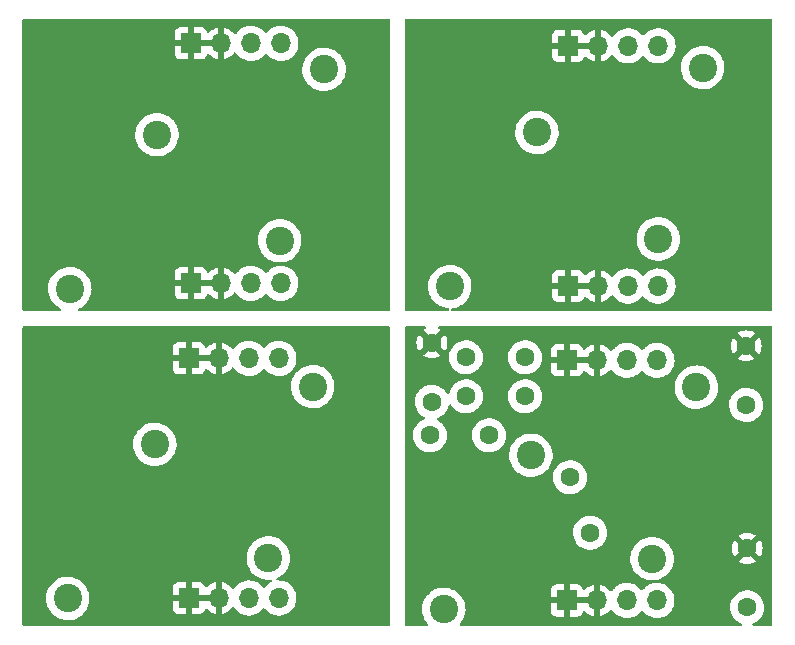
<source format=gbr>
%TF.GenerationSoftware,KiCad,Pcbnew,(6.0.11)*%
%TF.CreationDate,2023-08-20T10:05:32-05:00*%
%TF.ProjectId,SerialResonantFilter,53657269-616c-4526-9573-6f6e616e7446,rev?*%
%TF.SameCoordinates,Original*%
%TF.FileFunction,Copper,L2,Bot*%
%TF.FilePolarity,Positive*%
%FSLAX46Y46*%
G04 Gerber Fmt 4.6, Leading zero omitted, Abs format (unit mm)*
G04 Created by KiCad (PCBNEW (6.0.11)) date 2023-08-20 10:05:32*
%MOMM*%
%LPD*%
G01*
G04 APERTURE LIST*
%TA.AperFunction,ComponentPad*%
%ADD10C,2.400000*%
%TD*%
%TA.AperFunction,ComponentPad*%
%ADD11R,1.700000X1.700000*%
%TD*%
%TA.AperFunction,ComponentPad*%
%ADD12O,1.700000X1.700000*%
%TD*%
%TA.AperFunction,ComponentPad*%
%ADD13C,1.600000*%
%TD*%
%TA.AperFunction,ViaPad*%
%ADD14C,0.600000*%
%TD*%
G04 APERTURE END LIST*
D10*
%TO.P,L2,1*%
%TO.N,Net-(C1-Pad2)*%
X141741938Y-44934039D03*
%TO.P,L2,2*%
%TO.N,Net-(C2-Pad1)*%
X137987810Y-59446913D03*
%TD*%
%TO.P,L3,1*%
%TO.N,Net-(C2-Pad2)*%
X127593338Y-50459705D03*
%TO.P,L3,2*%
%TO.N,Net-(C5-Pad2)*%
X120210921Y-63506425D03*
%TD*%
D11*
%TO.P,J1,1,Pin_1*%
%TO.N,GND*%
X130461338Y-63054587D03*
D12*
%TO.P,J1,2,Pin_2*%
X133001338Y-63054587D03*
%TO.P,J1,3,Pin_3*%
%TO.N,Net-(C5-Pad2)*%
X135541338Y-63054587D03*
%TO.P,J1,4,Pin_4*%
X138081338Y-63054587D03*
%TD*%
D11*
%TO.P,J2,1,Pin_1*%
%TO.N,GND*%
X130461338Y-42734587D03*
D12*
%TO.P,J2,2,Pin_2*%
X133001338Y-42734587D03*
%TO.P,J2,3,Pin_3*%
%TO.N,Net-(C1-Pad2)*%
X135541338Y-42734587D03*
%TO.P,J2,4,Pin_4*%
X138081338Y-42734587D03*
%TD*%
D11*
%TO.P,J5,1,Pin_1*%
%TO.N,GND*%
X130290838Y-69404587D03*
D12*
%TO.P,J5,2,Pin_2*%
X132830838Y-69404587D03*
%TO.P,J5,3,Pin_3*%
%TO.N,Net-(C15-Pad2)*%
X135370838Y-69404587D03*
%TO.P,J5,4,Pin_4*%
X137910838Y-69404587D03*
%TD*%
D13*
%TO.P,C26,1*%
%TO.N,Net-(C23-Pad2)*%
X162560000Y-79467837D03*
%TO.P,C26,2*%
%TO.N,Net-(C26-Pad2)*%
X164270101Y-84166300D03*
%TD*%
%TO.P,C22,1*%
%TO.N,GND*%
X177476000Y-68351837D03*
%TO.P,C22,2*%
%TO.N,Net-(C22-Pad2)*%
X177476000Y-73351837D03*
%TD*%
D10*
%TO.P,L8,1*%
%TO.N,Net-(C23-Pad2)*%
X159258000Y-77603542D03*
%TO.P,L8,2*%
%TO.N,Net-(C26-Pad2)*%
X151875583Y-90650262D03*
%TD*%
%TO.P,L5,1*%
%TO.N,Net-(C15-Pad2)*%
X140774128Y-71789876D03*
%TO.P,L5,2*%
%TO.N,Net-(C16-Pad1)*%
X137020000Y-86302750D03*
%TD*%
%TO.P,L7,1*%
%TO.N,Net-(C22-Pad2)*%
X173266790Y-71847126D03*
%TO.P,L7,2*%
%TO.N,Net-(C23-Pad1)*%
X169512662Y-86360000D03*
%TD*%
D11*
%TO.P,J6,1,Pin_1*%
%TO.N,GND*%
X130290838Y-89699587D03*
D12*
%TO.P,J6,2,Pin_2*%
X132830838Y-89699587D03*
%TO.P,J6,3,Pin_3*%
%TO.N,Net-(C19-Pad2)*%
X135370838Y-89699587D03*
%TO.P,J6,4,Pin_4*%
X137910838Y-89699587D03*
%TD*%
D11*
%TO.P,J3,1,Pin_1*%
%TO.N,GND*%
X162394338Y-42940424D03*
D12*
%TO.P,J3,2,Pin_2*%
X164934338Y-42940424D03*
%TO.P,J3,3,Pin_3*%
%TO.N,Net-(C8-Pad2)*%
X167474338Y-42940424D03*
%TO.P,J3,4,Pin_4*%
X170014338Y-42940424D03*
%TD*%
D10*
%TO.P,L1,1*%
%TO.N,Net-(C8-Pad2)*%
X173791938Y-44783876D03*
%TO.P,L1,2*%
%TO.N,Net-(C10-Pad1)*%
X170037810Y-59296750D03*
%TD*%
D13*
%TO.P,C24,1*%
%TO.N,Net-(C23-Pad1)*%
X158750000Y-69307837D03*
%TO.P,C24,2*%
%TO.N,Net-(C23-Pad2)*%
X153750000Y-69307837D03*
%TD*%
%TO.P,C25,1*%
%TO.N,GND*%
X150876000Y-68077837D03*
%TO.P,C25,2*%
%TO.N,Net-(C23-Pad2)*%
X150876000Y-73077837D03*
%TD*%
D10*
%TO.P,L4,1*%
%TO.N,Net-(C10-Pad2)*%
X159764338Y-50274917D03*
%TO.P,L4,2*%
%TO.N,Net-(C12-Pad2)*%
X152381921Y-63321637D03*
%TD*%
D11*
%TO.P,J4,1,Pin_1*%
%TO.N,GND*%
X162394338Y-63285424D03*
D12*
%TO.P,J4,2,Pin_2*%
X164934338Y-63285424D03*
%TO.P,J4,3,Pin_3*%
%TO.N,Net-(C12-Pad2)*%
X167474338Y-63285424D03*
%TO.P,J4,4,Pin_4*%
X170014338Y-63285424D03*
%TD*%
D11*
%TO.P,J7,1,Pin_1*%
%TO.N,GND*%
X162306000Y-69561837D03*
D12*
%TO.P,J7,2,Pin_2*%
X164846000Y-69561837D03*
%TO.P,J7,3,Pin_3*%
%TO.N,Net-(C22-Pad2)*%
X167386000Y-69561837D03*
%TO.P,J7,4,Pin_4*%
X169926000Y-69561837D03*
%TD*%
D13*
%TO.P,C27,1*%
%TO.N,Net-(C23-Pad2)*%
X155702000Y-75911837D03*
%TO.P,C27,2*%
%TO.N,Net-(C26-Pad2)*%
X150702000Y-75911837D03*
%TD*%
%TO.P,C23,1*%
%TO.N,Net-(C23-Pad1)*%
X158750000Y-72609837D03*
%TO.P,C23,2*%
%TO.N,Net-(C23-Pad2)*%
X153750000Y-72609837D03*
%TD*%
%TO.P,C28,1*%
%TO.N,GND*%
X177556000Y-85491837D03*
%TO.P,C28,2*%
%TO.N,Net-(C26-Pad2)*%
X177556000Y-90491837D03*
%TD*%
D11*
%TO.P,J8,1,Pin_1*%
%TO.N,GND*%
X162296000Y-89906837D03*
D12*
%TO.P,J8,2,Pin_2*%
X164836000Y-89906837D03*
%TO.P,J8,3,Pin_3*%
%TO.N,Net-(C26-Pad2)*%
X167376000Y-89906837D03*
%TO.P,J8,4,Pin_4*%
X169916000Y-89906837D03*
%TD*%
D10*
%TO.P,L6,1*%
%TO.N,Net-(C16-Pad2)*%
X127413338Y-76684292D03*
%TO.P,L6,2*%
%TO.N,Net-(C19-Pad2)*%
X120030921Y-89731012D03*
%TD*%
D14*
%TO.N,GND*%
X144123338Y-41544587D03*
X176862338Y-43727424D03*
X119285338Y-69658587D03*
X143669338Y-69658587D03*
X175376838Y-42037924D03*
X120123338Y-41544587D03*
X163273338Y-57697424D03*
X151208338Y-43473424D03*
X120809338Y-68388587D03*
X152732338Y-41949424D03*
X121373338Y-42544587D03*
X131560838Y-57482087D03*
X142145338Y-68388587D03*
X144123338Y-43044587D03*
X132493338Y-85914587D03*
%TD*%
%TA.AperFunction,Conductor*%
%TO.N,GND*%
G36*
X150288101Y-66695502D02*
G01*
X150334594Y-66749158D01*
X150344698Y-66819432D01*
X150315204Y-66884012D01*
X150273230Y-66915695D01*
X150224489Y-66938423D01*
X150214994Y-66943906D01*
X150162952Y-66980346D01*
X150154576Y-66990825D01*
X150161644Y-67004271D01*
X150863188Y-67705815D01*
X150877132Y-67713429D01*
X150878965Y-67713298D01*
X150885580Y-67709047D01*
X151329802Y-67264825D01*
X176754576Y-67264825D01*
X176761644Y-67278271D01*
X177463188Y-67979815D01*
X177477132Y-67987429D01*
X177478965Y-67987298D01*
X177485580Y-67983047D01*
X178191077Y-67277550D01*
X178197507Y-67265775D01*
X178188211Y-67253760D01*
X178137006Y-67217906D01*
X178127511Y-67212423D01*
X177930053Y-67120347D01*
X177919761Y-67116601D01*
X177709312Y-67060212D01*
X177698519Y-67058309D01*
X177481475Y-67039320D01*
X177470525Y-67039320D01*
X177253481Y-67058309D01*
X177242688Y-67060212D01*
X177032239Y-67116601D01*
X177021947Y-67120347D01*
X176824489Y-67212423D01*
X176814994Y-67217906D01*
X176762952Y-67254346D01*
X176754576Y-67264825D01*
X151329802Y-67264825D01*
X151591077Y-67003550D01*
X151597507Y-66991775D01*
X151588211Y-66979760D01*
X151537006Y-66943906D01*
X151527511Y-66938423D01*
X151478770Y-66915695D01*
X151425485Y-66868777D01*
X151406024Y-66800500D01*
X151426566Y-66732540D01*
X151480589Y-66686475D01*
X151532020Y-66675500D01*
X179578500Y-66675500D01*
X179646621Y-66695502D01*
X179693114Y-66749158D01*
X179704500Y-66801500D01*
X179704500Y-91948500D01*
X179684498Y-92016621D01*
X179630842Y-92063114D01*
X179578500Y-92074500D01*
X178130884Y-92074500D01*
X178062763Y-92054498D01*
X178016270Y-92000842D01*
X178006166Y-91930568D01*
X178035660Y-91865988D01*
X178081792Y-91833389D01*
X178081576Y-91832948D01*
X178084318Y-91831605D01*
X178084319Y-91831604D01*
X178293557Y-91729100D01*
X178337989Y-91697407D01*
X178481518Y-91595029D01*
X178481523Y-91595025D01*
X178485730Y-91592024D01*
X178652935Y-91425402D01*
X178790681Y-91233708D01*
X178799228Y-91216416D01*
X178892975Y-91026733D01*
X178892976Y-91026731D01*
X178895269Y-91022091D01*
X178963889Y-90796233D01*
X178965020Y-90787641D01*
X178994263Y-90565523D01*
X178994264Y-90565516D01*
X178994700Y-90562201D01*
X178994782Y-90558848D01*
X178996338Y-90495201D01*
X178996338Y-90495197D01*
X178996420Y-90491837D01*
X178983798Y-90338314D01*
X178977502Y-90261730D01*
X178977501Y-90261724D01*
X178977078Y-90256579D01*
X178919573Y-90027639D01*
X178859326Y-89889080D01*
X178827512Y-89815914D01*
X178827512Y-89815913D01*
X178825447Y-89811165D01*
X178733333Y-89668779D01*
X178700040Y-89617315D01*
X178700038Y-89617312D01*
X178697230Y-89612972D01*
X178668697Y-89581614D01*
X178541842Y-89442203D01*
X178541840Y-89442202D01*
X178538364Y-89438381D01*
X178534313Y-89435182D01*
X178534309Y-89435178D01*
X178357174Y-89295286D01*
X178353116Y-89292081D01*
X178146461Y-89178001D01*
X177968327Y-89114920D01*
X177928824Y-89100931D01*
X177928820Y-89100930D01*
X177923949Y-89099205D01*
X177918859Y-89098298D01*
X177918854Y-89098297D01*
X177696644Y-89058716D01*
X177696638Y-89058715D01*
X177691555Y-89057810D01*
X177600623Y-89056699D01*
X177460690Y-89054989D01*
X177460688Y-89054989D01*
X177455521Y-89054926D01*
X177222186Y-89090631D01*
X176997815Y-89163967D01*
X176788434Y-89272963D01*
X176784295Y-89276070D01*
X176784296Y-89276070D01*
X176607624Y-89408720D01*
X176599667Y-89414694D01*
X176436583Y-89585351D01*
X176433669Y-89589623D01*
X176433668Y-89589624D01*
X176306481Y-89776073D01*
X176306478Y-89776078D01*
X176303562Y-89780353D01*
X176301383Y-89785048D01*
X176221073Y-89958062D01*
X176204176Y-89994463D01*
X176141094Y-90221929D01*
X176116010Y-90456644D01*
X176116307Y-90461796D01*
X176116307Y-90461800D01*
X176124037Y-90595865D01*
X176129598Y-90692305D01*
X176130735Y-90697351D01*
X176130736Y-90697357D01*
X176158019Y-90818418D01*
X176181493Y-90922581D01*
X176183435Y-90927363D01*
X176183436Y-90927367D01*
X176266120Y-91130992D01*
X176270302Y-91141290D01*
X176393638Y-91342557D01*
X176548191Y-91520978D01*
X176729809Y-91671760D01*
X176734261Y-91674362D01*
X176734266Y-91674365D01*
X176929157Y-91788250D01*
X176933615Y-91790855D01*
X177013879Y-91821505D01*
X177038195Y-91830790D01*
X177094698Y-91873777D01*
X177118991Y-91940488D01*
X177103361Y-92009743D01*
X177052770Y-92059554D01*
X176993246Y-92074500D01*
X153346856Y-92074500D01*
X153278735Y-92054498D01*
X153232242Y-92000842D01*
X153222138Y-91930568D01*
X153250405Y-91867425D01*
X153361462Y-91735306D01*
X153364327Y-91731898D01*
X153501879Y-91511341D01*
X153518773Y-91473129D01*
X153605183Y-91277671D01*
X153606981Y-91273604D01*
X153677538Y-91023429D01*
X153700538Y-90852194D01*
X153707346Y-90801506D01*
X160938001Y-90801506D01*
X160938371Y-90808327D01*
X160943895Y-90859189D01*
X160947521Y-90874441D01*
X160992676Y-90994891D01*
X161001214Y-91010486D01*
X161077715Y-91112561D01*
X161090276Y-91125122D01*
X161192351Y-91201623D01*
X161207946Y-91210161D01*
X161328394Y-91255315D01*
X161343649Y-91258942D01*
X161394514Y-91264468D01*
X161401328Y-91264837D01*
X162023885Y-91264837D01*
X162039124Y-91260362D01*
X162040329Y-91258972D01*
X162042000Y-91251289D01*
X162042000Y-91246721D01*
X162550000Y-91246721D01*
X162554475Y-91261960D01*
X162555865Y-91263165D01*
X162563548Y-91264836D01*
X163190669Y-91264836D01*
X163197490Y-91264466D01*
X163248352Y-91258942D01*
X163263604Y-91255316D01*
X163384054Y-91210161D01*
X163399649Y-91201623D01*
X163501724Y-91125122D01*
X163514285Y-91112561D01*
X163590786Y-91010486D01*
X163599325Y-90994889D01*
X163640425Y-90885255D01*
X163683066Y-90828490D01*
X163749628Y-90803790D01*
X163818977Y-90818997D01*
X163853645Y-90846987D01*
X163879219Y-90876511D01*
X163886580Y-90883720D01*
X164050434Y-91019753D01*
X164058881Y-91025668D01*
X164242756Y-91133116D01*
X164252042Y-91137566D01*
X164451001Y-91213540D01*
X164460899Y-91216416D01*
X164564250Y-91237443D01*
X164578299Y-91236247D01*
X164582000Y-91225902D01*
X164582000Y-91225354D01*
X165090000Y-91225354D01*
X165094064Y-91239196D01*
X165107478Y-91241230D01*
X165114184Y-91240371D01*
X165124262Y-91238229D01*
X165328255Y-91177028D01*
X165337842Y-91173270D01*
X165529095Y-91079576D01*
X165537945Y-91074301D01*
X165711328Y-90950629D01*
X165719200Y-90943976D01*
X165870052Y-90793649D01*
X165876723Y-90785809D01*
X165925590Y-90717804D01*
X165981585Y-90674156D01*
X166052288Y-90667710D01*
X166115253Y-90700513D01*
X166135345Y-90725495D01*
X166170449Y-90782778D01*
X166170452Y-90782783D01*
X166173152Y-90787188D01*
X166333088Y-90971824D01*
X166521032Y-91127858D01*
X166731937Y-91251100D01*
X166736762Y-91252942D01*
X166736763Y-91252943D01*
X166760376Y-91261960D01*
X166960138Y-91338242D01*
X166965204Y-91339273D01*
X166965205Y-91339273D01*
X167194445Y-91385912D01*
X167199508Y-91386942D01*
X167336546Y-91391967D01*
X167438454Y-91395705D01*
X167438459Y-91395705D01*
X167443618Y-91395894D01*
X167513498Y-91386942D01*
X167680783Y-91365512D01*
X167680784Y-91365512D01*
X167685911Y-91364855D01*
X167747225Y-91346460D01*
X167914929Y-91296146D01*
X167919882Y-91294660D01*
X167924521Y-91292387D01*
X167924527Y-91292385D01*
X168134608Y-91189467D01*
X168139246Y-91187195D01*
X168216594Y-91132023D01*
X168333901Y-91048349D01*
X168333906Y-91048345D01*
X168338113Y-91045344D01*
X168511142Y-90872919D01*
X168514158Y-90868721D01*
X168514162Y-90868717D01*
X168543307Y-90828157D01*
X168599301Y-90784508D01*
X168670005Y-90778062D01*
X168732969Y-90810864D01*
X168740868Y-90819185D01*
X168798100Y-90885255D01*
X168873088Y-90971824D01*
X169061032Y-91127858D01*
X169271937Y-91251100D01*
X169276762Y-91252942D01*
X169276763Y-91252943D01*
X169300376Y-91261960D01*
X169500138Y-91338242D01*
X169505204Y-91339273D01*
X169505205Y-91339273D01*
X169734445Y-91385912D01*
X169739508Y-91386942D01*
X169876546Y-91391967D01*
X169978454Y-91395705D01*
X169978459Y-91395705D01*
X169983618Y-91395894D01*
X170053498Y-91386942D01*
X170220783Y-91365512D01*
X170220784Y-91365512D01*
X170225911Y-91364855D01*
X170287225Y-91346460D01*
X170454929Y-91296146D01*
X170459882Y-91294660D01*
X170464521Y-91292387D01*
X170464527Y-91292385D01*
X170674608Y-91189467D01*
X170679246Y-91187195D01*
X170756594Y-91132023D01*
X170873901Y-91048349D01*
X170873906Y-91048345D01*
X170878113Y-91045344D01*
X171051142Y-90872919D01*
X171054162Y-90868717D01*
X171115915Y-90782778D01*
X171193686Y-90674548D01*
X171196272Y-90669317D01*
X171294039Y-90471497D01*
X171301916Y-90455560D01*
X171337538Y-90338314D01*
X171371423Y-90226788D01*
X171371424Y-90226782D01*
X171372927Y-90221836D01*
X171391932Y-90077479D01*
X171404374Y-89982974D01*
X171404375Y-89982968D01*
X171404811Y-89979652D01*
X171406591Y-89906837D01*
X171386576Y-89663385D01*
X171327067Y-89426471D01*
X171244006Y-89235444D01*
X171231723Y-89207194D01*
X171231721Y-89207191D01*
X171229663Y-89202457D01*
X171096980Y-88997360D01*
X171093120Y-88993117D01*
X170936059Y-88820510D01*
X170936053Y-88820504D01*
X170932581Y-88816688D01*
X170928530Y-88813489D01*
X170928526Y-88813485D01*
X170744938Y-88668497D01*
X170740880Y-88665292D01*
X170660351Y-88620838D01*
X170531559Y-88549740D01*
X170531557Y-88549739D01*
X170527028Y-88547239D01*
X170340827Y-88481302D01*
X170301637Y-88467424D01*
X170301634Y-88467423D01*
X170296765Y-88465699D01*
X170291676Y-88464792D01*
X170291674Y-88464792D01*
X170061365Y-88423767D01*
X170061361Y-88423767D01*
X170056277Y-88422861D01*
X169998316Y-88422153D01*
X169837828Y-88420192D01*
X169769956Y-88399359D01*
X169746139Y-88371184D01*
X169734024Y-88399457D01*
X169675219Y-88439237D01*
X169655941Y-88443761D01*
X169639235Y-88446317D01*
X169575673Y-88456043D01*
X169575668Y-88456044D01*
X169570559Y-88456826D01*
X169338373Y-88532716D01*
X169333785Y-88535104D01*
X169333781Y-88535106D01*
X169190991Y-88609438D01*
X169121699Y-88645509D01*
X169117566Y-88648612D01*
X169117563Y-88648614D01*
X168934205Y-88786284D01*
X168926358Y-88792176D01*
X168894560Y-88825451D01*
X168809867Y-88914077D01*
X168757593Y-88968778D01*
X168754682Y-88973045D01*
X168754679Y-88973049D01*
X168750400Y-88979322D01*
X168695489Y-89024324D01*
X168624964Y-89032495D01*
X168561217Y-89001241D01*
X168553131Y-88993130D01*
X168392581Y-88816688D01*
X168388530Y-88813489D01*
X168388526Y-88813485D01*
X168204938Y-88668497D01*
X168200880Y-88665292D01*
X168120351Y-88620838D01*
X167991559Y-88549740D01*
X167991557Y-88549739D01*
X167987028Y-88547239D01*
X167800827Y-88481302D01*
X167761637Y-88467424D01*
X167761634Y-88467423D01*
X167756765Y-88465699D01*
X167751676Y-88464792D01*
X167751674Y-88464792D01*
X167521365Y-88423767D01*
X167521361Y-88423767D01*
X167516277Y-88422861D01*
X167436610Y-88421888D01*
X167277192Y-88419940D01*
X167277190Y-88419940D01*
X167272022Y-88419877D01*
X167030559Y-88456826D01*
X166798373Y-88532716D01*
X166793785Y-88535104D01*
X166793781Y-88535106D01*
X166650991Y-88609438D01*
X166581699Y-88645509D01*
X166577566Y-88648612D01*
X166577563Y-88648614D01*
X166394205Y-88786284D01*
X166386358Y-88792176D01*
X166354560Y-88825451D01*
X166269867Y-88914077D01*
X166217593Y-88968778D01*
X166198096Y-88997360D01*
X166134065Y-89091226D01*
X166079153Y-89136229D01*
X166008628Y-89144400D01*
X165944881Y-89113146D01*
X165924185Y-89088664D01*
X165918425Y-89079761D01*
X165912136Y-89071594D01*
X165768806Y-88914077D01*
X165761273Y-88907052D01*
X165594139Y-88775059D01*
X165585552Y-88769354D01*
X165399117Y-88666436D01*
X165389705Y-88662206D01*
X165188959Y-88591117D01*
X165178988Y-88588483D01*
X165107837Y-88575809D01*
X165094540Y-88577269D01*
X165090000Y-88591826D01*
X165090000Y-91225354D01*
X164582000Y-91225354D01*
X164582000Y-90178952D01*
X164577525Y-90163713D01*
X164576135Y-90162508D01*
X164568452Y-90160837D01*
X162568115Y-90160837D01*
X162552876Y-90165312D01*
X162551671Y-90166702D01*
X162550000Y-90174385D01*
X162550000Y-91246721D01*
X162042000Y-91246721D01*
X162042000Y-90178952D01*
X162037525Y-90163713D01*
X162036135Y-90162508D01*
X162028452Y-90160837D01*
X160956116Y-90160837D01*
X160940877Y-90165312D01*
X160939672Y-90166702D01*
X160938001Y-90174385D01*
X160938001Y-90801506D01*
X153707346Y-90801506D01*
X153711714Y-90768990D01*
X153711715Y-90768982D01*
X153712141Y-90765808D01*
X153714900Y-90678005D01*
X153715671Y-90653484D01*
X153715671Y-90653479D01*
X153715772Y-90650262D01*
X153711680Y-90592460D01*
X153697729Y-90395426D01*
X153697414Y-90390977D01*
X153642705Y-90136866D01*
X153634376Y-90114287D01*
X153554278Y-89897175D01*
X153552737Y-89892998D01*
X153529396Y-89849740D01*
X153431419Y-89668155D01*
X153431419Y-89668154D01*
X153429306Y-89664239D01*
X153407504Y-89634722D01*
X160938000Y-89634722D01*
X160942475Y-89649961D01*
X160943865Y-89651166D01*
X160951548Y-89652837D01*
X162023885Y-89652837D01*
X162039124Y-89648362D01*
X162040329Y-89646972D01*
X162042000Y-89639289D01*
X162042000Y-89634722D01*
X162550000Y-89634722D01*
X162554475Y-89649961D01*
X162555865Y-89651166D01*
X162563548Y-89652837D01*
X164563885Y-89652837D01*
X164579124Y-89648362D01*
X164580329Y-89646972D01*
X164582000Y-89639289D01*
X164582000Y-88589939D01*
X164578082Y-88576595D01*
X164563806Y-88574608D01*
X164525324Y-88580497D01*
X164515288Y-88582888D01*
X164312868Y-88649049D01*
X164303359Y-88653046D01*
X164114463Y-88751379D01*
X164105738Y-88756873D01*
X163935433Y-88884742D01*
X163927726Y-88891585D01*
X163850094Y-88972822D01*
X163788570Y-89008252D01*
X163717657Y-89004795D01*
X163659871Y-88963549D01*
X163641018Y-88930001D01*
X163599324Y-88818783D01*
X163590786Y-88803188D01*
X163514285Y-88701113D01*
X163501724Y-88688552D01*
X163399649Y-88612051D01*
X163384054Y-88603513D01*
X163263606Y-88558359D01*
X163248351Y-88554732D01*
X163197486Y-88549206D01*
X163190672Y-88548837D01*
X162568115Y-88548837D01*
X162552876Y-88553312D01*
X162551671Y-88554702D01*
X162550000Y-88562385D01*
X162550000Y-89634722D01*
X162042000Y-89634722D01*
X162042000Y-88566953D01*
X162037525Y-88551714D01*
X162036135Y-88550509D01*
X162028452Y-88548838D01*
X161401331Y-88548838D01*
X161394510Y-88549208D01*
X161343648Y-88554732D01*
X161328396Y-88558358D01*
X161207946Y-88603513D01*
X161192351Y-88612051D01*
X161090276Y-88688552D01*
X161077715Y-88701113D01*
X161001214Y-88803188D01*
X160992676Y-88818783D01*
X160947522Y-88939231D01*
X160943895Y-88954486D01*
X160938369Y-89005351D01*
X160938000Y-89012165D01*
X160938000Y-89634722D01*
X153407504Y-89634722D01*
X153274874Y-89455155D01*
X153263811Y-89443916D01*
X153185349Y-89364213D01*
X153092522Y-89269916D01*
X153088982Y-89267215D01*
X153088976Y-89267209D01*
X152889430Y-89114920D01*
X152889426Y-89114917D01*
X152885889Y-89112218D01*
X152788624Y-89057747D01*
X152662987Y-88987387D01*
X152662981Y-88987384D01*
X152659097Y-88985209D01*
X152654939Y-88983601D01*
X152654934Y-88983598D01*
X152420828Y-88893029D01*
X152420822Y-88893027D01*
X152416673Y-88891422D01*
X152412341Y-88890418D01*
X152412338Y-88890417D01*
X152308206Y-88866281D01*
X152163452Y-88832729D01*
X151904487Y-88810300D01*
X151900052Y-88810544D01*
X151900048Y-88810544D01*
X151794941Y-88816329D01*
X151644946Y-88824583D01*
X151640583Y-88825451D01*
X151640582Y-88825451D01*
X151394375Y-88874425D01*
X151394373Y-88874426D01*
X151390007Y-88875294D01*
X151144756Y-88961420D01*
X150914087Y-89081243D01*
X150910472Y-89083826D01*
X150910466Y-89083830D01*
X150706223Y-89229784D01*
X150706219Y-89229787D01*
X150702602Y-89232372D01*
X150514522Y-89411792D01*
X150511766Y-89415288D01*
X150511765Y-89415289D01*
X150477505Y-89458747D01*
X150353598Y-89615922D01*
X150351362Y-89619771D01*
X150351361Y-89619773D01*
X150323259Y-89668155D01*
X150223043Y-89840691D01*
X150221375Y-89844808D01*
X150221372Y-89844815D01*
X150145290Y-90032652D01*
X150125459Y-90081612D01*
X150062796Y-90333880D01*
X150036302Y-90592460D01*
X150039104Y-90663764D01*
X150045810Y-90834443D01*
X150046507Y-90852194D01*
X150093207Y-91107898D01*
X150110010Y-91158262D01*
X150170027Y-91338156D01*
X150175470Y-91354472D01*
X150233322Y-91470251D01*
X150282482Y-91568635D01*
X150291655Y-91586994D01*
X150297208Y-91595029D01*
X150430752Y-91788250D01*
X150439444Y-91800827D01*
X150442466Y-91804096D01*
X150496889Y-91862971D01*
X150528441Y-91926571D01*
X150520600Y-91997134D01*
X150475854Y-92052255D01*
X150404364Y-92074500D01*
X148716500Y-92074500D01*
X148648379Y-92054498D01*
X148601886Y-92000842D01*
X148590500Y-91948500D01*
X148590500Y-86302198D01*
X167673381Y-86302198D01*
X167675652Y-86360000D01*
X167681337Y-86504682D01*
X167683586Y-86561932D01*
X167730286Y-86817636D01*
X167731695Y-86821859D01*
X167794780Y-87010948D01*
X167812549Y-87064210D01*
X167814542Y-87068198D01*
X167888901Y-87217013D01*
X167928734Y-87296732D01*
X168076523Y-87510565D01*
X168252966Y-87701440D01*
X168256420Y-87704252D01*
X168451087Y-87862736D01*
X168451091Y-87862739D01*
X168454544Y-87865550D01*
X168458366Y-87867851D01*
X168633663Y-87973388D01*
X168677234Y-87999620D01*
X168710518Y-88013714D01*
X168912490Y-88099239D01*
X168912495Y-88099241D01*
X168916593Y-88100976D01*
X168920890Y-88102115D01*
X168920895Y-88102117D01*
X169042219Y-88134285D01*
X169167845Y-88167594D01*
X169425977Y-88198146D01*
X169496746Y-88196478D01*
X169633914Y-88193246D01*
X169702487Y-88211638D01*
X169730236Y-88242177D01*
X169745158Y-88210531D01*
X169805348Y-88172880D01*
X169818678Y-88169911D01*
X169942246Y-88149344D01*
X169946487Y-88148003D01*
X169946490Y-88148002D01*
X170185835Y-88072307D01*
X170185837Y-88072306D01*
X170190081Y-88070964D01*
X170194092Y-88069038D01*
X170194097Y-88069036D01*
X170420381Y-87960376D01*
X170420382Y-87960375D01*
X170424400Y-87958446D01*
X170428106Y-87955970D01*
X170636825Y-87816509D01*
X170636829Y-87816506D01*
X170640527Y-87814035D01*
X170763097Y-87704252D01*
X170830827Y-87643588D01*
X170830832Y-87643583D01*
X170834150Y-87640611D01*
X170885144Y-87579947D01*
X170998541Y-87445044D01*
X171001406Y-87441636D01*
X171138958Y-87221079D01*
X171162600Y-87167603D01*
X171242262Y-86987409D01*
X171244060Y-86983342D01*
X171314617Y-86733167D01*
X171329043Y-86625768D01*
X171335473Y-86577899D01*
X176834493Y-86577899D01*
X176843789Y-86589914D01*
X176894994Y-86625768D01*
X176904489Y-86631251D01*
X177101947Y-86723327D01*
X177112239Y-86727073D01*
X177322688Y-86783462D01*
X177333481Y-86785365D01*
X177550525Y-86804354D01*
X177561475Y-86804354D01*
X177778519Y-86785365D01*
X177789312Y-86783462D01*
X177999761Y-86727073D01*
X178010053Y-86723327D01*
X178207511Y-86631251D01*
X178217006Y-86625768D01*
X178269048Y-86589328D01*
X178277424Y-86578849D01*
X178270356Y-86565403D01*
X177568812Y-85863859D01*
X177554868Y-85856245D01*
X177553035Y-85856376D01*
X177546420Y-85860627D01*
X176840923Y-86566124D01*
X176834493Y-86577899D01*
X171335473Y-86577899D01*
X171348793Y-86478728D01*
X171348794Y-86478720D01*
X171349220Y-86475546D01*
X171352851Y-86360000D01*
X171348759Y-86302198D01*
X171334808Y-86105164D01*
X171334493Y-86100715D01*
X171279784Y-85846604D01*
X171258664Y-85789354D01*
X171191357Y-85606913D01*
X171189816Y-85602736D01*
X171132933Y-85497312D01*
X176243483Y-85497312D01*
X176262472Y-85714356D01*
X176264375Y-85725149D01*
X176320764Y-85935598D01*
X176324510Y-85945890D01*
X176416586Y-86143348D01*
X176422069Y-86152843D01*
X176458509Y-86204885D01*
X176468988Y-86213261D01*
X176482434Y-86206193D01*
X177183978Y-85504649D01*
X177190356Y-85492969D01*
X177920408Y-85492969D01*
X177920539Y-85494802D01*
X177924790Y-85501417D01*
X178630287Y-86206914D01*
X178642062Y-86213344D01*
X178654077Y-86204048D01*
X178689931Y-86152843D01*
X178695414Y-86143348D01*
X178787490Y-85945890D01*
X178791236Y-85935598D01*
X178847625Y-85725149D01*
X178849528Y-85714356D01*
X178868517Y-85497312D01*
X178868517Y-85486362D01*
X178849528Y-85269318D01*
X178847625Y-85258525D01*
X178791236Y-85048076D01*
X178787490Y-85037784D01*
X178695414Y-84840326D01*
X178689931Y-84830831D01*
X178653491Y-84778789D01*
X178643012Y-84770413D01*
X178629566Y-84777481D01*
X177928022Y-85479025D01*
X177920408Y-85492969D01*
X177190356Y-85492969D01*
X177191592Y-85490705D01*
X177191461Y-85488872D01*
X177187210Y-85482257D01*
X176481713Y-84776760D01*
X176469938Y-84770330D01*
X176457923Y-84779626D01*
X176422069Y-84830831D01*
X176416586Y-84840326D01*
X176324510Y-85037784D01*
X176320764Y-85048076D01*
X176264375Y-85258525D01*
X176262472Y-85269318D01*
X176243483Y-85486362D01*
X176243483Y-85497312D01*
X171132933Y-85497312D01*
X171066385Y-85373977D01*
X170911953Y-85164893D01*
X170872709Y-85125027D01*
X170770227Y-85020923D01*
X170729601Y-84979654D01*
X170726061Y-84976953D01*
X170726055Y-84976947D01*
X170526509Y-84824658D01*
X170526505Y-84824655D01*
X170522968Y-84821956D01*
X170447382Y-84779626D01*
X170300066Y-84697125D01*
X170300060Y-84697122D01*
X170296176Y-84694947D01*
X170292018Y-84693339D01*
X170292013Y-84693336D01*
X170057907Y-84602767D01*
X170057901Y-84602765D01*
X170053752Y-84601160D01*
X170049420Y-84600156D01*
X170049417Y-84600155D01*
X169945285Y-84576019D01*
X169800531Y-84542467D01*
X169541566Y-84520038D01*
X169537131Y-84520282D01*
X169537127Y-84520282D01*
X169432020Y-84526067D01*
X169282025Y-84534321D01*
X169277662Y-84535189D01*
X169277661Y-84535189D01*
X169031454Y-84584163D01*
X169031452Y-84584164D01*
X169027086Y-84585032D01*
X168781835Y-84671158D01*
X168551166Y-84790981D01*
X168547551Y-84793564D01*
X168547545Y-84793568D01*
X168343302Y-84939522D01*
X168343298Y-84939525D01*
X168339681Y-84942110D01*
X168151601Y-85121530D01*
X168148845Y-85125026D01*
X168148844Y-85125027D01*
X168032774Y-85272261D01*
X167990677Y-85325660D01*
X167988441Y-85329509D01*
X167988440Y-85329511D01*
X167960338Y-85377893D01*
X167860122Y-85550429D01*
X167858454Y-85554546D01*
X167858451Y-85554553D01*
X167837922Y-85605237D01*
X167762538Y-85791350D01*
X167699875Y-86043618D01*
X167673381Y-86302198D01*
X148590500Y-86302198D01*
X148590500Y-84131107D01*
X162830111Y-84131107D01*
X162830408Y-84136259D01*
X162830408Y-84136263D01*
X162836004Y-84233311D01*
X162843699Y-84366768D01*
X162844836Y-84371814D01*
X162844837Y-84371820D01*
X162865965Y-84465570D01*
X162895594Y-84597044D01*
X162897536Y-84601826D01*
X162897537Y-84601830D01*
X162982459Y-84810966D01*
X162984403Y-84815753D01*
X162987102Y-84820157D01*
X163086791Y-84982835D01*
X163107739Y-85017020D01*
X163262292Y-85195441D01*
X163443910Y-85346223D01*
X163448362Y-85348825D01*
X163448367Y-85348828D01*
X163542035Y-85403563D01*
X163647716Y-85465318D01*
X163868237Y-85549526D01*
X163873303Y-85550557D01*
X163873304Y-85550557D01*
X163928697Y-85561827D01*
X164099550Y-85596587D01*
X164232461Y-85601461D01*
X164330279Y-85605048D01*
X164330283Y-85605048D01*
X164335443Y-85605237D01*
X164340563Y-85604581D01*
X164340565Y-85604581D01*
X164414436Y-85595118D01*
X164569581Y-85575243D01*
X164574529Y-85573758D01*
X164574536Y-85573757D01*
X164790734Y-85508894D01*
X164795677Y-85507411D01*
X164807913Y-85501417D01*
X165003020Y-85405835D01*
X165007658Y-85403563D01*
X165054158Y-85370395D01*
X165195619Y-85269492D01*
X165195624Y-85269488D01*
X165199831Y-85266487D01*
X165367036Y-85099865D01*
X165504782Y-84908171D01*
X165548282Y-84820157D01*
X165607076Y-84701196D01*
X165607077Y-84701194D01*
X165609370Y-84696554D01*
X165673695Y-84484833D01*
X165676488Y-84475640D01*
X165676488Y-84475639D01*
X165677990Y-84470696D01*
X165686662Y-84404825D01*
X176834576Y-84404825D01*
X176841644Y-84418271D01*
X177543188Y-85119815D01*
X177557132Y-85127429D01*
X177558965Y-85127298D01*
X177565580Y-85123047D01*
X178271077Y-84417550D01*
X178277507Y-84405775D01*
X178268211Y-84393760D01*
X178217006Y-84357906D01*
X178207511Y-84352423D01*
X178010053Y-84260347D01*
X177999761Y-84256601D01*
X177789312Y-84200212D01*
X177778519Y-84198309D01*
X177561475Y-84179320D01*
X177550525Y-84179320D01*
X177333481Y-84198309D01*
X177322688Y-84200212D01*
X177112239Y-84256601D01*
X177101947Y-84260347D01*
X176904489Y-84352423D01*
X176894994Y-84357906D01*
X176842952Y-84394346D01*
X176834576Y-84404825D01*
X165686662Y-84404825D01*
X165688119Y-84393760D01*
X165708364Y-84239986D01*
X165708365Y-84239979D01*
X165708801Y-84236664D01*
X165710521Y-84166300D01*
X165702884Y-84073413D01*
X165691603Y-83936193D01*
X165691602Y-83936187D01*
X165691179Y-83931042D01*
X165633674Y-83702102D01*
X165539548Y-83485628D01*
X165411331Y-83287435D01*
X165382798Y-83256077D01*
X165255943Y-83116666D01*
X165255941Y-83116665D01*
X165252465Y-83112844D01*
X165248414Y-83109645D01*
X165248410Y-83109641D01*
X165071275Y-82969749D01*
X165067217Y-82966544D01*
X164860562Y-82852464D01*
X164740274Y-82809867D01*
X164642925Y-82775394D01*
X164642921Y-82775393D01*
X164638050Y-82773668D01*
X164632960Y-82772761D01*
X164632955Y-82772760D01*
X164410745Y-82733179D01*
X164410739Y-82733178D01*
X164405656Y-82732273D01*
X164314724Y-82731162D01*
X164174791Y-82729452D01*
X164174789Y-82729452D01*
X164169622Y-82729389D01*
X163936287Y-82765094D01*
X163711916Y-82838430D01*
X163502535Y-82947426D01*
X163313768Y-83089157D01*
X163150684Y-83259814D01*
X163147770Y-83264086D01*
X163147769Y-83264087D01*
X163020582Y-83450536D01*
X163020579Y-83450541D01*
X163017663Y-83454816D01*
X162918277Y-83668926D01*
X162855195Y-83896392D01*
X162830111Y-84131107D01*
X148590500Y-84131107D01*
X148590500Y-77545740D01*
X157418719Y-77545740D01*
X157428924Y-77805474D01*
X157475624Y-78061178D01*
X157557887Y-78307752D01*
X157609566Y-78411178D01*
X157664899Y-78521915D01*
X157674072Y-78540274D01*
X157821861Y-78754107D01*
X157998304Y-78944982D01*
X158001758Y-78947794D01*
X158196425Y-79106278D01*
X158196429Y-79106281D01*
X158199882Y-79109092D01*
X158203704Y-79111393D01*
X158404994Y-79232579D01*
X158422572Y-79243162D01*
X158515364Y-79282455D01*
X158657828Y-79342781D01*
X158657833Y-79342783D01*
X158661931Y-79344518D01*
X158666228Y-79345657D01*
X158666233Y-79345659D01*
X158787557Y-79377827D01*
X158913183Y-79411136D01*
X159171315Y-79441688D01*
X159431177Y-79435564D01*
X159448720Y-79432644D01*
X161120010Y-79432644D01*
X161133598Y-79668305D01*
X161134735Y-79673351D01*
X161134736Y-79673357D01*
X161155864Y-79767107D01*
X161185493Y-79898581D01*
X161187435Y-79903363D01*
X161187436Y-79903367D01*
X161225900Y-79998091D01*
X161274302Y-80117290D01*
X161397638Y-80318557D01*
X161552191Y-80496978D01*
X161733809Y-80647760D01*
X161738261Y-80650362D01*
X161738266Y-80650365D01*
X161831934Y-80705100D01*
X161937615Y-80766855D01*
X162158136Y-80851063D01*
X162163202Y-80852094D01*
X162163203Y-80852094D01*
X162218596Y-80863364D01*
X162389449Y-80898124D01*
X162522360Y-80902998D01*
X162620178Y-80906585D01*
X162620182Y-80906585D01*
X162625342Y-80906774D01*
X162630462Y-80906118D01*
X162630464Y-80906118D01*
X162704335Y-80896655D01*
X162859480Y-80876780D01*
X162864428Y-80875295D01*
X162864435Y-80875294D01*
X163080633Y-80810431D01*
X163085576Y-80808948D01*
X163297557Y-80705100D01*
X163341989Y-80673407D01*
X163485518Y-80571029D01*
X163485523Y-80571025D01*
X163489730Y-80568024D01*
X163656935Y-80401402D01*
X163794681Y-80209708D01*
X163838181Y-80121694D01*
X163896975Y-80002733D01*
X163896976Y-80002731D01*
X163899269Y-79998091D01*
X163967889Y-79772233D01*
X163968564Y-79767107D01*
X163998263Y-79541523D01*
X163998264Y-79541516D01*
X163998700Y-79538201D01*
X164000420Y-79467837D01*
X163982091Y-79244900D01*
X163981502Y-79237730D01*
X163981501Y-79237724D01*
X163981078Y-79232579D01*
X163923573Y-79003639D01*
X163829447Y-78787165D01*
X163701230Y-78588972D01*
X163672697Y-78557614D01*
X163545842Y-78418203D01*
X163545840Y-78418202D01*
X163542364Y-78414381D01*
X163538313Y-78411182D01*
X163538309Y-78411178D01*
X163361174Y-78271286D01*
X163357116Y-78268081D01*
X163150461Y-78154001D01*
X163030173Y-78111404D01*
X162932824Y-78076931D01*
X162932820Y-78076930D01*
X162927949Y-78075205D01*
X162922859Y-78074298D01*
X162922854Y-78074297D01*
X162700644Y-78034716D01*
X162700638Y-78034715D01*
X162695555Y-78033810D01*
X162604623Y-78032699D01*
X162464690Y-78030989D01*
X162464688Y-78030989D01*
X162459521Y-78030926D01*
X162226186Y-78066631D01*
X162001815Y-78139967D01*
X161792434Y-78248963D01*
X161603667Y-78390694D01*
X161598024Y-78396599D01*
X161477870Y-78522333D01*
X161440583Y-78561351D01*
X161437669Y-78565623D01*
X161437668Y-78565624D01*
X161310481Y-78752073D01*
X161310478Y-78752078D01*
X161307562Y-78756353D01*
X161305383Y-78761048D01*
X161218699Y-78947794D01*
X161208176Y-78970463D01*
X161145094Y-79197929D01*
X161120010Y-79432644D01*
X159448720Y-79432644D01*
X159479559Y-79427511D01*
X159683194Y-79393617D01*
X159683198Y-79393616D01*
X159687584Y-79392886D01*
X159691825Y-79391545D01*
X159691828Y-79391544D01*
X159931173Y-79315849D01*
X159931175Y-79315848D01*
X159935419Y-79314506D01*
X159939430Y-79312580D01*
X159939435Y-79312578D01*
X160165719Y-79203918D01*
X160165720Y-79203917D01*
X160169738Y-79201988D01*
X160175813Y-79197929D01*
X160382163Y-79060051D01*
X160382167Y-79060048D01*
X160385865Y-79057577D01*
X160477552Y-78975455D01*
X160576165Y-78887130D01*
X160576170Y-78887125D01*
X160579488Y-78884153D01*
X160746744Y-78685178D01*
X160884296Y-78464621D01*
X160901190Y-78426409D01*
X160987600Y-78230951D01*
X160989398Y-78226884D01*
X161059955Y-77976709D01*
X161082955Y-77805474D01*
X161094131Y-77722270D01*
X161094132Y-77722262D01*
X161094558Y-77719088D01*
X161098189Y-77603542D01*
X161094097Y-77545740D01*
X161080146Y-77348706D01*
X161079831Y-77344257D01*
X161025122Y-77090146D01*
X160994955Y-77008373D01*
X160936695Y-76850455D01*
X160935154Y-76846278D01*
X160911813Y-76803020D01*
X160813836Y-76621435D01*
X160813836Y-76621434D01*
X160811723Y-76617519D01*
X160657291Y-76408435D01*
X160621763Y-76372344D01*
X160478070Y-76226377D01*
X160474939Y-76223196D01*
X160471399Y-76220495D01*
X160471393Y-76220489D01*
X160271847Y-76068200D01*
X160271843Y-76068197D01*
X160268306Y-76065498D01*
X160113581Y-75978848D01*
X160045404Y-75940667D01*
X160045398Y-75940664D01*
X160041514Y-75938489D01*
X160037356Y-75936881D01*
X160037351Y-75936878D01*
X159803245Y-75846309D01*
X159803239Y-75846307D01*
X159799090Y-75844702D01*
X159794758Y-75843698D01*
X159794755Y-75843697D01*
X159690623Y-75819561D01*
X159545869Y-75786009D01*
X159286904Y-75763580D01*
X159282469Y-75763824D01*
X159282465Y-75763824D01*
X159177358Y-75769609D01*
X159027363Y-75777863D01*
X159023000Y-75778731D01*
X159022999Y-75778731D01*
X158776792Y-75827705D01*
X158776790Y-75827706D01*
X158772424Y-75828574D01*
X158527173Y-75914700D01*
X158296504Y-76034523D01*
X158292889Y-76037106D01*
X158292883Y-76037110D01*
X158088640Y-76183064D01*
X158088636Y-76183067D01*
X158085019Y-76185652D01*
X157896939Y-76365072D01*
X157736015Y-76569202D01*
X157733779Y-76573051D01*
X157733778Y-76573053D01*
X157671037Y-76681071D01*
X157605460Y-76793971D01*
X157603792Y-76798088D01*
X157603789Y-76798095D01*
X157515921Y-77015029D01*
X157507876Y-77034892D01*
X157445213Y-77287160D01*
X157418719Y-77545740D01*
X148590500Y-77545740D01*
X148590500Y-75876644D01*
X149262010Y-75876644D01*
X149262307Y-75881796D01*
X149262307Y-75881800D01*
X149267903Y-75978848D01*
X149275598Y-76112305D01*
X149276735Y-76117351D01*
X149276736Y-76117357D01*
X149297864Y-76211107D01*
X149327493Y-76342581D01*
X149329435Y-76347363D01*
X149329436Y-76347367D01*
X149367900Y-76442091D01*
X149416302Y-76561290D01*
X149539638Y-76762557D01*
X149694191Y-76940978D01*
X149875809Y-77091760D01*
X149880261Y-77094362D01*
X149880266Y-77094365D01*
X149973934Y-77149100D01*
X150079615Y-77210855D01*
X150300136Y-77295063D01*
X150305202Y-77296094D01*
X150305203Y-77296094D01*
X150340873Y-77303351D01*
X150531449Y-77342124D01*
X150664360Y-77346998D01*
X150762178Y-77350585D01*
X150762182Y-77350585D01*
X150767342Y-77350774D01*
X150772462Y-77350118D01*
X150772464Y-77350118D01*
X150846335Y-77340655D01*
X151001480Y-77320780D01*
X151006428Y-77319295D01*
X151006435Y-77319294D01*
X151222633Y-77254431D01*
X151227576Y-77252948D01*
X151439557Y-77149100D01*
X151516106Y-77094498D01*
X151627518Y-77015029D01*
X151627523Y-77015025D01*
X151631730Y-77012024D01*
X151798935Y-76845402D01*
X151936681Y-76653708D01*
X151952632Y-76621435D01*
X152038975Y-76446733D01*
X152038976Y-76446731D01*
X152041269Y-76442091D01*
X152109889Y-76216233D01*
X152122562Y-76119971D01*
X152140263Y-75985523D01*
X152140264Y-75985516D01*
X152140700Y-75982201D01*
X152142049Y-75927028D01*
X152142338Y-75915201D01*
X152142338Y-75915197D01*
X152142420Y-75911837D01*
X152139527Y-75876644D01*
X154262010Y-75876644D01*
X154262307Y-75881796D01*
X154262307Y-75881800D01*
X154267903Y-75978848D01*
X154275598Y-76112305D01*
X154276735Y-76117351D01*
X154276736Y-76117357D01*
X154297864Y-76211107D01*
X154327493Y-76342581D01*
X154329435Y-76347363D01*
X154329436Y-76347367D01*
X154367900Y-76442091D01*
X154416302Y-76561290D01*
X154539638Y-76762557D01*
X154694191Y-76940978D01*
X154875809Y-77091760D01*
X154880261Y-77094362D01*
X154880266Y-77094365D01*
X154973934Y-77149100D01*
X155079615Y-77210855D01*
X155300136Y-77295063D01*
X155305202Y-77296094D01*
X155305203Y-77296094D01*
X155340873Y-77303351D01*
X155531449Y-77342124D01*
X155664360Y-77346998D01*
X155762178Y-77350585D01*
X155762182Y-77350585D01*
X155767342Y-77350774D01*
X155772462Y-77350118D01*
X155772464Y-77350118D01*
X155846335Y-77340655D01*
X156001480Y-77320780D01*
X156006428Y-77319295D01*
X156006435Y-77319294D01*
X156222633Y-77254431D01*
X156227576Y-77252948D01*
X156439557Y-77149100D01*
X156516106Y-77094498D01*
X156627518Y-77015029D01*
X156627523Y-77015025D01*
X156631730Y-77012024D01*
X156798935Y-76845402D01*
X156936681Y-76653708D01*
X156952632Y-76621435D01*
X157038975Y-76446733D01*
X157038976Y-76446731D01*
X157041269Y-76442091D01*
X157109889Y-76216233D01*
X157122562Y-76119971D01*
X157140263Y-75985523D01*
X157140264Y-75985516D01*
X157140700Y-75982201D01*
X157142049Y-75927028D01*
X157142338Y-75915201D01*
X157142338Y-75915197D01*
X157142420Y-75911837D01*
X157131385Y-75777619D01*
X157123502Y-75681730D01*
X157123501Y-75681724D01*
X157123078Y-75676579D01*
X157065573Y-75447639D01*
X156971447Y-75231165D01*
X156896473Y-75115273D01*
X156846040Y-75037315D01*
X156846038Y-75037312D01*
X156843230Y-75032972D01*
X156814697Y-75001614D01*
X156687842Y-74862203D01*
X156687840Y-74862202D01*
X156684364Y-74858381D01*
X156680313Y-74855182D01*
X156680309Y-74855178D01*
X156503174Y-74715286D01*
X156499116Y-74712081D01*
X156292461Y-74598001D01*
X156172173Y-74555404D01*
X156074824Y-74520931D01*
X156074820Y-74520930D01*
X156069949Y-74519205D01*
X156064859Y-74518298D01*
X156064854Y-74518297D01*
X155842644Y-74478716D01*
X155842638Y-74478715D01*
X155837555Y-74477810D01*
X155746623Y-74476699D01*
X155606690Y-74474989D01*
X155606688Y-74474989D01*
X155601521Y-74474926D01*
X155368186Y-74510631D01*
X155143815Y-74583967D01*
X154934434Y-74692963D01*
X154930295Y-74696070D01*
X154930296Y-74696070D01*
X154804163Y-74790774D01*
X154745667Y-74834694D01*
X154721980Y-74859481D01*
X154590087Y-74997499D01*
X154582583Y-75005351D01*
X154579669Y-75009623D01*
X154579668Y-75009624D01*
X154452481Y-75196073D01*
X154452478Y-75196078D01*
X154449562Y-75200353D01*
X154350176Y-75414463D01*
X154287094Y-75641929D01*
X154262010Y-75876644D01*
X152139527Y-75876644D01*
X152131385Y-75777619D01*
X152123502Y-75681730D01*
X152123501Y-75681724D01*
X152123078Y-75676579D01*
X152065573Y-75447639D01*
X151971447Y-75231165D01*
X151896473Y-75115273D01*
X151846040Y-75037315D01*
X151846038Y-75037312D01*
X151843230Y-75032972D01*
X151814697Y-75001614D01*
X151687842Y-74862203D01*
X151687840Y-74862202D01*
X151684364Y-74858381D01*
X151680313Y-74855182D01*
X151680309Y-74855178D01*
X151503174Y-74715286D01*
X151499116Y-74712081D01*
X151460158Y-74690575D01*
X151382540Y-74647727D01*
X151332570Y-74597294D01*
X151317798Y-74527852D01*
X151342915Y-74461446D01*
X151397294Y-74420233D01*
X151401576Y-74418948D01*
X151613557Y-74315100D01*
X151661076Y-74281205D01*
X151801518Y-74181029D01*
X151801523Y-74181025D01*
X151805730Y-74178024D01*
X151972935Y-74011402D01*
X152110681Y-73819708D01*
X152125483Y-73789760D01*
X152212975Y-73612733D01*
X152212976Y-73612731D01*
X152215269Y-73608091D01*
X152283889Y-73382233D01*
X152284226Y-73379677D01*
X152317810Y-73317983D01*
X152380078Y-73283878D01*
X152450900Y-73288852D01*
X152507791Y-73331325D01*
X152514453Y-73341130D01*
X152584937Y-73456151D01*
X152584941Y-73456156D01*
X152587638Y-73460557D01*
X152742191Y-73638978D01*
X152923809Y-73789760D01*
X152928261Y-73792362D01*
X152928266Y-73792365D01*
X153021934Y-73847100D01*
X153127615Y-73908855D01*
X153348136Y-73993063D01*
X153353202Y-73994094D01*
X153353203Y-73994094D01*
X153365044Y-73996503D01*
X153579449Y-74040124D01*
X153712360Y-74044998D01*
X153810178Y-74048585D01*
X153810182Y-74048585D01*
X153815342Y-74048774D01*
X153820462Y-74048118D01*
X153820464Y-74048118D01*
X153894335Y-74038655D01*
X154049480Y-74018780D01*
X154054428Y-74017295D01*
X154054435Y-74017294D01*
X154270633Y-73952431D01*
X154275576Y-73950948D01*
X154330266Y-73924156D01*
X154482919Y-73849372D01*
X154487557Y-73847100D01*
X154532463Y-73815069D01*
X154675518Y-73713029D01*
X154675523Y-73713025D01*
X154679730Y-73710024D01*
X154846935Y-73543402D01*
X154984681Y-73351708D01*
X155011133Y-73298188D01*
X155086975Y-73144733D01*
X155086976Y-73144731D01*
X155089269Y-73140091D01*
X155157889Y-72914233D01*
X155161390Y-72887639D01*
X155188263Y-72683523D01*
X155188264Y-72683516D01*
X155188700Y-72680201D01*
X155190420Y-72609837D01*
X155187527Y-72574644D01*
X157310010Y-72574644D01*
X157310307Y-72579796D01*
X157310307Y-72579800D01*
X157317711Y-72708205D01*
X157323598Y-72810305D01*
X157324735Y-72815351D01*
X157324736Y-72815357D01*
X157345864Y-72909107D01*
X157375493Y-73040581D01*
X157377435Y-73045363D01*
X157377436Y-73045367D01*
X157456850Y-73240938D01*
X157464302Y-73259290D01*
X157587638Y-73460557D01*
X157742191Y-73638978D01*
X157923809Y-73789760D01*
X157928261Y-73792362D01*
X157928266Y-73792365D01*
X158021934Y-73847100D01*
X158127615Y-73908855D01*
X158348136Y-73993063D01*
X158353202Y-73994094D01*
X158353203Y-73994094D01*
X158365044Y-73996503D01*
X158579449Y-74040124D01*
X158712360Y-74044998D01*
X158810178Y-74048585D01*
X158810182Y-74048585D01*
X158815342Y-74048774D01*
X158820462Y-74048118D01*
X158820464Y-74048118D01*
X158894335Y-74038655D01*
X159049480Y-74018780D01*
X159054428Y-74017295D01*
X159054435Y-74017294D01*
X159270633Y-73952431D01*
X159275576Y-73950948D01*
X159330266Y-73924156D01*
X159482919Y-73849372D01*
X159487557Y-73847100D01*
X159532463Y-73815069D01*
X159675518Y-73713029D01*
X159675523Y-73713025D01*
X159679730Y-73710024D01*
X159846935Y-73543402D01*
X159984681Y-73351708D01*
X160011133Y-73298188D01*
X160086975Y-73144733D01*
X160086976Y-73144731D01*
X160089269Y-73140091D01*
X160157889Y-72914233D01*
X160161390Y-72887639D01*
X160188263Y-72683523D01*
X160188264Y-72683516D01*
X160188700Y-72680201D01*
X160190420Y-72609837D01*
X160179296Y-72474535D01*
X160171502Y-72379730D01*
X160171501Y-72379724D01*
X160171078Y-72374579D01*
X160113573Y-72145639D01*
X160032114Y-71958297D01*
X160021512Y-71933914D01*
X160021512Y-71933913D01*
X160019447Y-71929165D01*
X159928980Y-71789324D01*
X171427509Y-71789324D01*
X171429780Y-71847126D01*
X171437280Y-72038001D01*
X171437714Y-72049058D01*
X171484414Y-72304762D01*
X171485823Y-72308985D01*
X171548908Y-72498074D01*
X171566677Y-72551336D01*
X171597589Y-72613201D01*
X171643029Y-72704139D01*
X171682862Y-72783858D01*
X171830651Y-72997691D01*
X171833673Y-73000960D01*
X171957708Y-73135140D01*
X172007094Y-73188566D01*
X172010548Y-73191378D01*
X172205215Y-73349862D01*
X172205219Y-73349865D01*
X172208672Y-73352676D01*
X172212494Y-73354977D01*
X172380544Y-73456151D01*
X172431362Y-73486746D01*
X172460093Y-73498912D01*
X172666618Y-73586365D01*
X172666623Y-73586367D01*
X172670721Y-73588102D01*
X172675018Y-73589241D01*
X172675023Y-73589243D01*
X172795423Y-73621166D01*
X172921973Y-73654720D01*
X173180105Y-73685272D01*
X173439967Y-73679148D01*
X173444365Y-73678416D01*
X173691984Y-73637201D01*
X173691988Y-73637200D01*
X173696374Y-73636470D01*
X173700615Y-73635129D01*
X173700618Y-73635128D01*
X173939963Y-73559433D01*
X173939965Y-73559432D01*
X173944209Y-73558090D01*
X173948220Y-73556164D01*
X173948225Y-73556162D01*
X174174509Y-73447502D01*
X174174510Y-73447501D01*
X174178528Y-73445572D01*
X174182234Y-73443096D01*
X174371484Y-73316644D01*
X176036010Y-73316644D01*
X176036307Y-73321796D01*
X176036307Y-73321800D01*
X176039792Y-73382233D01*
X176049598Y-73552305D01*
X176050735Y-73557351D01*
X176050736Y-73557357D01*
X176069875Y-73642280D01*
X176101493Y-73782581D01*
X176103435Y-73787363D01*
X176103436Y-73787367D01*
X176141900Y-73882091D01*
X176190302Y-74001290D01*
X176313638Y-74202557D01*
X176468191Y-74380978D01*
X176649809Y-74531760D01*
X176654261Y-74534362D01*
X176654266Y-74534365D01*
X176848262Y-74647727D01*
X176853615Y-74650855D01*
X177074136Y-74735063D01*
X177079202Y-74736094D01*
X177079203Y-74736094D01*
X177134596Y-74747364D01*
X177305449Y-74782124D01*
X177438360Y-74786998D01*
X177536178Y-74790585D01*
X177536182Y-74790585D01*
X177541342Y-74790774D01*
X177546462Y-74790118D01*
X177546464Y-74790118D01*
X177620335Y-74780655D01*
X177775480Y-74760780D01*
X177780428Y-74759295D01*
X177780435Y-74759294D01*
X177996633Y-74694431D01*
X178001576Y-74692948D01*
X178213557Y-74589100D01*
X178257989Y-74557407D01*
X178401518Y-74455029D01*
X178401523Y-74455025D01*
X178405730Y-74452024D01*
X178572935Y-74285402D01*
X178710681Y-74093708D01*
X178732983Y-74048585D01*
X178812975Y-73886733D01*
X178812976Y-73886731D01*
X178815269Y-73882091D01*
X178883889Y-73656233D01*
X178887672Y-73627499D01*
X178914263Y-73425523D01*
X178914264Y-73425516D01*
X178914700Y-73422201D01*
X178916420Y-73351837D01*
X178903228Y-73191378D01*
X178897502Y-73121730D01*
X178897501Y-73121724D01*
X178897078Y-73116579D01*
X178839573Y-72887639D01*
X178745447Y-72671165D01*
X178665190Y-72547107D01*
X178620040Y-72477315D01*
X178620038Y-72477312D01*
X178617230Y-72472972D01*
X178611055Y-72466185D01*
X178461842Y-72302203D01*
X178461840Y-72302202D01*
X178458364Y-72298381D01*
X178454313Y-72295182D01*
X178454309Y-72295178D01*
X178286996Y-72163043D01*
X178273116Y-72152081D01*
X178066461Y-72038001D01*
X177923453Y-71987359D01*
X177848824Y-71960931D01*
X177848820Y-71960930D01*
X177843949Y-71959205D01*
X177838859Y-71958298D01*
X177838854Y-71958297D01*
X177616644Y-71918716D01*
X177616638Y-71918715D01*
X177611555Y-71917810D01*
X177520623Y-71916699D01*
X177380690Y-71914989D01*
X177380688Y-71914989D01*
X177375521Y-71914926D01*
X177142186Y-71950631D01*
X176917815Y-72023967D01*
X176794300Y-72088264D01*
X176756834Y-72107768D01*
X176708434Y-72132963D01*
X176704295Y-72136070D01*
X176704296Y-72136070D01*
X176555870Y-72247512D01*
X176519667Y-72274694D01*
X176516095Y-72278432D01*
X176383404Y-72417285D01*
X176356583Y-72445351D01*
X176353669Y-72449623D01*
X176353668Y-72449624D01*
X176226481Y-72636073D01*
X176226478Y-72636078D01*
X176223562Y-72640353D01*
X176183524Y-72726608D01*
X176156950Y-72783858D01*
X176124176Y-72854463D01*
X176061094Y-73081929D01*
X176036010Y-73316644D01*
X174371484Y-73316644D01*
X174390953Y-73303635D01*
X174390957Y-73303632D01*
X174394655Y-73301161D01*
X174517225Y-73191378D01*
X174584955Y-73130714D01*
X174584960Y-73130709D01*
X174588278Y-73127737D01*
X174593328Y-73121730D01*
X174752669Y-72932170D01*
X174755534Y-72928762D01*
X174893086Y-72708205D01*
X174905467Y-72680201D01*
X174996390Y-72474535D01*
X174998188Y-72470468D01*
X175068745Y-72220293D01*
X175091745Y-72049058D01*
X175102921Y-71965854D01*
X175102922Y-71965846D01*
X175103348Y-71962672D01*
X175103457Y-71959205D01*
X175106878Y-71850348D01*
X175106878Y-71850343D01*
X175106979Y-71847126D01*
X175102887Y-71789324D01*
X175088936Y-71592290D01*
X175088621Y-71587841D01*
X175033912Y-71333730D01*
X175020917Y-71298504D01*
X174945485Y-71094039D01*
X174943944Y-71089862D01*
X174906525Y-71020512D01*
X174822626Y-70865019D01*
X174822626Y-70865018D01*
X174820513Y-70861103D01*
X174666081Y-70652019D01*
X174660824Y-70646678D01*
X174556059Y-70540255D01*
X174483729Y-70466780D01*
X174480189Y-70464079D01*
X174480183Y-70464073D01*
X174280637Y-70311784D01*
X174280633Y-70311781D01*
X174277096Y-70309082D01*
X174179693Y-70254534D01*
X174054194Y-70184251D01*
X174054188Y-70184248D01*
X174050304Y-70182073D01*
X174046146Y-70180465D01*
X174046141Y-70180462D01*
X173812035Y-70089893D01*
X173812029Y-70089891D01*
X173807880Y-70088286D01*
X173803548Y-70087282D01*
X173803545Y-70087281D01*
X173699413Y-70063145D01*
X173554659Y-70029593D01*
X173295694Y-70007164D01*
X173291259Y-70007408D01*
X173291255Y-70007408D01*
X173186148Y-70013193D01*
X173036153Y-70021447D01*
X173031790Y-70022315D01*
X173031789Y-70022315D01*
X172785582Y-70071289D01*
X172785580Y-70071290D01*
X172781214Y-70072158D01*
X172535963Y-70158284D01*
X172305294Y-70278107D01*
X172301679Y-70280690D01*
X172301673Y-70280694D01*
X172097430Y-70426648D01*
X172097426Y-70426651D01*
X172093809Y-70429236D01*
X171905729Y-70608656D01*
X171902973Y-70612152D01*
X171902972Y-70612153D01*
X171787907Y-70758112D01*
X171744805Y-70812786D01*
X171742569Y-70816635D01*
X171742568Y-70816637D01*
X171716731Y-70861120D01*
X171614250Y-71037555D01*
X171612582Y-71041672D01*
X171612579Y-71041679D01*
X171540784Y-71218931D01*
X171516666Y-71278476D01*
X171454003Y-71530744D01*
X171427509Y-71789324D01*
X159928980Y-71789324D01*
X159914217Y-71766504D01*
X159894040Y-71735315D01*
X159894038Y-71735312D01*
X159891230Y-71730972D01*
X159862697Y-71699614D01*
X159735842Y-71560203D01*
X159735840Y-71560202D01*
X159732364Y-71556381D01*
X159728313Y-71553182D01*
X159728309Y-71553178D01*
X159551174Y-71413286D01*
X159547116Y-71410081D01*
X159340461Y-71296001D01*
X159141529Y-71225555D01*
X159122824Y-71218931D01*
X159122820Y-71218930D01*
X159117949Y-71217205D01*
X159112859Y-71216298D01*
X159112854Y-71216297D01*
X158890644Y-71176716D01*
X158890638Y-71176715D01*
X158885555Y-71175810D01*
X158794623Y-71174699D01*
X158654690Y-71172989D01*
X158654688Y-71172989D01*
X158649521Y-71172926D01*
X158416186Y-71208631D01*
X158191815Y-71281967D01*
X157982434Y-71390963D01*
X157978295Y-71394070D01*
X157978296Y-71394070D01*
X157872514Y-71473494D01*
X157793667Y-71532694D01*
X157790095Y-71536432D01*
X157654582Y-71678238D01*
X157630583Y-71703351D01*
X157627669Y-71707623D01*
X157627668Y-71707624D01*
X157500481Y-71894073D01*
X157500478Y-71894078D01*
X157497562Y-71898353D01*
X157467706Y-71962672D01*
X157429673Y-72044609D01*
X157398176Y-72112463D01*
X157335094Y-72339929D01*
X157310010Y-72574644D01*
X155187527Y-72574644D01*
X155179296Y-72474535D01*
X155171502Y-72379730D01*
X155171501Y-72379724D01*
X155171078Y-72374579D01*
X155113573Y-72145639D01*
X155032114Y-71958297D01*
X155021512Y-71933914D01*
X155021512Y-71933913D01*
X155019447Y-71929165D01*
X154914217Y-71766504D01*
X154894040Y-71735315D01*
X154894038Y-71735312D01*
X154891230Y-71730972D01*
X154862697Y-71699614D01*
X154735842Y-71560203D01*
X154735840Y-71560202D01*
X154732364Y-71556381D01*
X154728313Y-71553182D01*
X154728309Y-71553178D01*
X154551174Y-71413286D01*
X154547116Y-71410081D01*
X154340461Y-71296001D01*
X154141529Y-71225555D01*
X154122824Y-71218931D01*
X154122820Y-71218930D01*
X154117949Y-71217205D01*
X154112859Y-71216298D01*
X154112854Y-71216297D01*
X153890644Y-71176716D01*
X153890638Y-71176715D01*
X153885555Y-71175810D01*
X153794623Y-71174699D01*
X153654690Y-71172989D01*
X153654688Y-71172989D01*
X153649521Y-71172926D01*
X153416186Y-71208631D01*
X153191815Y-71281967D01*
X152982434Y-71390963D01*
X152978295Y-71394070D01*
X152978296Y-71394070D01*
X152872514Y-71473494D01*
X152793667Y-71532694D01*
X152790095Y-71536432D01*
X152654582Y-71678238D01*
X152630583Y-71703351D01*
X152627669Y-71707623D01*
X152627668Y-71707624D01*
X152500481Y-71894073D01*
X152500478Y-71894078D01*
X152497562Y-71898353D01*
X152467706Y-71962672D01*
X152429673Y-72044609D01*
X152398176Y-72112463D01*
X152369495Y-72215884D01*
X152342003Y-72315015D01*
X152304524Y-72375313D01*
X152240395Y-72405776D01*
X152169977Y-72396732D01*
X152114794Y-72349783D01*
X152111743Y-72345066D01*
X152045798Y-72243131D01*
X152020040Y-72203315D01*
X152020038Y-72203312D01*
X152017230Y-72198972D01*
X151988697Y-72167614D01*
X151861842Y-72028203D01*
X151861840Y-72028202D01*
X151858364Y-72024381D01*
X151854313Y-72021182D01*
X151854309Y-72021178D01*
X151677174Y-71881286D01*
X151673116Y-71878081D01*
X151466461Y-71764001D01*
X151307258Y-71707624D01*
X151248824Y-71686931D01*
X151248820Y-71686930D01*
X151243949Y-71685205D01*
X151238859Y-71684298D01*
X151238854Y-71684297D01*
X151016644Y-71644716D01*
X151016638Y-71644715D01*
X151011555Y-71643810D01*
X150920623Y-71642699D01*
X150780690Y-71640989D01*
X150780688Y-71640989D01*
X150775521Y-71640926D01*
X150542186Y-71676631D01*
X150317815Y-71749967D01*
X150108434Y-71858963D01*
X150104295Y-71862070D01*
X150104296Y-71862070D01*
X150030058Y-71917810D01*
X149919667Y-72000694D01*
X149897427Y-72023967D01*
X149785686Y-72140897D01*
X149756583Y-72171351D01*
X149753669Y-72175623D01*
X149753668Y-72175624D01*
X149626481Y-72362073D01*
X149626478Y-72362078D01*
X149623562Y-72366353D01*
X149621383Y-72371048D01*
X149529260Y-72569511D01*
X149524176Y-72580463D01*
X149461094Y-72807929D01*
X149436010Y-73042644D01*
X149436307Y-73047796D01*
X149436307Y-73047800D01*
X149440916Y-73127737D01*
X149449598Y-73278305D01*
X149450735Y-73283351D01*
X149450736Y-73283357D01*
X149465724Y-73349862D01*
X149501493Y-73508581D01*
X149503435Y-73513363D01*
X149503436Y-73513367D01*
X149573240Y-73685272D01*
X149590302Y-73727290D01*
X149713638Y-73928557D01*
X149868191Y-74106978D01*
X150049809Y-74257760D01*
X150054261Y-74260362D01*
X150054266Y-74260365D01*
X150199461Y-74345210D01*
X150248184Y-74396849D01*
X150261255Y-74466632D01*
X150234523Y-74532404D01*
X150175034Y-74573763D01*
X150143815Y-74583967D01*
X149934434Y-74692963D01*
X149930295Y-74696070D01*
X149930296Y-74696070D01*
X149804163Y-74790774D01*
X149745667Y-74834694D01*
X149721980Y-74859481D01*
X149590087Y-74997499D01*
X149582583Y-75005351D01*
X149579669Y-75009623D01*
X149579668Y-75009624D01*
X149452481Y-75196073D01*
X149452478Y-75196078D01*
X149449562Y-75200353D01*
X149350176Y-75414463D01*
X149287094Y-75641929D01*
X149262010Y-75876644D01*
X148590500Y-75876644D01*
X148590500Y-69163899D01*
X150154493Y-69163899D01*
X150163789Y-69175914D01*
X150214994Y-69211768D01*
X150224489Y-69217251D01*
X150421947Y-69309327D01*
X150432239Y-69313073D01*
X150642688Y-69369462D01*
X150653481Y-69371365D01*
X150870525Y-69390354D01*
X150881475Y-69390354D01*
X151098519Y-69371365D01*
X151109312Y-69369462D01*
X151319761Y-69313073D01*
X151330053Y-69309327D01*
X151408720Y-69272644D01*
X152310010Y-69272644D01*
X152310307Y-69277796D01*
X152310307Y-69277800D01*
X152319538Y-69437899D01*
X152323598Y-69508305D01*
X152324735Y-69513351D01*
X152324736Y-69513357D01*
X152352820Y-69637974D01*
X152375493Y-69738581D01*
X152377435Y-69743363D01*
X152377436Y-69743367D01*
X152460674Y-69948356D01*
X152464302Y-69957290D01*
X152587638Y-70158557D01*
X152742191Y-70336978D01*
X152923809Y-70487760D01*
X152928261Y-70490362D01*
X152928266Y-70490365D01*
X153038710Y-70554903D01*
X153127615Y-70606855D01*
X153348136Y-70691063D01*
X153353202Y-70692094D01*
X153353203Y-70692094D01*
X153375808Y-70696693D01*
X153579449Y-70738124D01*
X153712360Y-70742998D01*
X153810178Y-70746585D01*
X153810182Y-70746585D01*
X153815342Y-70746774D01*
X153820462Y-70746118D01*
X153820464Y-70746118D01*
X153894335Y-70736655D01*
X154049480Y-70716780D01*
X154054428Y-70715295D01*
X154054435Y-70715294D01*
X154270633Y-70650431D01*
X154275576Y-70648948D01*
X154303403Y-70635316D01*
X154432543Y-70572051D01*
X154487557Y-70545100D01*
X154561102Y-70492641D01*
X154675518Y-70411029D01*
X154675523Y-70411025D01*
X154679730Y-70408024D01*
X154846935Y-70241402D01*
X154984681Y-70049708D01*
X154993910Y-70031036D01*
X155086975Y-69842733D01*
X155086976Y-69842731D01*
X155089269Y-69838091D01*
X155157889Y-69612233D01*
X155158564Y-69607107D01*
X155188263Y-69381523D01*
X155188264Y-69381516D01*
X155188700Y-69378201D01*
X155190420Y-69307837D01*
X155187527Y-69272644D01*
X157310010Y-69272644D01*
X157310307Y-69277796D01*
X157310307Y-69277800D01*
X157319538Y-69437899D01*
X157323598Y-69508305D01*
X157324735Y-69513351D01*
X157324736Y-69513357D01*
X157352820Y-69637974D01*
X157375493Y-69738581D01*
X157377435Y-69743363D01*
X157377436Y-69743367D01*
X157460674Y-69948356D01*
X157464302Y-69957290D01*
X157587638Y-70158557D01*
X157742191Y-70336978D01*
X157923809Y-70487760D01*
X157928261Y-70490362D01*
X157928266Y-70490365D01*
X158038710Y-70554903D01*
X158127615Y-70606855D01*
X158348136Y-70691063D01*
X158353202Y-70692094D01*
X158353203Y-70692094D01*
X158375808Y-70696693D01*
X158579449Y-70738124D01*
X158712360Y-70742998D01*
X158810178Y-70746585D01*
X158810182Y-70746585D01*
X158815342Y-70746774D01*
X158820462Y-70746118D01*
X158820464Y-70746118D01*
X158894335Y-70736655D01*
X159049480Y-70716780D01*
X159054428Y-70715295D01*
X159054435Y-70715294D01*
X159270633Y-70650431D01*
X159275576Y-70648948D01*
X159303403Y-70635316D01*
X159432543Y-70572051D01*
X159487557Y-70545100D01*
X159561102Y-70492641D01*
X159611761Y-70456506D01*
X160948001Y-70456506D01*
X160948371Y-70463327D01*
X160953895Y-70514189D01*
X160957521Y-70529441D01*
X161002676Y-70649891D01*
X161011214Y-70665486D01*
X161087715Y-70767561D01*
X161100276Y-70780122D01*
X161202351Y-70856623D01*
X161217946Y-70865161D01*
X161338394Y-70910315D01*
X161353649Y-70913942D01*
X161404514Y-70919468D01*
X161411328Y-70919837D01*
X162033885Y-70919837D01*
X162049124Y-70915362D01*
X162050329Y-70913972D01*
X162052000Y-70906289D01*
X162052000Y-70901721D01*
X162560000Y-70901721D01*
X162564475Y-70916960D01*
X162565865Y-70918165D01*
X162573548Y-70919836D01*
X163200669Y-70919836D01*
X163207490Y-70919466D01*
X163258352Y-70913942D01*
X163273604Y-70910316D01*
X163394054Y-70865161D01*
X163409649Y-70856623D01*
X163511724Y-70780122D01*
X163524285Y-70767561D01*
X163600786Y-70665486D01*
X163609325Y-70649889D01*
X163650425Y-70540255D01*
X163693066Y-70483490D01*
X163759628Y-70458790D01*
X163828977Y-70473997D01*
X163863645Y-70501987D01*
X163889219Y-70531511D01*
X163896580Y-70538720D01*
X164060434Y-70674753D01*
X164068881Y-70680668D01*
X164252756Y-70788116D01*
X164262042Y-70792566D01*
X164461001Y-70868540D01*
X164470899Y-70871416D01*
X164574250Y-70892443D01*
X164588299Y-70891247D01*
X164592000Y-70880902D01*
X164592000Y-70880354D01*
X165100000Y-70880354D01*
X165104064Y-70894196D01*
X165117478Y-70896230D01*
X165124184Y-70895371D01*
X165134262Y-70893229D01*
X165338255Y-70832028D01*
X165347842Y-70828270D01*
X165539095Y-70734576D01*
X165547945Y-70729301D01*
X165721328Y-70605629D01*
X165729200Y-70598976D01*
X165880052Y-70448649D01*
X165886723Y-70440809D01*
X165935590Y-70372804D01*
X165991585Y-70329156D01*
X166062288Y-70322710D01*
X166125253Y-70355513D01*
X166145345Y-70380495D01*
X166180449Y-70437778D01*
X166180452Y-70437783D01*
X166183152Y-70442188D01*
X166343088Y-70626824D01*
X166531032Y-70782858D01*
X166741937Y-70906100D01*
X166746762Y-70907942D01*
X166746763Y-70907943D01*
X166770376Y-70916960D01*
X166970138Y-70993242D01*
X166975204Y-70994273D01*
X166975205Y-70994273D01*
X167184180Y-71036789D01*
X167209508Y-71041942D01*
X167346546Y-71046967D01*
X167448454Y-71050705D01*
X167448459Y-71050705D01*
X167453618Y-71050894D01*
X167525551Y-71041679D01*
X167690783Y-71020512D01*
X167690784Y-71020512D01*
X167695911Y-71019855D01*
X167784617Y-70993242D01*
X167924929Y-70951146D01*
X167929882Y-70949660D01*
X167934521Y-70947387D01*
X167934527Y-70947385D01*
X168144608Y-70844467D01*
X168149246Y-70842195D01*
X168208021Y-70800271D01*
X168343901Y-70703349D01*
X168343906Y-70703345D01*
X168348113Y-70700344D01*
X168521142Y-70527919D01*
X168524158Y-70523721D01*
X168524162Y-70523717D01*
X168553307Y-70483157D01*
X168609301Y-70439508D01*
X168680005Y-70433062D01*
X168742969Y-70465864D01*
X168750868Y-70474185D01*
X168808100Y-70540255D01*
X168883088Y-70626824D01*
X169071032Y-70782858D01*
X169281937Y-70906100D01*
X169286762Y-70907942D01*
X169286763Y-70907943D01*
X169310376Y-70916960D01*
X169510138Y-70993242D01*
X169515204Y-70994273D01*
X169515205Y-70994273D01*
X169724180Y-71036789D01*
X169749508Y-71041942D01*
X169886546Y-71046967D01*
X169988454Y-71050705D01*
X169988459Y-71050705D01*
X169993618Y-71050894D01*
X170065551Y-71041679D01*
X170230783Y-71020512D01*
X170230784Y-71020512D01*
X170235911Y-71019855D01*
X170324617Y-70993242D01*
X170464929Y-70951146D01*
X170469882Y-70949660D01*
X170474521Y-70947387D01*
X170474527Y-70947385D01*
X170684608Y-70844467D01*
X170689246Y-70842195D01*
X170748021Y-70800271D01*
X170883901Y-70703349D01*
X170883906Y-70703345D01*
X170888113Y-70700344D01*
X171061142Y-70527919D01*
X171064162Y-70523717D01*
X171105733Y-70465864D01*
X171203686Y-70329548D01*
X171212466Y-70311784D01*
X171284783Y-70165460D01*
X171311916Y-70110560D01*
X171340529Y-70016383D01*
X171381423Y-69881788D01*
X171381424Y-69881782D01*
X171382927Y-69876836D01*
X171397086Y-69769287D01*
X171414374Y-69637974D01*
X171414375Y-69637968D01*
X171414811Y-69634652D01*
X171416591Y-69561837D01*
X171406402Y-69437899D01*
X176754493Y-69437899D01*
X176763789Y-69449914D01*
X176814994Y-69485768D01*
X176824489Y-69491251D01*
X177021947Y-69583327D01*
X177032239Y-69587073D01*
X177242688Y-69643462D01*
X177253481Y-69645365D01*
X177470525Y-69664354D01*
X177481475Y-69664354D01*
X177698519Y-69645365D01*
X177709312Y-69643462D01*
X177919761Y-69587073D01*
X177930053Y-69583327D01*
X178127511Y-69491251D01*
X178137006Y-69485768D01*
X178189048Y-69449328D01*
X178197424Y-69438849D01*
X178190356Y-69425403D01*
X177488812Y-68723859D01*
X177474868Y-68716245D01*
X177473035Y-68716376D01*
X177466420Y-68720627D01*
X176760923Y-69426124D01*
X176754493Y-69437899D01*
X171406402Y-69437899D01*
X171396576Y-69318385D01*
X171337067Y-69081471D01*
X171239663Y-68857457D01*
X171106980Y-68652360D01*
X171103120Y-68648117D01*
X170946059Y-68475510D01*
X170946053Y-68475504D01*
X170942581Y-68471688D01*
X170938530Y-68468489D01*
X170938526Y-68468485D01*
X170797755Y-68357312D01*
X176163483Y-68357312D01*
X176182472Y-68574356D01*
X176184375Y-68585149D01*
X176240764Y-68795598D01*
X176244510Y-68805890D01*
X176336586Y-69003348D01*
X176342069Y-69012843D01*
X176378509Y-69064885D01*
X176388988Y-69073261D01*
X176402434Y-69066193D01*
X177103978Y-68364649D01*
X177110356Y-68352969D01*
X177840408Y-68352969D01*
X177840539Y-68354802D01*
X177844790Y-68361417D01*
X178550287Y-69066914D01*
X178562062Y-69073344D01*
X178574077Y-69064048D01*
X178609931Y-69012843D01*
X178615414Y-69003348D01*
X178707490Y-68805890D01*
X178711236Y-68795598D01*
X178767625Y-68585149D01*
X178769528Y-68574356D01*
X178788517Y-68357312D01*
X178788517Y-68346362D01*
X178769528Y-68129318D01*
X178767625Y-68118525D01*
X178711236Y-67908076D01*
X178707490Y-67897784D01*
X178615414Y-67700326D01*
X178609931Y-67690831D01*
X178573491Y-67638789D01*
X178563012Y-67630413D01*
X178549566Y-67637481D01*
X177848022Y-68339025D01*
X177840408Y-68352969D01*
X177110356Y-68352969D01*
X177111592Y-68350705D01*
X177111461Y-68348872D01*
X177107210Y-68342257D01*
X176401713Y-67636760D01*
X176389938Y-67630330D01*
X176377923Y-67639626D01*
X176342069Y-67690831D01*
X176336586Y-67700326D01*
X176244510Y-67897784D01*
X176240764Y-67908076D01*
X176184375Y-68118525D01*
X176182472Y-68129318D01*
X176163483Y-68346362D01*
X176163483Y-68357312D01*
X170797755Y-68357312D01*
X170780332Y-68343552D01*
X170750880Y-68320292D01*
X170597275Y-68235497D01*
X170541559Y-68204740D01*
X170541557Y-68204739D01*
X170537028Y-68202239D01*
X170391757Y-68150796D01*
X170311637Y-68122424D01*
X170311634Y-68122423D01*
X170306765Y-68120699D01*
X170301676Y-68119792D01*
X170301674Y-68119792D01*
X170071365Y-68078767D01*
X170071361Y-68078767D01*
X170066277Y-68077861D01*
X169986610Y-68076888D01*
X169827192Y-68074940D01*
X169827190Y-68074940D01*
X169822022Y-68074877D01*
X169580559Y-68111826D01*
X169348373Y-68187716D01*
X169343785Y-68190104D01*
X169343781Y-68190106D01*
X169184910Y-68272809D01*
X169131699Y-68300509D01*
X169127566Y-68303612D01*
X169127563Y-68303614D01*
X168954819Y-68433315D01*
X168936358Y-68447176D01*
X168876403Y-68509915D01*
X168800851Y-68588976D01*
X168767593Y-68623778D01*
X168764682Y-68628045D01*
X168764679Y-68628049D01*
X168760400Y-68634322D01*
X168705489Y-68679324D01*
X168634964Y-68687495D01*
X168571217Y-68656241D01*
X168563131Y-68648130D01*
X168402581Y-68471688D01*
X168398530Y-68468489D01*
X168398526Y-68468485D01*
X168240332Y-68343552D01*
X168210880Y-68320292D01*
X168057275Y-68235497D01*
X168001559Y-68204740D01*
X168001557Y-68204739D01*
X167997028Y-68202239D01*
X167851757Y-68150796D01*
X167771637Y-68122424D01*
X167771634Y-68122423D01*
X167766765Y-68120699D01*
X167761676Y-68119792D01*
X167761674Y-68119792D01*
X167531365Y-68078767D01*
X167531361Y-68078767D01*
X167526277Y-68077861D01*
X167446610Y-68076888D01*
X167287192Y-68074940D01*
X167287190Y-68074940D01*
X167282022Y-68074877D01*
X167040559Y-68111826D01*
X166808373Y-68187716D01*
X166803785Y-68190104D01*
X166803781Y-68190106D01*
X166644910Y-68272809D01*
X166591699Y-68300509D01*
X166587566Y-68303612D01*
X166587563Y-68303614D01*
X166414819Y-68433315D01*
X166396358Y-68447176D01*
X166336403Y-68509915D01*
X166260851Y-68588976D01*
X166227593Y-68623778D01*
X166224681Y-68628047D01*
X166144065Y-68746226D01*
X166089153Y-68791229D01*
X166018628Y-68799400D01*
X165954881Y-68768146D01*
X165934185Y-68743664D01*
X165928425Y-68734761D01*
X165922136Y-68726594D01*
X165778806Y-68569077D01*
X165771273Y-68562052D01*
X165604139Y-68430059D01*
X165595552Y-68424354D01*
X165409117Y-68321436D01*
X165399705Y-68317206D01*
X165198959Y-68246117D01*
X165188988Y-68243483D01*
X165117837Y-68230809D01*
X165104540Y-68232269D01*
X165100000Y-68246826D01*
X165100000Y-70880354D01*
X164592000Y-70880354D01*
X164592000Y-69833952D01*
X164587525Y-69818713D01*
X164586135Y-69817508D01*
X164578452Y-69815837D01*
X162578115Y-69815837D01*
X162562876Y-69820312D01*
X162561671Y-69821702D01*
X162560000Y-69829385D01*
X162560000Y-70901721D01*
X162052000Y-70901721D01*
X162052000Y-69833952D01*
X162047525Y-69818713D01*
X162046135Y-69817508D01*
X162038452Y-69815837D01*
X160966116Y-69815837D01*
X160950877Y-69820312D01*
X160949672Y-69821702D01*
X160948001Y-69829385D01*
X160948001Y-70456506D01*
X159611761Y-70456506D01*
X159675518Y-70411029D01*
X159675523Y-70411025D01*
X159679730Y-70408024D01*
X159846935Y-70241402D01*
X159984681Y-70049708D01*
X159993910Y-70031036D01*
X160086975Y-69842733D01*
X160086976Y-69842731D01*
X160089269Y-69838091D01*
X160157889Y-69612233D01*
X160158564Y-69607107D01*
X160188263Y-69381523D01*
X160188264Y-69381516D01*
X160188700Y-69378201D01*
X160190420Y-69307837D01*
X160188931Y-69289722D01*
X160948000Y-69289722D01*
X160952475Y-69304961D01*
X160953865Y-69306166D01*
X160961548Y-69307837D01*
X162033885Y-69307837D01*
X162049124Y-69303362D01*
X162050329Y-69301972D01*
X162052000Y-69294289D01*
X162052000Y-69289722D01*
X162560000Y-69289722D01*
X162564475Y-69304961D01*
X162565865Y-69306166D01*
X162573548Y-69307837D01*
X164573885Y-69307837D01*
X164589124Y-69303362D01*
X164590329Y-69301972D01*
X164592000Y-69294289D01*
X164592000Y-68244939D01*
X164588082Y-68231595D01*
X164573806Y-68229608D01*
X164535324Y-68235497D01*
X164525288Y-68237888D01*
X164322868Y-68304049D01*
X164313359Y-68308046D01*
X164124463Y-68406379D01*
X164115738Y-68411873D01*
X163945433Y-68539742D01*
X163937726Y-68546585D01*
X163860094Y-68627822D01*
X163798570Y-68663252D01*
X163727657Y-68659795D01*
X163669871Y-68618549D01*
X163651018Y-68585001D01*
X163609324Y-68473783D01*
X163600786Y-68458188D01*
X163524285Y-68356113D01*
X163511724Y-68343552D01*
X163409649Y-68267051D01*
X163394054Y-68258513D01*
X163273606Y-68213359D01*
X163258351Y-68209732D01*
X163207486Y-68204206D01*
X163200672Y-68203837D01*
X162578115Y-68203837D01*
X162562876Y-68208312D01*
X162561671Y-68209702D01*
X162560000Y-68217385D01*
X162560000Y-69289722D01*
X162052000Y-69289722D01*
X162052000Y-68221953D01*
X162047525Y-68206714D01*
X162046135Y-68205509D01*
X162038452Y-68203838D01*
X161411331Y-68203838D01*
X161404510Y-68204208D01*
X161353648Y-68209732D01*
X161338396Y-68213358D01*
X161217946Y-68258513D01*
X161202351Y-68267051D01*
X161100276Y-68343552D01*
X161087715Y-68356113D01*
X161011214Y-68458188D01*
X161002676Y-68473783D01*
X160957522Y-68594231D01*
X160953895Y-68609486D01*
X160948369Y-68660351D01*
X160948000Y-68667165D01*
X160948000Y-69289722D01*
X160188931Y-69289722D01*
X160177124Y-69146112D01*
X160171502Y-69077730D01*
X160171501Y-69077724D01*
X160171078Y-69072579D01*
X160113573Y-68843639D01*
X160045679Y-68687495D01*
X160021512Y-68631914D01*
X160021512Y-68631913D01*
X160019447Y-68627165D01*
X159967317Y-68546585D01*
X159894040Y-68433315D01*
X159894038Y-68433312D01*
X159891230Y-68428972D01*
X159875630Y-68411827D01*
X159735842Y-68258203D01*
X159735840Y-68258202D01*
X159732364Y-68254381D01*
X159728313Y-68251182D01*
X159728309Y-68251178D01*
X159551174Y-68111286D01*
X159547116Y-68108081D01*
X159340461Y-67994001D01*
X159220173Y-67951404D01*
X159122824Y-67916931D01*
X159122820Y-67916930D01*
X159117949Y-67915205D01*
X159112859Y-67914298D01*
X159112854Y-67914297D01*
X158890644Y-67874716D01*
X158890638Y-67874715D01*
X158885555Y-67873810D01*
X158794623Y-67872699D01*
X158654690Y-67870989D01*
X158654688Y-67870989D01*
X158649521Y-67870926D01*
X158416186Y-67906631D01*
X158191815Y-67979967D01*
X158097894Y-68028859D01*
X157993290Y-68083312D01*
X157982434Y-68088963D01*
X157949843Y-68113433D01*
X157805309Y-68221953D01*
X157793667Y-68230694D01*
X157758923Y-68267051D01*
X157673814Y-68356113D01*
X157630583Y-68401351D01*
X157627669Y-68405623D01*
X157627668Y-68405624D01*
X157500481Y-68592073D01*
X157500478Y-68592078D01*
X157497562Y-68596353D01*
X157467855Y-68660351D01*
X157403376Y-68799261D01*
X157398176Y-68810463D01*
X157335094Y-69037929D01*
X157310010Y-69272644D01*
X155187527Y-69272644D01*
X155177124Y-69146112D01*
X155171502Y-69077730D01*
X155171501Y-69077724D01*
X155171078Y-69072579D01*
X155113573Y-68843639D01*
X155045679Y-68687495D01*
X155021512Y-68631914D01*
X155021512Y-68631913D01*
X155019447Y-68627165D01*
X154967317Y-68546585D01*
X154894040Y-68433315D01*
X154894038Y-68433312D01*
X154891230Y-68428972D01*
X154875630Y-68411827D01*
X154735842Y-68258203D01*
X154735840Y-68258202D01*
X154732364Y-68254381D01*
X154728313Y-68251182D01*
X154728309Y-68251178D01*
X154551174Y-68111286D01*
X154547116Y-68108081D01*
X154340461Y-67994001D01*
X154220173Y-67951404D01*
X154122824Y-67916931D01*
X154122820Y-67916930D01*
X154117949Y-67915205D01*
X154112859Y-67914298D01*
X154112854Y-67914297D01*
X153890644Y-67874716D01*
X153890638Y-67874715D01*
X153885555Y-67873810D01*
X153794623Y-67872699D01*
X153654690Y-67870989D01*
X153654688Y-67870989D01*
X153649521Y-67870926D01*
X153416186Y-67906631D01*
X153191815Y-67979967D01*
X153097894Y-68028859D01*
X152993290Y-68083312D01*
X152982434Y-68088963D01*
X152949843Y-68113433D01*
X152805309Y-68221953D01*
X152793667Y-68230694D01*
X152758923Y-68267051D01*
X152673814Y-68356113D01*
X152630583Y-68401351D01*
X152627669Y-68405623D01*
X152627668Y-68405624D01*
X152500481Y-68592073D01*
X152500478Y-68592078D01*
X152497562Y-68596353D01*
X152467855Y-68660351D01*
X152403376Y-68799261D01*
X152398176Y-68810463D01*
X152335094Y-69037929D01*
X152310010Y-69272644D01*
X151408720Y-69272644D01*
X151527511Y-69217251D01*
X151537006Y-69211768D01*
X151589048Y-69175328D01*
X151597424Y-69164849D01*
X151590356Y-69151403D01*
X150888812Y-68449859D01*
X150874868Y-68442245D01*
X150873035Y-68442376D01*
X150866420Y-68446627D01*
X150160923Y-69152124D01*
X150154493Y-69163899D01*
X148590500Y-69163899D01*
X148590500Y-68083312D01*
X149563483Y-68083312D01*
X149582472Y-68300356D01*
X149584375Y-68311149D01*
X149640764Y-68521598D01*
X149644510Y-68531890D01*
X149736586Y-68729348D01*
X149742069Y-68738843D01*
X149778509Y-68790885D01*
X149788988Y-68799261D01*
X149802434Y-68792193D01*
X150503978Y-68090649D01*
X150510356Y-68078969D01*
X151240408Y-68078969D01*
X151240539Y-68080802D01*
X151244790Y-68087417D01*
X151950287Y-68792914D01*
X151962062Y-68799344D01*
X151974077Y-68790048D01*
X152009931Y-68738843D01*
X152015414Y-68729348D01*
X152107490Y-68531890D01*
X152111236Y-68521598D01*
X152167625Y-68311149D01*
X152169528Y-68300356D01*
X152188517Y-68083312D01*
X152188517Y-68072362D01*
X152169528Y-67855318D01*
X152167625Y-67844525D01*
X152111236Y-67634076D01*
X152107490Y-67623784D01*
X152015414Y-67426326D01*
X152009931Y-67416831D01*
X151973491Y-67364789D01*
X151963012Y-67356413D01*
X151949566Y-67363481D01*
X151248022Y-68065025D01*
X151240408Y-68078969D01*
X150510356Y-68078969D01*
X150511592Y-68076705D01*
X150511461Y-68074872D01*
X150507210Y-68068257D01*
X149801713Y-67362760D01*
X149789938Y-67356330D01*
X149777923Y-67365626D01*
X149742069Y-67416831D01*
X149736586Y-67426326D01*
X149644510Y-67623784D01*
X149640764Y-67634076D01*
X149584375Y-67844525D01*
X149582472Y-67855318D01*
X149563483Y-68072362D01*
X149563483Y-68083312D01*
X148590500Y-68083312D01*
X148590500Y-66801500D01*
X148610502Y-66733379D01*
X148664158Y-66686886D01*
X148716500Y-66675500D01*
X150219980Y-66675500D01*
X150288101Y-66695502D01*
G37*
%TD.AperFunction*%
%TA.AperFunction,Conductor*%
G36*
X147261621Y-66695502D02*
G01*
X147308114Y-66749158D01*
X147319500Y-66801500D01*
X147319500Y-91948500D01*
X147299498Y-92016621D01*
X147245842Y-92063114D01*
X147193500Y-92074500D01*
X116331500Y-92074500D01*
X116263379Y-92054498D01*
X116216886Y-92000842D01*
X116205500Y-91948500D01*
X116205500Y-89673210D01*
X118191640Y-89673210D01*
X118193911Y-89731012D01*
X118200440Y-89897175D01*
X118201845Y-89932944D01*
X118248545Y-90188648D01*
X118249954Y-90192871D01*
X118309603Y-90371661D01*
X118330808Y-90435222D01*
X118344518Y-90462659D01*
X118443857Y-90661467D01*
X118446993Y-90667744D01*
X118594782Y-90881577D01*
X118627807Y-90917303D01*
X118744786Y-91043850D01*
X118771225Y-91072452D01*
X118774679Y-91075264D01*
X118969346Y-91233748D01*
X118969350Y-91233751D01*
X118972803Y-91236562D01*
X118976625Y-91238863D01*
X119186989Y-91365512D01*
X119195493Y-91370632D01*
X119253602Y-91395238D01*
X119430749Y-91470251D01*
X119430754Y-91470253D01*
X119434852Y-91471988D01*
X119439149Y-91473127D01*
X119439154Y-91473129D01*
X119560478Y-91505297D01*
X119686104Y-91538606D01*
X119944236Y-91569158D01*
X120204098Y-91563034D01*
X120208496Y-91562302D01*
X120456115Y-91521087D01*
X120456119Y-91521086D01*
X120460505Y-91520356D01*
X120464746Y-91519015D01*
X120464749Y-91519014D01*
X120704094Y-91443319D01*
X120704096Y-91443318D01*
X120708340Y-91441976D01*
X120712351Y-91440050D01*
X120712356Y-91440048D01*
X120938640Y-91331388D01*
X120938641Y-91331387D01*
X120942659Y-91329458D01*
X120946365Y-91326982D01*
X121155084Y-91187521D01*
X121155088Y-91187518D01*
X121158786Y-91185047D01*
X121212984Y-91136503D01*
X121349086Y-91014600D01*
X121349091Y-91014595D01*
X121352409Y-91011623D01*
X121366476Y-90994889D01*
X121465935Y-90876567D01*
X121519665Y-90812648D01*
X121655867Y-90594256D01*
X128932839Y-90594256D01*
X128933209Y-90601077D01*
X128938733Y-90651939D01*
X128942359Y-90667191D01*
X128987514Y-90787641D01*
X128996052Y-90803236D01*
X129072553Y-90905311D01*
X129085114Y-90917872D01*
X129187189Y-90994373D01*
X129202784Y-91002911D01*
X129323232Y-91048065D01*
X129338487Y-91051692D01*
X129389352Y-91057218D01*
X129396166Y-91057587D01*
X130018723Y-91057587D01*
X130033962Y-91053112D01*
X130035167Y-91051722D01*
X130036838Y-91044039D01*
X130036838Y-91039471D01*
X130544838Y-91039471D01*
X130549313Y-91054710D01*
X130550703Y-91055915D01*
X130558386Y-91057586D01*
X131185507Y-91057586D01*
X131192328Y-91057216D01*
X131243190Y-91051692D01*
X131258442Y-91048066D01*
X131378892Y-91002911D01*
X131394487Y-90994373D01*
X131496562Y-90917872D01*
X131509123Y-90905311D01*
X131585624Y-90803236D01*
X131594163Y-90787639D01*
X131635263Y-90678005D01*
X131677904Y-90621240D01*
X131744466Y-90596540D01*
X131813815Y-90611747D01*
X131848483Y-90639737D01*
X131874057Y-90669261D01*
X131881418Y-90676470D01*
X132045272Y-90812503D01*
X132053719Y-90818418D01*
X132237594Y-90925866D01*
X132246880Y-90930316D01*
X132445839Y-91006290D01*
X132455737Y-91009166D01*
X132559088Y-91030193D01*
X132573137Y-91028997D01*
X132576838Y-91018652D01*
X132576838Y-91018104D01*
X133084838Y-91018104D01*
X133088902Y-91031946D01*
X133102316Y-91033980D01*
X133109022Y-91033121D01*
X133119100Y-91030979D01*
X133323093Y-90969778D01*
X133332680Y-90966020D01*
X133523933Y-90872326D01*
X133532783Y-90867051D01*
X133706166Y-90743379D01*
X133714038Y-90736726D01*
X133864890Y-90586399D01*
X133871561Y-90578559D01*
X133920428Y-90510554D01*
X133976423Y-90466906D01*
X134047126Y-90460460D01*
X134110091Y-90493263D01*
X134130183Y-90518245D01*
X134165287Y-90575528D01*
X134165290Y-90575533D01*
X134167990Y-90579938D01*
X134327926Y-90764574D01*
X134515870Y-90920608D01*
X134726775Y-91043850D01*
X134731600Y-91045692D01*
X134731601Y-91045693D01*
X134755214Y-91054710D01*
X134954976Y-91130992D01*
X134960042Y-91132023D01*
X134960043Y-91132023D01*
X135181252Y-91177028D01*
X135194346Y-91179692D01*
X135331384Y-91184717D01*
X135433292Y-91188455D01*
X135433297Y-91188455D01*
X135438456Y-91188644D01*
X135449767Y-91187195D01*
X135675621Y-91158262D01*
X135675622Y-91158262D01*
X135680749Y-91157605D01*
X135735130Y-91141290D01*
X135909767Y-91088896D01*
X135914720Y-91087410D01*
X135919359Y-91085137D01*
X135919365Y-91085135D01*
X136129446Y-90982217D01*
X136134084Y-90979945D01*
X136179374Y-90947640D01*
X136328739Y-90841099D01*
X136328744Y-90841095D01*
X136332951Y-90838094D01*
X136505980Y-90665669D01*
X136508996Y-90661471D01*
X136509000Y-90661467D01*
X136538145Y-90620907D01*
X136594139Y-90577258D01*
X136664843Y-90570812D01*
X136727807Y-90603614D01*
X136735706Y-90611935D01*
X136785412Y-90669317D01*
X136867926Y-90764574D01*
X137055870Y-90920608D01*
X137266775Y-91043850D01*
X137271600Y-91045692D01*
X137271601Y-91045693D01*
X137295214Y-91054710D01*
X137494976Y-91130992D01*
X137500042Y-91132023D01*
X137500043Y-91132023D01*
X137721252Y-91177028D01*
X137734346Y-91179692D01*
X137871384Y-91184717D01*
X137973292Y-91188455D01*
X137973297Y-91188455D01*
X137978456Y-91188644D01*
X137989767Y-91187195D01*
X138215621Y-91158262D01*
X138215622Y-91158262D01*
X138220749Y-91157605D01*
X138275130Y-91141290D01*
X138449767Y-91088896D01*
X138454720Y-91087410D01*
X138459359Y-91085137D01*
X138459365Y-91085135D01*
X138669446Y-90982217D01*
X138674084Y-90979945D01*
X138719374Y-90947640D01*
X138868739Y-90841099D01*
X138868744Y-90841095D01*
X138872951Y-90838094D01*
X139045980Y-90665669D01*
X139049000Y-90661467D01*
X139110753Y-90575528D01*
X139188524Y-90467298D01*
X139191242Y-90461800D01*
X139246461Y-90350071D01*
X139296754Y-90248310D01*
X139319214Y-90174385D01*
X139366261Y-90019538D01*
X139366262Y-90019532D01*
X139367765Y-90014586D01*
X139397984Y-89785048D01*
X139399212Y-89775724D01*
X139399213Y-89775718D01*
X139399649Y-89772402D01*
X139401429Y-89699587D01*
X139381414Y-89456135D01*
X139321905Y-89219221D01*
X139263035Y-89083830D01*
X139226561Y-88999944D01*
X139226559Y-88999941D01*
X139224501Y-88995207D01*
X139091818Y-88790110D01*
X139087958Y-88785867D01*
X138930897Y-88613260D01*
X138930891Y-88613254D01*
X138927419Y-88609438D01*
X138923368Y-88606239D01*
X138923364Y-88606235D01*
X138765170Y-88481302D01*
X138735718Y-88458042D01*
X138581274Y-88372784D01*
X138526397Y-88342490D01*
X138526395Y-88342489D01*
X138521866Y-88339989D01*
X138385213Y-88291598D01*
X138296475Y-88260174D01*
X138296472Y-88260173D01*
X138291603Y-88258449D01*
X138286514Y-88257542D01*
X138286512Y-88257542D01*
X138056203Y-88216517D01*
X138056199Y-88216517D01*
X138051115Y-88215611D01*
X138009890Y-88215107D01*
X137834398Y-88212963D01*
X137766526Y-88192130D01*
X137720692Y-88137910D01*
X137711448Y-88067518D01*
X137741728Y-88003302D01*
X137781390Y-87973392D01*
X137931738Y-87901196D01*
X137946348Y-87891434D01*
X138144163Y-87759259D01*
X138144167Y-87759256D01*
X138147865Y-87756785D01*
X138270435Y-87647002D01*
X138338165Y-87586338D01*
X138338170Y-87586333D01*
X138341488Y-87583361D01*
X138508744Y-87384386D01*
X138646296Y-87163829D01*
X138717517Y-87002731D01*
X138749600Y-86930159D01*
X138751398Y-86926092D01*
X138821955Y-86675917D01*
X138844955Y-86504682D01*
X138856131Y-86421478D01*
X138856132Y-86421470D01*
X138856558Y-86418296D01*
X138858491Y-86356779D01*
X138860088Y-86305972D01*
X138860088Y-86305967D01*
X138860189Y-86302750D01*
X138856097Y-86244948D01*
X138842146Y-86047914D01*
X138841831Y-86043465D01*
X138787122Y-85789354D01*
X138763436Y-85725149D01*
X138698695Y-85549663D01*
X138697154Y-85545486D01*
X138573723Y-85316727D01*
X138419291Y-85107643D01*
X138415226Y-85103513D01*
X138240070Y-84925585D01*
X138236939Y-84922404D01*
X138233399Y-84919703D01*
X138233393Y-84919697D01*
X138033847Y-84767408D01*
X138033843Y-84767405D01*
X138030306Y-84764706D01*
X137971332Y-84731679D01*
X137807404Y-84639875D01*
X137807398Y-84639872D01*
X137803514Y-84637697D01*
X137799356Y-84636089D01*
X137799351Y-84636086D01*
X137565245Y-84545517D01*
X137565239Y-84545515D01*
X137561090Y-84543910D01*
X137556758Y-84542906D01*
X137556755Y-84542905D01*
X137452623Y-84518769D01*
X137307869Y-84485217D01*
X137048904Y-84462788D01*
X137044469Y-84463032D01*
X137044465Y-84463032D01*
X136939358Y-84468817D01*
X136789363Y-84477071D01*
X136785000Y-84477939D01*
X136784999Y-84477939D01*
X136538792Y-84526913D01*
X136538790Y-84526914D01*
X136534424Y-84527782D01*
X136289173Y-84613908D01*
X136058504Y-84733731D01*
X136054889Y-84736314D01*
X136054883Y-84736318D01*
X135850640Y-84882272D01*
X135850636Y-84882275D01*
X135847019Y-84884860D01*
X135658939Y-85064280D01*
X135656183Y-85067776D01*
X135656182Y-85067777D01*
X135611050Y-85125027D01*
X135498015Y-85268410D01*
X135495779Y-85272259D01*
X135495778Y-85272261D01*
X135467676Y-85320643D01*
X135367460Y-85493179D01*
X135365792Y-85497296D01*
X135365789Y-85497303D01*
X135271550Y-85729967D01*
X135269876Y-85734100D01*
X135207213Y-85986368D01*
X135180719Y-86244948D01*
X135190924Y-86504682D01*
X135237624Y-86760386D01*
X135239033Y-86764609D01*
X135310579Y-86979059D01*
X135319887Y-87006960D01*
X135321880Y-87010948D01*
X135426877Y-87221079D01*
X135436072Y-87239482D01*
X135583861Y-87453315D01*
X135586883Y-87456584D01*
X135756996Y-87640611D01*
X135760304Y-87644190D01*
X135763758Y-87647002D01*
X135958425Y-87805486D01*
X135958429Y-87805489D01*
X135961882Y-87808300D01*
X135965704Y-87810601D01*
X136123054Y-87905333D01*
X136184572Y-87942370D01*
X136277364Y-87981663D01*
X136419828Y-88041989D01*
X136419833Y-88041991D01*
X136423931Y-88043726D01*
X136428228Y-88044865D01*
X136428233Y-88044867D01*
X136526660Y-88070964D01*
X136675183Y-88110344D01*
X136933315Y-88140896D01*
X137181167Y-88135055D01*
X137249741Y-88153447D01*
X137297485Y-88205992D01*
X137309241Y-88276008D01*
X137281278Y-88341266D01*
X137242320Y-88372781D01*
X137116537Y-88438259D01*
X137112404Y-88441362D01*
X137112401Y-88441364D01*
X136925331Y-88581821D01*
X136921196Y-88584926D01*
X136915280Y-88591117D01*
X136762130Y-88751379D01*
X136752431Y-88761528D01*
X136749520Y-88765795D01*
X136749517Y-88765799D01*
X136745238Y-88772072D01*
X136690327Y-88817074D01*
X136619802Y-88825245D01*
X136556055Y-88793991D01*
X136547969Y-88785880D01*
X136387419Y-88609438D01*
X136383368Y-88606239D01*
X136383364Y-88606235D01*
X136225170Y-88481302D01*
X136195718Y-88458042D01*
X136041274Y-88372784D01*
X135986397Y-88342490D01*
X135986395Y-88342489D01*
X135981866Y-88339989D01*
X135845213Y-88291598D01*
X135756475Y-88260174D01*
X135756472Y-88260173D01*
X135751603Y-88258449D01*
X135746514Y-88257542D01*
X135746512Y-88257542D01*
X135516203Y-88216517D01*
X135516199Y-88216517D01*
X135511115Y-88215611D01*
X135431448Y-88214638D01*
X135272030Y-88212690D01*
X135272028Y-88212690D01*
X135266860Y-88212627D01*
X135025397Y-88249576D01*
X134793211Y-88325466D01*
X134788623Y-88327854D01*
X134788619Y-88327856D01*
X134611243Y-88420192D01*
X134576537Y-88438259D01*
X134572404Y-88441362D01*
X134572401Y-88441364D01*
X134385331Y-88581821D01*
X134381196Y-88584926D01*
X134375280Y-88591117D01*
X134222130Y-88751379D01*
X134212431Y-88761528D01*
X134172196Y-88820510D01*
X134128903Y-88883976D01*
X134073991Y-88928979D01*
X134003466Y-88937150D01*
X133939719Y-88905896D01*
X133919023Y-88881414D01*
X133913263Y-88872511D01*
X133906974Y-88864344D01*
X133763644Y-88706827D01*
X133756111Y-88699802D01*
X133588977Y-88567809D01*
X133580390Y-88562104D01*
X133393955Y-88459186D01*
X133384543Y-88454956D01*
X133183797Y-88383867D01*
X133173826Y-88381233D01*
X133102675Y-88368559D01*
X133089378Y-88370019D01*
X133084838Y-88384576D01*
X133084838Y-91018104D01*
X132576838Y-91018104D01*
X132576838Y-89971702D01*
X132572363Y-89956463D01*
X132570973Y-89955258D01*
X132563290Y-89953587D01*
X130562953Y-89953587D01*
X130547714Y-89958062D01*
X130546509Y-89959452D01*
X130544838Y-89967135D01*
X130544838Y-91039471D01*
X130036838Y-91039471D01*
X130036838Y-89971702D01*
X130032363Y-89956463D01*
X130030973Y-89955258D01*
X130023290Y-89953587D01*
X128950954Y-89953587D01*
X128935715Y-89958062D01*
X128934510Y-89959452D01*
X128932839Y-89967135D01*
X128932839Y-90594256D01*
X121655867Y-90594256D01*
X121657217Y-90592091D01*
X121659734Y-90586399D01*
X121760521Y-90358421D01*
X121762319Y-90354354D01*
X121832876Y-90104179D01*
X121850670Y-89971702D01*
X121867052Y-89849740D01*
X121867053Y-89849732D01*
X121867479Y-89846558D01*
X121869412Y-89785048D01*
X121871009Y-89734234D01*
X121871009Y-89734229D01*
X121871110Y-89731012D01*
X121867018Y-89673210D01*
X121853067Y-89476176D01*
X121852752Y-89471727D01*
X121843224Y-89427472D01*
X128932838Y-89427472D01*
X128937313Y-89442711D01*
X128938703Y-89443916D01*
X128946386Y-89445587D01*
X130018723Y-89445587D01*
X130033962Y-89441112D01*
X130035167Y-89439722D01*
X130036838Y-89432039D01*
X130036838Y-89427472D01*
X130544838Y-89427472D01*
X130549313Y-89442711D01*
X130550703Y-89443916D01*
X130558386Y-89445587D01*
X132558723Y-89445587D01*
X132573962Y-89441112D01*
X132575167Y-89439722D01*
X132576838Y-89432039D01*
X132576838Y-88382689D01*
X132572920Y-88369345D01*
X132558644Y-88367358D01*
X132520162Y-88373247D01*
X132510126Y-88375638D01*
X132307706Y-88441799D01*
X132298197Y-88445796D01*
X132109301Y-88544129D01*
X132100576Y-88549623D01*
X131930271Y-88677492D01*
X131922564Y-88684335D01*
X131844932Y-88765572D01*
X131783408Y-88801002D01*
X131712495Y-88797545D01*
X131654709Y-88756299D01*
X131635856Y-88722751D01*
X131594162Y-88611533D01*
X131585624Y-88595938D01*
X131509123Y-88493863D01*
X131496562Y-88481302D01*
X131394487Y-88404801D01*
X131378892Y-88396263D01*
X131258444Y-88351109D01*
X131243189Y-88347482D01*
X131192324Y-88341956D01*
X131185510Y-88341587D01*
X130562953Y-88341587D01*
X130547714Y-88346062D01*
X130546509Y-88347452D01*
X130544838Y-88355135D01*
X130544838Y-89427472D01*
X130036838Y-89427472D01*
X130036838Y-88359703D01*
X130032363Y-88344464D01*
X130030973Y-88343259D01*
X130023290Y-88341588D01*
X129396169Y-88341588D01*
X129389348Y-88341958D01*
X129338486Y-88347482D01*
X129323234Y-88351108D01*
X129202784Y-88396263D01*
X129187189Y-88404801D01*
X129085114Y-88481302D01*
X129072553Y-88493863D01*
X128996052Y-88595938D01*
X128987514Y-88611533D01*
X128942360Y-88731981D01*
X128938733Y-88747236D01*
X128933207Y-88798101D01*
X128932838Y-88804915D01*
X128932838Y-89427472D01*
X121843224Y-89427472D01*
X121798043Y-89217616D01*
X121794199Y-89207194D01*
X121709616Y-88977925D01*
X121708075Y-88973748D01*
X121664522Y-88893029D01*
X121586757Y-88748905D01*
X121586757Y-88748904D01*
X121584644Y-88744989D01*
X121430212Y-88535905D01*
X121390968Y-88496039D01*
X121301151Y-88404801D01*
X121247860Y-88350666D01*
X121244320Y-88347965D01*
X121244314Y-88347959D01*
X121044768Y-88195670D01*
X121044764Y-88195667D01*
X121041227Y-88192968D01*
X120964636Y-88150075D01*
X120818325Y-88068137D01*
X120818319Y-88068134D01*
X120814435Y-88065959D01*
X120810277Y-88064351D01*
X120810272Y-88064348D01*
X120576166Y-87973779D01*
X120576160Y-87973777D01*
X120572011Y-87972172D01*
X120567679Y-87971168D01*
X120567676Y-87971167D01*
X120443435Y-87942370D01*
X120318790Y-87913479D01*
X120059825Y-87891050D01*
X120055390Y-87891294D01*
X120055386Y-87891294D01*
X119950279Y-87897079D01*
X119800284Y-87905333D01*
X119795921Y-87906201D01*
X119795920Y-87906201D01*
X119549713Y-87955175D01*
X119549711Y-87955176D01*
X119545345Y-87956044D01*
X119300094Y-88042170D01*
X119069425Y-88161993D01*
X119065810Y-88164576D01*
X119065804Y-88164580D01*
X118861561Y-88310534D01*
X118861557Y-88310537D01*
X118857940Y-88313122D01*
X118669860Y-88492542D01*
X118667104Y-88496038D01*
X118667103Y-88496039D01*
X118524056Y-88677492D01*
X118508936Y-88696672D01*
X118506700Y-88700521D01*
X118506699Y-88700523D01*
X118479566Y-88747236D01*
X118378381Y-88921441D01*
X118376713Y-88925558D01*
X118376710Y-88925565D01*
X118300732Y-89113146D01*
X118280797Y-89162362D01*
X118218134Y-89414630D01*
X118191640Y-89673210D01*
X116205500Y-89673210D01*
X116205500Y-76626490D01*
X125574057Y-76626490D01*
X125576328Y-76684292D01*
X125582857Y-76850455D01*
X125584262Y-76886224D01*
X125630962Y-77141928D01*
X125632371Y-77146151D01*
X125697409Y-77341094D01*
X125713225Y-77388502D01*
X125715218Y-77392490D01*
X125822285Y-77606764D01*
X125829410Y-77621024D01*
X125977199Y-77834857D01*
X126153642Y-78025732D01*
X126157096Y-78028544D01*
X126351763Y-78187028D01*
X126351767Y-78187031D01*
X126355220Y-78189842D01*
X126359042Y-78192143D01*
X126458581Y-78252070D01*
X126577910Y-78323912D01*
X126670702Y-78363205D01*
X126813166Y-78423531D01*
X126813171Y-78423533D01*
X126817269Y-78425268D01*
X126821566Y-78426407D01*
X126821571Y-78426409D01*
X126942895Y-78458577D01*
X127068521Y-78491886D01*
X127326653Y-78522438D01*
X127586515Y-78516314D01*
X127590913Y-78515582D01*
X127838532Y-78474367D01*
X127838536Y-78474366D01*
X127842922Y-78473636D01*
X127847163Y-78472295D01*
X127847166Y-78472294D01*
X128086511Y-78396599D01*
X128086513Y-78396598D01*
X128090757Y-78395256D01*
X128094768Y-78393330D01*
X128094773Y-78393328D01*
X128321057Y-78284668D01*
X128321058Y-78284667D01*
X128325076Y-78282738D01*
X128328782Y-78280262D01*
X128537501Y-78140801D01*
X128537505Y-78140798D01*
X128541203Y-78138327D01*
X128612691Y-78074297D01*
X128731503Y-77967880D01*
X128731508Y-77967875D01*
X128734826Y-77964903D01*
X128902082Y-77765928D01*
X129039634Y-77545371D01*
X129110855Y-77384273D01*
X129142938Y-77311701D01*
X129144736Y-77307634D01*
X129215293Y-77057459D01*
X129238293Y-76886224D01*
X129249469Y-76803020D01*
X129249470Y-76803012D01*
X129249896Y-76799838D01*
X129253527Y-76684292D01*
X129249435Y-76626490D01*
X129235484Y-76429456D01*
X129235169Y-76425007D01*
X129180460Y-76170896D01*
X129160709Y-76117357D01*
X129092033Y-75931205D01*
X129090492Y-75927028D01*
X129036901Y-75827705D01*
X128969174Y-75702185D01*
X128969174Y-75702184D01*
X128967061Y-75698269D01*
X128812629Y-75489185D01*
X128776666Y-75452652D01*
X128633408Y-75307127D01*
X128630277Y-75303946D01*
X128626737Y-75301245D01*
X128626731Y-75301239D01*
X128427185Y-75148950D01*
X128427181Y-75148947D01*
X128423644Y-75146248D01*
X128364670Y-75113221D01*
X128200742Y-75021417D01*
X128200736Y-75021414D01*
X128196852Y-75019239D01*
X128192694Y-75017631D01*
X128192689Y-75017628D01*
X127958583Y-74927059D01*
X127958577Y-74927057D01*
X127954428Y-74925452D01*
X127950096Y-74924448D01*
X127950093Y-74924447D01*
X127845961Y-74900311D01*
X127701207Y-74866759D01*
X127442242Y-74844330D01*
X127437807Y-74844574D01*
X127437803Y-74844574D01*
X127332696Y-74850359D01*
X127182701Y-74858613D01*
X127178338Y-74859481D01*
X127178337Y-74859481D01*
X126932130Y-74908455D01*
X126932128Y-74908456D01*
X126927762Y-74909324D01*
X126682511Y-74995450D01*
X126451842Y-75115273D01*
X126448227Y-75117856D01*
X126448221Y-75117860D01*
X126243978Y-75263814D01*
X126243974Y-75263817D01*
X126240357Y-75266402D01*
X126052277Y-75445822D01*
X126049521Y-75449318D01*
X126049520Y-75449319D01*
X126020601Y-75486003D01*
X125891353Y-75649952D01*
X125889117Y-75653801D01*
X125889116Y-75653803D01*
X125861014Y-75702185D01*
X125760798Y-75874721D01*
X125759130Y-75878838D01*
X125759127Y-75878845D01*
X125682430Y-76068200D01*
X125663214Y-76115642D01*
X125600551Y-76367910D01*
X125574057Y-76626490D01*
X116205500Y-76626490D01*
X116205500Y-71732074D01*
X138934847Y-71732074D01*
X138937096Y-71789324D01*
X138942145Y-71917810D01*
X138945052Y-71991808D01*
X138991752Y-72247512D01*
X138993161Y-72251735D01*
X139064707Y-72466185D01*
X139074015Y-72494086D01*
X139076008Y-72498074D01*
X139181005Y-72708205D01*
X139190200Y-72726608D01*
X139337989Y-72940441D01*
X139341011Y-72943710D01*
X139511124Y-73127737D01*
X139514432Y-73131316D01*
X139517886Y-73134128D01*
X139712553Y-73292612D01*
X139712557Y-73292615D01*
X139716010Y-73295426D01*
X139719832Y-73297727D01*
X139932101Y-73425523D01*
X139938700Y-73429496D01*
X140012053Y-73460557D01*
X140173956Y-73529115D01*
X140173961Y-73529117D01*
X140178059Y-73530852D01*
X140182356Y-73531991D01*
X140182361Y-73531993D01*
X140278023Y-73557357D01*
X140429311Y-73597470D01*
X140687443Y-73628022D01*
X140947305Y-73621898D01*
X141030257Y-73608091D01*
X141199322Y-73579951D01*
X141199326Y-73579950D01*
X141203712Y-73579220D01*
X141207953Y-73577879D01*
X141207956Y-73577878D01*
X141447301Y-73502183D01*
X141447303Y-73502182D01*
X141451547Y-73500840D01*
X141455558Y-73498914D01*
X141455563Y-73498912D01*
X141681847Y-73390252D01*
X141681848Y-73390251D01*
X141685866Y-73388322D01*
X141694979Y-73382233D01*
X141898291Y-73246385D01*
X141898295Y-73246382D01*
X141901993Y-73243911D01*
X142008851Y-73148201D01*
X142092293Y-73073464D01*
X142092298Y-73073459D01*
X142095616Y-73070487D01*
X142114687Y-73047800D01*
X142208009Y-72936779D01*
X142262872Y-72871512D01*
X142400424Y-72650955D01*
X142403036Y-72645048D01*
X142503728Y-72417285D01*
X142505526Y-72413218D01*
X142576083Y-72163043D01*
X142597889Y-72000694D01*
X142610259Y-71908604D01*
X142610260Y-71908596D01*
X142610686Y-71905422D01*
X142611043Y-71894073D01*
X142614216Y-71793098D01*
X142614216Y-71793093D01*
X142614317Y-71789876D01*
X142610225Y-71732074D01*
X142596274Y-71535040D01*
X142595959Y-71530591D01*
X142541250Y-71276480D01*
X142519383Y-71217205D01*
X142452823Y-71036789D01*
X142451282Y-71032612D01*
X142444399Y-71019855D01*
X142329964Y-70807769D01*
X142329964Y-70807768D01*
X142327851Y-70803853D01*
X142173419Y-70594769D01*
X142134175Y-70554903D01*
X142063874Y-70483490D01*
X141991067Y-70409530D01*
X141987527Y-70406829D01*
X141987521Y-70406823D01*
X141787975Y-70254534D01*
X141787971Y-70254531D01*
X141784434Y-70251832D01*
X141649913Y-70176497D01*
X141561532Y-70127001D01*
X141561526Y-70126998D01*
X141557642Y-70124823D01*
X141553484Y-70123215D01*
X141553479Y-70123212D01*
X141319373Y-70032643D01*
X141319367Y-70032641D01*
X141315218Y-70031036D01*
X141310886Y-70030032D01*
X141310883Y-70030031D01*
X141206751Y-70005895D01*
X141061997Y-69972343D01*
X140803032Y-69949914D01*
X140798597Y-69950158D01*
X140798593Y-69950158D01*
X140693486Y-69955943D01*
X140543491Y-69964197D01*
X140539128Y-69965065D01*
X140539127Y-69965065D01*
X140292920Y-70014039D01*
X140292918Y-70014040D01*
X140288552Y-70014908D01*
X140043301Y-70101034D01*
X139812632Y-70220857D01*
X139809017Y-70223440D01*
X139809011Y-70223444D01*
X139604768Y-70369398D01*
X139604764Y-70369401D01*
X139601147Y-70371986D01*
X139413067Y-70551406D01*
X139410311Y-70554902D01*
X139410310Y-70554903D01*
X139307793Y-70684945D01*
X139252143Y-70755536D01*
X139249907Y-70759385D01*
X139249906Y-70759387D01*
X139189953Y-70862605D01*
X139121588Y-70980305D01*
X139119920Y-70984422D01*
X139119917Y-70984429D01*
X139028455Y-71210238D01*
X139024004Y-71221226D01*
X138961341Y-71473494D01*
X138934847Y-71732074D01*
X116205500Y-71732074D01*
X116205500Y-70299256D01*
X128932839Y-70299256D01*
X128933209Y-70306077D01*
X128938733Y-70356939D01*
X128942359Y-70372191D01*
X128987514Y-70492641D01*
X128996052Y-70508236D01*
X129072553Y-70610311D01*
X129085114Y-70622872D01*
X129187189Y-70699373D01*
X129202784Y-70707911D01*
X129323232Y-70753065D01*
X129338487Y-70756692D01*
X129389352Y-70762218D01*
X129396166Y-70762587D01*
X130018723Y-70762587D01*
X130033962Y-70758112D01*
X130035167Y-70756722D01*
X130036838Y-70749039D01*
X130036838Y-70744471D01*
X130544838Y-70744471D01*
X130549313Y-70759710D01*
X130550703Y-70760915D01*
X130558386Y-70762586D01*
X131185507Y-70762586D01*
X131192328Y-70762216D01*
X131243190Y-70756692D01*
X131258442Y-70753066D01*
X131378892Y-70707911D01*
X131394487Y-70699373D01*
X131496562Y-70622872D01*
X131509123Y-70610311D01*
X131585624Y-70508236D01*
X131594163Y-70492639D01*
X131635263Y-70383005D01*
X131677904Y-70326240D01*
X131744466Y-70301540D01*
X131813815Y-70316747D01*
X131848483Y-70344737D01*
X131874057Y-70374261D01*
X131881418Y-70381470D01*
X132045272Y-70517503D01*
X132053719Y-70523418D01*
X132237594Y-70630866D01*
X132246880Y-70635316D01*
X132445839Y-70711290D01*
X132455737Y-70714166D01*
X132559088Y-70735193D01*
X132573137Y-70733997D01*
X132576838Y-70723652D01*
X132576838Y-70723104D01*
X133084838Y-70723104D01*
X133088902Y-70736946D01*
X133102316Y-70738980D01*
X133109022Y-70738121D01*
X133119100Y-70735979D01*
X133323093Y-70674778D01*
X133332680Y-70671020D01*
X133523933Y-70577326D01*
X133532783Y-70572051D01*
X133706166Y-70448379D01*
X133714038Y-70441726D01*
X133864890Y-70291399D01*
X133871561Y-70283559D01*
X133920428Y-70215554D01*
X133976423Y-70171906D01*
X134047126Y-70165460D01*
X134110091Y-70198263D01*
X134130183Y-70223245D01*
X134165287Y-70280528D01*
X134165290Y-70280533D01*
X134167990Y-70284938D01*
X134327926Y-70469574D01*
X134515870Y-70625608D01*
X134726775Y-70748850D01*
X134731600Y-70750692D01*
X134731601Y-70750693D01*
X134755214Y-70759710D01*
X134954976Y-70835992D01*
X134960042Y-70837023D01*
X134960043Y-70837023D01*
X135173024Y-70880354D01*
X135194346Y-70884692D01*
X135331384Y-70889717D01*
X135433292Y-70893455D01*
X135433297Y-70893455D01*
X135438456Y-70893644D01*
X135508336Y-70884692D01*
X135675621Y-70863262D01*
X135675622Y-70863262D01*
X135680749Y-70862605D01*
X135685756Y-70861103D01*
X135909767Y-70793896D01*
X135914720Y-70792410D01*
X135919359Y-70790137D01*
X135919365Y-70790135D01*
X136119491Y-70692094D01*
X136134084Y-70684945D01*
X136213612Y-70628218D01*
X136328739Y-70546099D01*
X136328744Y-70546095D01*
X136332951Y-70543094D01*
X136505980Y-70370669D01*
X136508996Y-70366471D01*
X136509000Y-70366467D01*
X136538145Y-70325907D01*
X136594139Y-70282258D01*
X136664843Y-70275812D01*
X136727807Y-70308614D01*
X136735706Y-70316935D01*
X136785412Y-70374317D01*
X136867926Y-70469574D01*
X137055870Y-70625608D01*
X137266775Y-70748850D01*
X137271600Y-70750692D01*
X137271601Y-70750693D01*
X137295214Y-70759710D01*
X137494976Y-70835992D01*
X137500042Y-70837023D01*
X137500043Y-70837023D01*
X137713024Y-70880354D01*
X137734346Y-70884692D01*
X137871384Y-70889717D01*
X137973292Y-70893455D01*
X137973297Y-70893455D01*
X137978456Y-70893644D01*
X138048336Y-70884692D01*
X138215621Y-70863262D01*
X138215622Y-70863262D01*
X138220749Y-70862605D01*
X138225756Y-70861103D01*
X138449767Y-70793896D01*
X138454720Y-70792410D01*
X138459359Y-70790137D01*
X138459365Y-70790135D01*
X138659491Y-70692094D01*
X138674084Y-70684945D01*
X138753612Y-70628218D01*
X138868739Y-70546099D01*
X138868744Y-70546095D01*
X138872951Y-70543094D01*
X139045980Y-70370669D01*
X139049000Y-70366467D01*
X139109510Y-70282258D01*
X139188524Y-70172298D01*
X139194438Y-70160333D01*
X139259053Y-70029593D01*
X139296754Y-69953310D01*
X139330350Y-69842733D01*
X139366261Y-69724538D01*
X139366262Y-69724532D01*
X139367765Y-69719586D01*
X139388975Y-69558483D01*
X139399212Y-69480724D01*
X139399213Y-69480718D01*
X139399649Y-69477402D01*
X139400335Y-69449328D01*
X139401347Y-69407951D01*
X139401347Y-69407947D01*
X139401429Y-69404587D01*
X139381414Y-69161135D01*
X139321905Y-68924221D01*
X139243397Y-68743664D01*
X139226561Y-68704944D01*
X139226559Y-68704941D01*
X139224501Y-68700207D01*
X139091818Y-68495110D01*
X139087958Y-68490867D01*
X138930897Y-68318260D01*
X138930891Y-68318254D01*
X138927419Y-68314438D01*
X138923368Y-68311239D01*
X138923364Y-68311235D01*
X138739776Y-68166247D01*
X138735718Y-68163042D01*
X138586444Y-68080638D01*
X138526397Y-68047490D01*
X138526395Y-68047489D01*
X138521866Y-68044989D01*
X138358951Y-67987298D01*
X138296475Y-67965174D01*
X138296472Y-67965173D01*
X138291603Y-67963449D01*
X138286514Y-67962542D01*
X138286512Y-67962542D01*
X138056203Y-67921517D01*
X138056199Y-67921517D01*
X138051115Y-67920611D01*
X137971448Y-67919638D01*
X137812030Y-67917690D01*
X137812028Y-67917690D01*
X137806860Y-67917627D01*
X137565397Y-67954576D01*
X137333211Y-68030466D01*
X137328623Y-68032854D01*
X137328619Y-68032856D01*
X137143317Y-68129318D01*
X137116537Y-68143259D01*
X137112404Y-68146362D01*
X137112401Y-68146364D01*
X136925331Y-68286821D01*
X136921196Y-68289926D01*
X136907700Y-68304049D01*
X136804705Y-68411827D01*
X136752431Y-68466528D01*
X136749520Y-68470795D01*
X136749517Y-68470799D01*
X136745238Y-68477072D01*
X136690327Y-68522074D01*
X136619802Y-68530245D01*
X136556055Y-68498991D01*
X136547969Y-68490880D01*
X136387419Y-68314438D01*
X136383368Y-68311239D01*
X136383364Y-68311235D01*
X136199776Y-68166247D01*
X136195718Y-68163042D01*
X136046444Y-68080638D01*
X135986397Y-68047490D01*
X135986395Y-68047489D01*
X135981866Y-68044989D01*
X135818951Y-67987298D01*
X135756475Y-67965174D01*
X135756472Y-67965173D01*
X135751603Y-67963449D01*
X135746514Y-67962542D01*
X135746512Y-67962542D01*
X135516203Y-67921517D01*
X135516199Y-67921517D01*
X135511115Y-67920611D01*
X135431448Y-67919638D01*
X135272030Y-67917690D01*
X135272028Y-67917690D01*
X135266860Y-67917627D01*
X135025397Y-67954576D01*
X134793211Y-68030466D01*
X134788623Y-68032854D01*
X134788619Y-68032856D01*
X134603317Y-68129318D01*
X134576537Y-68143259D01*
X134572404Y-68146362D01*
X134572401Y-68146364D01*
X134385331Y-68286821D01*
X134381196Y-68289926D01*
X134367700Y-68304049D01*
X134264705Y-68411827D01*
X134212431Y-68466528D01*
X134209519Y-68470797D01*
X134128903Y-68588976D01*
X134073991Y-68633979D01*
X134003466Y-68642150D01*
X133939719Y-68610896D01*
X133919023Y-68586414D01*
X133913263Y-68577511D01*
X133906974Y-68569344D01*
X133763644Y-68411827D01*
X133756111Y-68404802D01*
X133588977Y-68272809D01*
X133580390Y-68267104D01*
X133393955Y-68164186D01*
X133384543Y-68159956D01*
X133183797Y-68088867D01*
X133173826Y-68086233D01*
X133102675Y-68073559D01*
X133089378Y-68075019D01*
X133084838Y-68089576D01*
X133084838Y-70723104D01*
X132576838Y-70723104D01*
X132576838Y-69676702D01*
X132572363Y-69661463D01*
X132570973Y-69660258D01*
X132563290Y-69658587D01*
X130562953Y-69658587D01*
X130547714Y-69663062D01*
X130546509Y-69664452D01*
X130544838Y-69672135D01*
X130544838Y-70744471D01*
X130036838Y-70744471D01*
X130036838Y-69676702D01*
X130032363Y-69661463D01*
X130030973Y-69660258D01*
X130023290Y-69658587D01*
X128950954Y-69658587D01*
X128935715Y-69663062D01*
X128934510Y-69664452D01*
X128932839Y-69672135D01*
X128932839Y-70299256D01*
X116205500Y-70299256D01*
X116205500Y-69132472D01*
X128932838Y-69132472D01*
X128937313Y-69147711D01*
X128938703Y-69148916D01*
X128946386Y-69150587D01*
X130018723Y-69150587D01*
X130033962Y-69146112D01*
X130035167Y-69144722D01*
X130036838Y-69137039D01*
X130036838Y-69132472D01*
X130544838Y-69132472D01*
X130549313Y-69147711D01*
X130550703Y-69148916D01*
X130558386Y-69150587D01*
X132558723Y-69150587D01*
X132573962Y-69146112D01*
X132575167Y-69144722D01*
X132576838Y-69137039D01*
X132576838Y-68087689D01*
X132572920Y-68074345D01*
X132558644Y-68072358D01*
X132520162Y-68078247D01*
X132510126Y-68080638D01*
X132307706Y-68146799D01*
X132298197Y-68150796D01*
X132109301Y-68249129D01*
X132100576Y-68254623D01*
X131930271Y-68382492D01*
X131922564Y-68389335D01*
X131844932Y-68470572D01*
X131783408Y-68506002D01*
X131712495Y-68502545D01*
X131654709Y-68461299D01*
X131635856Y-68427751D01*
X131594162Y-68316533D01*
X131585624Y-68300938D01*
X131509123Y-68198863D01*
X131496562Y-68186302D01*
X131394487Y-68109801D01*
X131378892Y-68101263D01*
X131258444Y-68056109D01*
X131243189Y-68052482D01*
X131192324Y-68046956D01*
X131185510Y-68046587D01*
X130562953Y-68046587D01*
X130547714Y-68051062D01*
X130546509Y-68052452D01*
X130544838Y-68060135D01*
X130544838Y-69132472D01*
X130036838Y-69132472D01*
X130036838Y-68064703D01*
X130032363Y-68049464D01*
X130030973Y-68048259D01*
X130023290Y-68046588D01*
X129396169Y-68046588D01*
X129389348Y-68046958D01*
X129338486Y-68052482D01*
X129323234Y-68056108D01*
X129202784Y-68101263D01*
X129187189Y-68109801D01*
X129085114Y-68186302D01*
X129072553Y-68198863D01*
X128996052Y-68300938D01*
X128987514Y-68316533D01*
X128942360Y-68436981D01*
X128938733Y-68452236D01*
X128933207Y-68503101D01*
X128932838Y-68509915D01*
X128932838Y-69132472D01*
X116205500Y-69132472D01*
X116205500Y-66801500D01*
X116225502Y-66733379D01*
X116279158Y-66686886D01*
X116331500Y-66675500D01*
X147193500Y-66675500D01*
X147261621Y-66695502D01*
G37*
%TD.AperFunction*%
%TA.AperFunction,Conductor*%
G36*
X179646621Y-40660502D02*
G01*
X179693114Y-40714158D01*
X179704500Y-40766500D01*
X179704500Y-65278500D01*
X179684498Y-65346621D01*
X179630842Y-65393114D01*
X179578500Y-65404500D01*
X152569957Y-65404500D01*
X152501836Y-65384498D01*
X152455343Y-65330842D01*
X152445239Y-65260568D01*
X152474733Y-65195988D01*
X152534459Y-65157604D01*
X152554961Y-65153662D01*
X152555098Y-65153659D01*
X152590401Y-65147783D01*
X152807115Y-65111712D01*
X152807119Y-65111711D01*
X152811505Y-65110981D01*
X152815746Y-65109640D01*
X152815749Y-65109639D01*
X153055094Y-65033944D01*
X153055096Y-65033943D01*
X153059340Y-65032601D01*
X153063351Y-65030675D01*
X153063356Y-65030673D01*
X153289640Y-64922013D01*
X153289641Y-64922012D01*
X153293659Y-64920083D01*
X153397533Y-64850677D01*
X153506084Y-64778146D01*
X153506088Y-64778143D01*
X153509786Y-64775672D01*
X153563343Y-64727702D01*
X153700086Y-64605225D01*
X153700091Y-64605220D01*
X153703409Y-64602248D01*
X153715335Y-64588061D01*
X153839679Y-64440135D01*
X153870665Y-64403273D01*
X154008217Y-64182716D01*
X154009377Y-64180093D01*
X161036339Y-64180093D01*
X161036709Y-64186914D01*
X161042233Y-64237776D01*
X161045859Y-64253028D01*
X161091014Y-64373478D01*
X161099552Y-64389073D01*
X161176053Y-64491148D01*
X161188614Y-64503709D01*
X161290689Y-64580210D01*
X161306284Y-64588748D01*
X161426732Y-64633902D01*
X161441987Y-64637529D01*
X161492852Y-64643055D01*
X161499666Y-64643424D01*
X162122223Y-64643424D01*
X162137462Y-64638949D01*
X162138667Y-64637559D01*
X162140338Y-64629876D01*
X162140338Y-64625308D01*
X162648338Y-64625308D01*
X162652813Y-64640547D01*
X162654203Y-64641752D01*
X162661886Y-64643423D01*
X163289007Y-64643423D01*
X163295828Y-64643053D01*
X163346690Y-64637529D01*
X163361942Y-64633903D01*
X163482392Y-64588748D01*
X163497987Y-64580210D01*
X163600062Y-64503709D01*
X163612623Y-64491148D01*
X163689124Y-64389073D01*
X163697663Y-64373476D01*
X163738763Y-64263842D01*
X163781404Y-64207077D01*
X163847966Y-64182377D01*
X163917315Y-64197584D01*
X163951983Y-64225574D01*
X163977557Y-64255098D01*
X163984918Y-64262307D01*
X164148772Y-64398340D01*
X164157219Y-64404255D01*
X164341094Y-64511703D01*
X164350380Y-64516153D01*
X164549339Y-64592127D01*
X164559237Y-64595003D01*
X164662588Y-64616030D01*
X164676637Y-64614834D01*
X164680338Y-64604489D01*
X164680338Y-64603941D01*
X165188338Y-64603941D01*
X165192402Y-64617783D01*
X165205816Y-64619817D01*
X165212522Y-64618958D01*
X165222600Y-64616816D01*
X165426593Y-64555615D01*
X165436180Y-64551857D01*
X165627433Y-64458163D01*
X165636283Y-64452888D01*
X165809666Y-64329216D01*
X165817538Y-64322563D01*
X165968390Y-64172236D01*
X165975061Y-64164396D01*
X166023928Y-64096391D01*
X166079923Y-64052743D01*
X166150626Y-64046297D01*
X166213591Y-64079100D01*
X166233683Y-64104082D01*
X166268787Y-64161365D01*
X166268790Y-64161370D01*
X166271490Y-64165775D01*
X166431426Y-64350411D01*
X166619370Y-64506445D01*
X166830275Y-64629687D01*
X166835100Y-64631529D01*
X166835101Y-64631530D01*
X166858714Y-64640547D01*
X167058476Y-64716829D01*
X167063542Y-64717860D01*
X167063543Y-64717860D01*
X167181985Y-64741957D01*
X167297846Y-64765529D01*
X167434884Y-64770554D01*
X167536792Y-64774292D01*
X167536797Y-64774292D01*
X167541956Y-64774481D01*
X167547077Y-64773825D01*
X167779121Y-64744099D01*
X167779122Y-64744099D01*
X167784249Y-64743442D01*
X167872955Y-64716829D01*
X168013267Y-64674733D01*
X168018220Y-64673247D01*
X168022859Y-64670974D01*
X168022865Y-64670972D01*
X168232946Y-64568054D01*
X168237584Y-64565782D01*
X168388460Y-64458163D01*
X168432239Y-64426936D01*
X168432244Y-64426932D01*
X168436451Y-64423931D01*
X168609480Y-64251506D01*
X168612496Y-64247308D01*
X168612500Y-64247304D01*
X168641645Y-64206744D01*
X168697639Y-64163095D01*
X168768343Y-64156649D01*
X168831307Y-64189451D01*
X168839206Y-64197772D01*
X168915039Y-64285316D01*
X168971426Y-64350411D01*
X169159370Y-64506445D01*
X169370275Y-64629687D01*
X169375100Y-64631529D01*
X169375101Y-64631530D01*
X169398714Y-64640547D01*
X169598476Y-64716829D01*
X169603542Y-64717860D01*
X169603543Y-64717860D01*
X169721985Y-64741957D01*
X169837846Y-64765529D01*
X169974884Y-64770554D01*
X170076792Y-64774292D01*
X170076797Y-64774292D01*
X170081956Y-64774481D01*
X170087077Y-64773825D01*
X170319121Y-64744099D01*
X170319122Y-64744099D01*
X170324249Y-64743442D01*
X170412955Y-64716829D01*
X170553267Y-64674733D01*
X170558220Y-64673247D01*
X170562859Y-64670974D01*
X170562865Y-64670972D01*
X170772946Y-64568054D01*
X170777584Y-64565782D01*
X170928460Y-64458163D01*
X170972239Y-64426936D01*
X170972244Y-64426932D01*
X170976451Y-64423931D01*
X171149480Y-64251506D01*
X171152500Y-64247304D01*
X171196199Y-64186490D01*
X171292024Y-64053135D01*
X171302732Y-64031470D01*
X171347247Y-63941399D01*
X171400254Y-63834147D01*
X171432911Y-63726661D01*
X171469761Y-63605375D01*
X171469762Y-63605369D01*
X171471265Y-63600423D01*
X171493179Y-63433972D01*
X171502712Y-63361561D01*
X171502713Y-63361555D01*
X171503149Y-63358239D01*
X171504044Y-63321637D01*
X171504847Y-63288788D01*
X171504847Y-63288784D01*
X171504929Y-63285424D01*
X171484914Y-63041972D01*
X171427298Y-62812593D01*
X171426664Y-62810070D01*
X171426664Y-62810069D01*
X171425405Y-62805058D01*
X171328001Y-62581044D01*
X171195318Y-62375947D01*
X171191458Y-62371704D01*
X171034397Y-62199097D01*
X171034391Y-62199091D01*
X171030919Y-62195275D01*
X171026868Y-62192076D01*
X171026864Y-62192072D01*
X170888965Y-62083167D01*
X170839218Y-62043879D01*
X170700079Y-61967070D01*
X170629897Y-61928327D01*
X170629895Y-61928326D01*
X170625366Y-61925826D01*
X170488713Y-61877435D01*
X170399975Y-61846011D01*
X170399972Y-61846010D01*
X170395103Y-61844286D01*
X170390014Y-61843379D01*
X170390012Y-61843379D01*
X170159703Y-61802354D01*
X170159699Y-61802354D01*
X170154615Y-61801448D01*
X170074948Y-61800475D01*
X169915530Y-61798527D01*
X169915528Y-61798527D01*
X169910360Y-61798464D01*
X169668897Y-61835413D01*
X169436711Y-61911303D01*
X169432123Y-61913691D01*
X169432119Y-61913693D01*
X169284309Y-61990638D01*
X169220037Y-62024096D01*
X169215904Y-62027199D01*
X169215901Y-62027201D01*
X169039144Y-62159915D01*
X169024696Y-62170763D01*
X169021124Y-62174501D01*
X168867161Y-62335614D01*
X168855931Y-62347365D01*
X168853020Y-62351632D01*
X168853017Y-62351636D01*
X168848738Y-62357909D01*
X168793827Y-62402911D01*
X168723302Y-62411082D01*
X168659555Y-62379828D01*
X168651469Y-62371717D01*
X168490919Y-62195275D01*
X168486868Y-62192076D01*
X168486864Y-62192072D01*
X168348965Y-62083167D01*
X168299218Y-62043879D01*
X168160079Y-61967070D01*
X168089897Y-61928327D01*
X168089895Y-61928326D01*
X168085366Y-61925826D01*
X167948713Y-61877435D01*
X167859975Y-61846011D01*
X167859972Y-61846010D01*
X167855103Y-61844286D01*
X167850014Y-61843379D01*
X167850012Y-61843379D01*
X167619703Y-61802354D01*
X167619699Y-61802354D01*
X167614615Y-61801448D01*
X167534948Y-61800475D01*
X167375530Y-61798527D01*
X167375528Y-61798527D01*
X167370360Y-61798464D01*
X167128897Y-61835413D01*
X166896711Y-61911303D01*
X166892123Y-61913691D01*
X166892119Y-61913693D01*
X166744309Y-61990638D01*
X166680037Y-62024096D01*
X166675904Y-62027199D01*
X166675901Y-62027201D01*
X166499144Y-62159915D01*
X166484696Y-62170763D01*
X166481124Y-62174501D01*
X166327161Y-62335614D01*
X166315931Y-62347365D01*
X166313019Y-62351634D01*
X166232403Y-62469813D01*
X166177491Y-62514816D01*
X166106966Y-62522987D01*
X166043219Y-62491733D01*
X166022523Y-62467251D01*
X166016763Y-62458348D01*
X166010474Y-62450181D01*
X165867144Y-62292664D01*
X165859611Y-62285639D01*
X165692477Y-62153646D01*
X165683890Y-62147941D01*
X165497455Y-62045023D01*
X165488043Y-62040793D01*
X165287297Y-61969704D01*
X165277326Y-61967070D01*
X165206175Y-61954396D01*
X165192878Y-61955856D01*
X165188338Y-61970413D01*
X165188338Y-64603941D01*
X164680338Y-64603941D01*
X164680338Y-63557539D01*
X164675863Y-63542300D01*
X164674473Y-63541095D01*
X164666790Y-63539424D01*
X162666453Y-63539424D01*
X162651214Y-63543899D01*
X162650009Y-63545289D01*
X162648338Y-63552972D01*
X162648338Y-64625308D01*
X162140338Y-64625308D01*
X162140338Y-63557539D01*
X162135863Y-63542300D01*
X162134473Y-63541095D01*
X162126790Y-63539424D01*
X161054454Y-63539424D01*
X161039215Y-63543899D01*
X161038010Y-63545289D01*
X161036339Y-63552972D01*
X161036339Y-64180093D01*
X154009377Y-64180093D01*
X154012851Y-64172236D01*
X154111521Y-63949046D01*
X154113319Y-63944979D01*
X154183876Y-63694804D01*
X154202927Y-63552972D01*
X154218052Y-63440365D01*
X154218053Y-63440357D01*
X154218479Y-63437183D01*
X154220603Y-63369586D01*
X154222009Y-63324859D01*
X154222009Y-63324854D01*
X154222110Y-63321637D01*
X154218018Y-63263835D01*
X154204067Y-63066801D01*
X154203752Y-63062352D01*
X154193193Y-63013309D01*
X161036338Y-63013309D01*
X161040813Y-63028548D01*
X161042203Y-63029753D01*
X161049886Y-63031424D01*
X162122223Y-63031424D01*
X162137462Y-63026949D01*
X162138667Y-63025559D01*
X162140338Y-63017876D01*
X162140338Y-63013309D01*
X162648338Y-63013309D01*
X162652813Y-63028548D01*
X162654203Y-63029753D01*
X162661886Y-63031424D01*
X164662223Y-63031424D01*
X164677462Y-63026949D01*
X164678667Y-63025559D01*
X164680338Y-63017876D01*
X164680338Y-61968526D01*
X164676420Y-61955182D01*
X164662144Y-61953195D01*
X164623662Y-61959084D01*
X164613626Y-61961475D01*
X164411206Y-62027636D01*
X164401697Y-62031633D01*
X164212801Y-62129966D01*
X164204076Y-62135460D01*
X164033771Y-62263329D01*
X164026064Y-62270172D01*
X163948432Y-62351409D01*
X163886908Y-62386839D01*
X163815995Y-62383382D01*
X163758209Y-62342136D01*
X163739356Y-62308588D01*
X163697662Y-62197370D01*
X163689124Y-62181775D01*
X163612623Y-62079700D01*
X163600062Y-62067139D01*
X163497987Y-61990638D01*
X163482392Y-61982100D01*
X163361944Y-61936946D01*
X163346689Y-61933319D01*
X163295824Y-61927793D01*
X163289010Y-61927424D01*
X162666453Y-61927424D01*
X162651214Y-61931899D01*
X162650009Y-61933289D01*
X162648338Y-61940972D01*
X162648338Y-63013309D01*
X162140338Y-63013309D01*
X162140338Y-61945540D01*
X162135863Y-61930301D01*
X162134473Y-61929096D01*
X162126790Y-61927425D01*
X161499669Y-61927425D01*
X161492848Y-61927795D01*
X161441986Y-61933319D01*
X161426734Y-61936945D01*
X161306284Y-61982100D01*
X161290689Y-61990638D01*
X161188614Y-62067139D01*
X161176053Y-62079700D01*
X161099552Y-62181775D01*
X161091014Y-62197370D01*
X161045860Y-62317818D01*
X161042233Y-62333073D01*
X161036707Y-62383938D01*
X161036338Y-62390752D01*
X161036338Y-63013309D01*
X154193193Y-63013309D01*
X154149043Y-62808241D01*
X154146220Y-62800587D01*
X154060616Y-62568550D01*
X154059075Y-62564373D01*
X154009279Y-62472085D01*
X153937757Y-62339530D01*
X153937757Y-62339529D01*
X153935644Y-62335614D01*
X153781212Y-62126530D01*
X153775571Y-62120799D01*
X153639033Y-61982100D01*
X153598860Y-61941291D01*
X153595320Y-61938590D01*
X153595314Y-61938584D01*
X153395768Y-61786295D01*
X153395764Y-61786292D01*
X153392227Y-61783593D01*
X153297669Y-61730638D01*
X153169325Y-61658762D01*
X153169319Y-61658759D01*
X153165435Y-61656584D01*
X153161277Y-61654976D01*
X153161272Y-61654973D01*
X152927166Y-61564404D01*
X152927160Y-61564402D01*
X152923011Y-61562797D01*
X152918679Y-61561793D01*
X152918676Y-61561792D01*
X152814544Y-61537656D01*
X152669790Y-61504104D01*
X152410825Y-61481675D01*
X152406390Y-61481919D01*
X152406386Y-61481919D01*
X152301279Y-61487704D01*
X152151284Y-61495958D01*
X152146921Y-61496826D01*
X152146920Y-61496826D01*
X151900713Y-61545800D01*
X151900711Y-61545801D01*
X151896345Y-61546669D01*
X151651094Y-61632795D01*
X151420425Y-61752618D01*
X151416810Y-61755201D01*
X151416804Y-61755205D01*
X151212561Y-61901159D01*
X151212557Y-61901162D01*
X151208940Y-61903747D01*
X151020860Y-62083167D01*
X151018104Y-62086663D01*
X151018103Y-62086664D01*
X150950771Y-62172074D01*
X150859936Y-62287297D01*
X150729381Y-62512066D01*
X150727713Y-62516183D01*
X150727710Y-62516190D01*
X150699523Y-62585781D01*
X150631797Y-62752987D01*
X150569134Y-63005255D01*
X150542640Y-63263835D01*
X150552845Y-63523569D01*
X150599545Y-63779273D01*
X150613768Y-63821906D01*
X150662154Y-63966935D01*
X150681808Y-64025847D01*
X150693125Y-64048496D01*
X150794564Y-64251506D01*
X150797993Y-64258369D01*
X150945782Y-64472202D01*
X150986410Y-64516153D01*
X151091360Y-64629687D01*
X151122225Y-64663077D01*
X151125679Y-64665889D01*
X151320346Y-64824373D01*
X151320350Y-64824376D01*
X151323803Y-64827187D01*
X151546493Y-64961257D01*
X151639285Y-65000550D01*
X151781749Y-65060876D01*
X151781754Y-65060878D01*
X151785852Y-65062613D01*
X151790149Y-65063752D01*
X151790154Y-65063754D01*
X151911478Y-65095922D01*
X152037104Y-65129231D01*
X152041523Y-65129754D01*
X152241078Y-65153373D01*
X152306375Y-65181244D01*
X152346239Y-65239992D01*
X152348013Y-65310966D01*
X152311134Y-65371633D01*
X152247310Y-65402731D01*
X152226268Y-65404500D01*
X148716500Y-65404500D01*
X148648379Y-65384498D01*
X148601886Y-65330842D01*
X148590500Y-65278500D01*
X148590500Y-59238948D01*
X168198529Y-59238948D01*
X168200800Y-59296750D01*
X168206827Y-59450135D01*
X168208734Y-59498682D01*
X168255434Y-59754386D01*
X168337697Y-60000960D01*
X168339690Y-60004948D01*
X168414049Y-60153763D01*
X168453882Y-60233482D01*
X168601671Y-60447315D01*
X168778114Y-60638190D01*
X168781568Y-60641002D01*
X168976235Y-60799486D01*
X168976239Y-60799489D01*
X168979692Y-60802300D01*
X169202382Y-60936370D01*
X169240387Y-60952463D01*
X169437638Y-61035989D01*
X169437643Y-61035991D01*
X169441741Y-61037726D01*
X169446038Y-61038865D01*
X169446043Y-61038867D01*
X169567367Y-61071035D01*
X169692993Y-61104344D01*
X169951125Y-61134896D01*
X170210987Y-61128772D01*
X170215385Y-61128040D01*
X170463004Y-61086825D01*
X170463008Y-61086824D01*
X170467394Y-61086094D01*
X170471635Y-61084753D01*
X170471638Y-61084752D01*
X170710983Y-61009057D01*
X170710985Y-61009056D01*
X170715229Y-61007714D01*
X170719240Y-61005788D01*
X170719245Y-61005786D01*
X170945529Y-60897126D01*
X170945530Y-60897125D01*
X170949548Y-60895196D01*
X170953254Y-60892720D01*
X171161973Y-60753259D01*
X171161977Y-60753256D01*
X171165675Y-60750785D01*
X171288245Y-60641002D01*
X171355975Y-60580338D01*
X171355980Y-60580333D01*
X171359298Y-60577361D01*
X171526554Y-60378386D01*
X171664106Y-60157829D01*
X171668941Y-60146894D01*
X171767410Y-59924159D01*
X171769208Y-59920092D01*
X171839765Y-59669917D01*
X171853771Y-59565641D01*
X171873941Y-59415478D01*
X171873942Y-59415470D01*
X171874368Y-59412296D01*
X171877999Y-59296750D01*
X171873907Y-59238948D01*
X171859956Y-59041914D01*
X171859641Y-59037465D01*
X171804932Y-58783354D01*
X171771904Y-58693826D01*
X171716505Y-58543663D01*
X171714964Y-58539486D01*
X171646486Y-58412573D01*
X171593646Y-58314643D01*
X171593646Y-58314642D01*
X171591533Y-58310727D01*
X171437101Y-58101643D01*
X171397857Y-58061777D01*
X171257880Y-57919585D01*
X171254749Y-57916404D01*
X171251209Y-57913703D01*
X171251203Y-57913697D01*
X171051657Y-57761408D01*
X171051653Y-57761405D01*
X171048116Y-57758706D01*
X170920197Y-57687068D01*
X170825214Y-57633875D01*
X170825208Y-57633872D01*
X170821324Y-57631697D01*
X170817166Y-57630089D01*
X170817161Y-57630086D01*
X170583055Y-57539517D01*
X170583049Y-57539515D01*
X170578900Y-57537910D01*
X170574568Y-57536906D01*
X170574565Y-57536905D01*
X170470433Y-57512769D01*
X170325679Y-57479217D01*
X170066714Y-57456788D01*
X170062279Y-57457032D01*
X170062275Y-57457032D01*
X169957168Y-57462817D01*
X169807173Y-57471071D01*
X169802810Y-57471939D01*
X169802809Y-57471939D01*
X169556602Y-57520913D01*
X169556600Y-57520914D01*
X169552234Y-57521782D01*
X169306983Y-57607908D01*
X169076314Y-57727731D01*
X169072699Y-57730314D01*
X169072693Y-57730318D01*
X168868450Y-57876272D01*
X168868446Y-57876275D01*
X168864829Y-57878860D01*
X168676749Y-58058280D01*
X168673993Y-58061776D01*
X168673992Y-58061777D01*
X168526693Y-58248624D01*
X168515825Y-58262410D01*
X168513589Y-58266259D01*
X168513588Y-58266261D01*
X168485486Y-58314643D01*
X168385270Y-58487179D01*
X168383602Y-58491296D01*
X168383599Y-58491303D01*
X168289360Y-58723967D01*
X168287686Y-58728100D01*
X168225023Y-58980368D01*
X168198529Y-59238948D01*
X148590500Y-59238948D01*
X148590500Y-50217115D01*
X157925057Y-50217115D01*
X157935262Y-50476849D01*
X157981962Y-50732553D01*
X158064225Y-50979127D01*
X158066218Y-50983115D01*
X158156559Y-51163915D01*
X158180410Y-51211649D01*
X158328199Y-51425482D01*
X158331221Y-51428751D01*
X158431807Y-51537564D01*
X158504642Y-51616357D01*
X158508096Y-51619169D01*
X158702763Y-51777653D01*
X158702767Y-51777656D01*
X158706220Y-51780467D01*
X158928910Y-51914537D01*
X159021702Y-51953830D01*
X159164166Y-52014156D01*
X159164171Y-52014158D01*
X159168269Y-52015893D01*
X159172566Y-52017032D01*
X159172571Y-52017034D01*
X159293895Y-52049202D01*
X159419521Y-52082511D01*
X159677653Y-52113063D01*
X159937515Y-52106939D01*
X159972818Y-52101063D01*
X160189532Y-52064992D01*
X160189536Y-52064991D01*
X160193922Y-52064261D01*
X160198163Y-52062920D01*
X160198166Y-52062919D01*
X160437511Y-51987224D01*
X160437513Y-51987223D01*
X160441757Y-51985881D01*
X160445768Y-51983955D01*
X160445773Y-51983953D01*
X160672057Y-51875293D01*
X160672058Y-51875292D01*
X160676076Y-51873363D01*
X160779950Y-51803957D01*
X160888501Y-51731426D01*
X160888505Y-51731423D01*
X160892203Y-51728952D01*
X161014773Y-51619169D01*
X161082503Y-51558505D01*
X161082508Y-51558500D01*
X161085826Y-51555528D01*
X161097752Y-51541341D01*
X161219556Y-51396437D01*
X161253082Y-51356553D01*
X161390634Y-51135996D01*
X161412245Y-51087114D01*
X161493938Y-50902326D01*
X161495736Y-50898259D01*
X161566293Y-50648084D01*
X161589293Y-50476849D01*
X161600469Y-50393645D01*
X161600470Y-50393637D01*
X161600896Y-50390463D01*
X161604527Y-50274917D01*
X161600435Y-50217115D01*
X161586484Y-50020081D01*
X161586169Y-50015632D01*
X161531460Y-49761521D01*
X161509665Y-49702441D01*
X161443033Y-49521830D01*
X161441492Y-49517653D01*
X161318061Y-49288894D01*
X161163629Y-49079810D01*
X161129251Y-49044887D01*
X161074104Y-48988868D01*
X160981277Y-48894571D01*
X160977737Y-48891870D01*
X160977731Y-48891864D01*
X160778185Y-48739575D01*
X160778181Y-48739572D01*
X160774644Y-48736873D01*
X160681548Y-48684737D01*
X160551742Y-48612042D01*
X160551736Y-48612039D01*
X160547852Y-48609864D01*
X160543694Y-48608256D01*
X160543689Y-48608253D01*
X160309583Y-48517684D01*
X160309577Y-48517682D01*
X160305428Y-48516077D01*
X160301096Y-48515073D01*
X160301093Y-48515072D01*
X160196961Y-48490936D01*
X160052207Y-48457384D01*
X159793242Y-48434955D01*
X159788807Y-48435199D01*
X159788803Y-48435199D01*
X159683696Y-48440984D01*
X159533701Y-48449238D01*
X159529338Y-48450106D01*
X159529337Y-48450106D01*
X159283130Y-48499080D01*
X159283128Y-48499081D01*
X159278762Y-48499949D01*
X159033511Y-48586075D01*
X158802842Y-48705898D01*
X158799227Y-48708481D01*
X158799221Y-48708485D01*
X158594978Y-48854439D01*
X158594974Y-48854442D01*
X158591357Y-48857027D01*
X158403277Y-49036447D01*
X158242353Y-49240577D01*
X158240117Y-49244426D01*
X158240116Y-49244428D01*
X158212014Y-49292810D01*
X158111798Y-49465346D01*
X158110130Y-49469463D01*
X158110127Y-49469470D01*
X158106835Y-49477598D01*
X158014214Y-49706267D01*
X157951551Y-49958535D01*
X157925057Y-50217115D01*
X148590500Y-50217115D01*
X148590500Y-44726074D01*
X171952657Y-44726074D01*
X171954928Y-44783876D01*
X171960955Y-44937261D01*
X171962862Y-44985808D01*
X172009562Y-45241512D01*
X172091825Y-45488086D01*
X172093818Y-45492074D01*
X172168177Y-45640889D01*
X172208010Y-45720608D01*
X172355799Y-45934441D01*
X172532242Y-46125316D01*
X172535696Y-46128128D01*
X172730363Y-46286612D01*
X172730367Y-46286615D01*
X172733820Y-46289426D01*
X172956510Y-46423496D01*
X172994515Y-46439589D01*
X173191766Y-46523115D01*
X173191771Y-46523117D01*
X173195869Y-46524852D01*
X173200166Y-46525991D01*
X173200171Y-46525993D01*
X173321495Y-46558161D01*
X173447121Y-46591470D01*
X173705253Y-46622022D01*
X173965115Y-46615898D01*
X173969513Y-46615166D01*
X174217132Y-46573951D01*
X174217136Y-46573950D01*
X174221522Y-46573220D01*
X174225763Y-46571879D01*
X174225766Y-46571878D01*
X174465111Y-46496183D01*
X174465113Y-46496182D01*
X174469357Y-46494840D01*
X174473368Y-46492914D01*
X174473373Y-46492912D01*
X174699657Y-46384252D01*
X174699658Y-46384251D01*
X174703676Y-46382322D01*
X174707382Y-46379846D01*
X174916101Y-46240385D01*
X174916105Y-46240382D01*
X174919803Y-46237911D01*
X175042373Y-46128128D01*
X175110103Y-46067464D01*
X175110108Y-46067459D01*
X175113426Y-46064487D01*
X175280682Y-45865512D01*
X175418234Y-45644955D01*
X175423069Y-45634020D01*
X175521538Y-45411285D01*
X175523336Y-45407218D01*
X175593893Y-45157043D01*
X175607899Y-45052767D01*
X175628069Y-44902604D01*
X175628070Y-44902596D01*
X175628496Y-44899422D01*
X175632127Y-44783876D01*
X175628035Y-44726074D01*
X175614084Y-44529040D01*
X175613769Y-44524591D01*
X175563026Y-44288902D01*
X175559997Y-44274832D01*
X175559060Y-44270480D01*
X175555006Y-44259489D01*
X175470633Y-44030789D01*
X175469092Y-44026612D01*
X175455283Y-44001020D01*
X175347774Y-43801769D01*
X175347774Y-43801768D01*
X175345661Y-43797853D01*
X175191229Y-43588769D01*
X175151985Y-43548903D01*
X175012008Y-43406711D01*
X175008877Y-43403530D01*
X175005337Y-43400829D01*
X175005331Y-43400823D01*
X174805785Y-43248534D01*
X174805781Y-43248531D01*
X174802244Y-43245832D01*
X174718439Y-43198899D01*
X174579342Y-43121001D01*
X174579336Y-43120998D01*
X174575452Y-43118823D01*
X174571294Y-43117215D01*
X174571289Y-43117212D01*
X174337183Y-43026643D01*
X174337177Y-43026641D01*
X174333028Y-43025036D01*
X174328696Y-43024032D01*
X174328693Y-43024031D01*
X174224561Y-42999895D01*
X174079807Y-42966343D01*
X173820842Y-42943914D01*
X173816407Y-42944158D01*
X173816403Y-42944158D01*
X173711296Y-42949943D01*
X173561301Y-42958197D01*
X173556938Y-42959065D01*
X173556937Y-42959065D01*
X173310730Y-43008039D01*
X173310728Y-43008040D01*
X173306362Y-43008908D01*
X173061111Y-43095034D01*
X172830442Y-43214857D01*
X172826827Y-43217440D01*
X172826821Y-43217444D01*
X172622578Y-43363398D01*
X172622574Y-43363401D01*
X172618957Y-43365986D01*
X172430877Y-43545406D01*
X172428121Y-43548902D01*
X172428120Y-43548903D01*
X172308477Y-43700669D01*
X172269953Y-43749536D01*
X172267717Y-43753385D01*
X172267716Y-43753387D01*
X172240889Y-43799574D01*
X172139398Y-43974305D01*
X172137730Y-43978422D01*
X172137727Y-43978429D01*
X172050710Y-44193262D01*
X172041814Y-44215226D01*
X171979151Y-44467494D01*
X171952657Y-44726074D01*
X148590500Y-44726074D01*
X148590500Y-43835093D01*
X161036339Y-43835093D01*
X161036709Y-43841914D01*
X161042233Y-43892776D01*
X161045859Y-43908028D01*
X161091014Y-44028478D01*
X161099552Y-44044073D01*
X161176053Y-44146148D01*
X161188614Y-44158709D01*
X161290689Y-44235210D01*
X161306284Y-44243748D01*
X161426732Y-44288902D01*
X161441987Y-44292529D01*
X161492852Y-44298055D01*
X161499666Y-44298424D01*
X162122223Y-44298424D01*
X162137462Y-44293949D01*
X162138667Y-44292559D01*
X162140338Y-44284876D01*
X162140338Y-44280308D01*
X162648338Y-44280308D01*
X162652813Y-44295547D01*
X162654203Y-44296752D01*
X162661886Y-44298423D01*
X163289007Y-44298423D01*
X163295828Y-44298053D01*
X163346690Y-44292529D01*
X163361942Y-44288903D01*
X163482392Y-44243748D01*
X163497987Y-44235210D01*
X163600062Y-44158709D01*
X163612623Y-44146148D01*
X163689124Y-44044073D01*
X163697663Y-44028476D01*
X163738763Y-43918842D01*
X163781404Y-43862077D01*
X163847966Y-43837377D01*
X163917315Y-43852584D01*
X163951983Y-43880574D01*
X163977557Y-43910098D01*
X163984918Y-43917307D01*
X164148772Y-44053340D01*
X164157219Y-44059255D01*
X164341094Y-44166703D01*
X164350380Y-44171153D01*
X164549339Y-44247127D01*
X164559237Y-44250003D01*
X164662588Y-44271030D01*
X164676637Y-44269834D01*
X164680338Y-44259489D01*
X164680338Y-44258941D01*
X165188338Y-44258941D01*
X165192402Y-44272783D01*
X165205816Y-44274817D01*
X165212522Y-44273958D01*
X165222600Y-44271816D01*
X165426593Y-44210615D01*
X165436180Y-44206857D01*
X165627433Y-44113163D01*
X165636283Y-44107888D01*
X165809666Y-43984216D01*
X165817538Y-43977563D01*
X165968390Y-43827236D01*
X165975061Y-43819396D01*
X166023928Y-43751391D01*
X166079923Y-43707743D01*
X166150626Y-43701297D01*
X166213591Y-43734100D01*
X166233683Y-43759082D01*
X166268787Y-43816365D01*
X166268790Y-43816370D01*
X166271490Y-43820775D01*
X166431426Y-44005411D01*
X166619370Y-44161445D01*
X166830275Y-44284687D01*
X166835100Y-44286529D01*
X166835101Y-44286530D01*
X166858714Y-44295547D01*
X167058476Y-44371829D01*
X167063542Y-44372860D01*
X167063543Y-44372860D01*
X167181985Y-44396957D01*
X167297846Y-44420529D01*
X167434884Y-44425554D01*
X167536792Y-44429292D01*
X167536797Y-44429292D01*
X167541956Y-44429481D01*
X167611836Y-44420529D01*
X167779121Y-44399099D01*
X167779122Y-44399099D01*
X167784249Y-44398442D01*
X167872955Y-44371829D01*
X168013267Y-44329733D01*
X168018220Y-44328247D01*
X168022859Y-44325974D01*
X168022865Y-44325972D01*
X168231742Y-44223644D01*
X168237584Y-44220782D01*
X168313400Y-44166703D01*
X168432239Y-44081936D01*
X168432244Y-44081932D01*
X168436451Y-44078931D01*
X168609480Y-43906506D01*
X168612496Y-43902308D01*
X168612500Y-43902304D01*
X168641645Y-43861744D01*
X168697639Y-43818095D01*
X168768343Y-43811649D01*
X168831307Y-43844451D01*
X168839206Y-43852772D01*
X168888912Y-43910154D01*
X168971426Y-44005411D01*
X169159370Y-44161445D01*
X169370275Y-44284687D01*
X169375100Y-44286529D01*
X169375101Y-44286530D01*
X169398714Y-44295547D01*
X169598476Y-44371829D01*
X169603542Y-44372860D01*
X169603543Y-44372860D01*
X169721985Y-44396957D01*
X169837846Y-44420529D01*
X169974884Y-44425554D01*
X170076792Y-44429292D01*
X170076797Y-44429292D01*
X170081956Y-44429481D01*
X170151836Y-44420529D01*
X170319121Y-44399099D01*
X170319122Y-44399099D01*
X170324249Y-44398442D01*
X170412955Y-44371829D01*
X170553267Y-44329733D01*
X170558220Y-44328247D01*
X170562859Y-44325974D01*
X170562865Y-44325972D01*
X170771742Y-44223644D01*
X170777584Y-44220782D01*
X170853400Y-44166703D01*
X170972239Y-44081936D01*
X170972244Y-44081932D01*
X170976451Y-44078931D01*
X171149480Y-43906506D01*
X171152500Y-43902304D01*
X171209743Y-43822641D01*
X171292024Y-43708135D01*
X171298235Y-43695569D01*
X171366781Y-43556874D01*
X171400254Y-43489147D01*
X171437181Y-43367607D01*
X171469761Y-43260375D01*
X171469762Y-43260369D01*
X171471265Y-43255423D01*
X171492456Y-43094461D01*
X171502712Y-43016561D01*
X171502713Y-43016555D01*
X171503149Y-43013239D01*
X171503309Y-43006702D01*
X171504847Y-42943788D01*
X171504847Y-42943784D01*
X171504929Y-42940424D01*
X171484914Y-42696972D01*
X171425405Y-42460058D01*
X171328001Y-42236044D01*
X171195318Y-42030947D01*
X171191458Y-42026704D01*
X171034397Y-41854097D01*
X171034391Y-41854091D01*
X171030919Y-41850275D01*
X171026868Y-41847076D01*
X171026864Y-41847072D01*
X170890028Y-41739006D01*
X170839218Y-41698879D01*
X170727306Y-41637100D01*
X170629897Y-41583327D01*
X170629895Y-41583326D01*
X170625366Y-41580826D01*
X170443155Y-41516302D01*
X170399975Y-41501011D01*
X170399972Y-41501010D01*
X170395103Y-41499286D01*
X170390014Y-41498379D01*
X170390012Y-41498379D01*
X170159703Y-41457354D01*
X170159699Y-41457354D01*
X170154615Y-41456448D01*
X170074948Y-41455475D01*
X169915530Y-41453527D01*
X169915528Y-41453527D01*
X169910360Y-41453464D01*
X169668897Y-41490413D01*
X169436711Y-41566303D01*
X169432123Y-41568691D01*
X169432119Y-41568693D01*
X169224626Y-41676707D01*
X169220037Y-41679096D01*
X169215904Y-41682199D01*
X169215901Y-41682201D01*
X169030661Y-41821284D01*
X169024696Y-41825763D01*
X169021124Y-41829501D01*
X168859795Y-41998322D01*
X168855931Y-42002365D01*
X168853020Y-42006632D01*
X168853017Y-42006636D01*
X168848738Y-42012909D01*
X168793827Y-42057911D01*
X168723302Y-42066082D01*
X168659555Y-42034828D01*
X168651469Y-42026717D01*
X168490919Y-41850275D01*
X168486868Y-41847076D01*
X168486864Y-41847072D01*
X168350028Y-41739006D01*
X168299218Y-41698879D01*
X168187306Y-41637100D01*
X168089897Y-41583327D01*
X168089895Y-41583326D01*
X168085366Y-41580826D01*
X167903155Y-41516302D01*
X167859975Y-41501011D01*
X167859972Y-41501010D01*
X167855103Y-41499286D01*
X167850014Y-41498379D01*
X167850012Y-41498379D01*
X167619703Y-41457354D01*
X167619699Y-41457354D01*
X167614615Y-41456448D01*
X167534948Y-41455475D01*
X167375530Y-41453527D01*
X167375528Y-41453527D01*
X167370360Y-41453464D01*
X167128897Y-41490413D01*
X166896711Y-41566303D01*
X166892123Y-41568691D01*
X166892119Y-41568693D01*
X166684626Y-41676707D01*
X166680037Y-41679096D01*
X166675904Y-41682199D01*
X166675901Y-41682201D01*
X166490661Y-41821284D01*
X166484696Y-41825763D01*
X166481124Y-41829501D01*
X166319795Y-41998322D01*
X166315931Y-42002365D01*
X166313019Y-42006634D01*
X166232403Y-42124813D01*
X166177491Y-42169816D01*
X166106966Y-42177987D01*
X166043219Y-42146733D01*
X166022523Y-42122251D01*
X166016763Y-42113348D01*
X166010474Y-42105181D01*
X165867144Y-41947664D01*
X165859611Y-41940639D01*
X165692477Y-41808646D01*
X165683890Y-41802941D01*
X165497455Y-41700023D01*
X165488043Y-41695793D01*
X165287297Y-41624704D01*
X165277326Y-41622070D01*
X165206175Y-41609396D01*
X165192878Y-41610856D01*
X165188338Y-41625413D01*
X165188338Y-44258941D01*
X164680338Y-44258941D01*
X164680338Y-43212539D01*
X164675863Y-43197300D01*
X164674473Y-43196095D01*
X164666790Y-43194424D01*
X162666453Y-43194424D01*
X162651214Y-43198899D01*
X162650009Y-43200289D01*
X162648338Y-43207972D01*
X162648338Y-44280308D01*
X162140338Y-44280308D01*
X162140338Y-43212539D01*
X162135863Y-43197300D01*
X162134473Y-43196095D01*
X162126790Y-43194424D01*
X161054454Y-43194424D01*
X161039215Y-43198899D01*
X161038010Y-43200289D01*
X161036339Y-43207972D01*
X161036339Y-43835093D01*
X148590500Y-43835093D01*
X148590500Y-42668309D01*
X161036338Y-42668309D01*
X161040813Y-42683548D01*
X161042203Y-42684753D01*
X161049886Y-42686424D01*
X162122223Y-42686424D01*
X162137462Y-42681949D01*
X162138667Y-42680559D01*
X162140338Y-42672876D01*
X162140338Y-42668309D01*
X162648338Y-42668309D01*
X162652813Y-42683548D01*
X162654203Y-42684753D01*
X162661886Y-42686424D01*
X164662223Y-42686424D01*
X164677462Y-42681949D01*
X164678667Y-42680559D01*
X164680338Y-42672876D01*
X164680338Y-41623526D01*
X164676420Y-41610182D01*
X164662144Y-41608195D01*
X164623662Y-41614084D01*
X164613626Y-41616475D01*
X164411206Y-41682636D01*
X164401697Y-41686633D01*
X164212801Y-41784966D01*
X164204076Y-41790460D01*
X164033771Y-41918329D01*
X164026064Y-41925172D01*
X163948432Y-42006409D01*
X163886908Y-42041839D01*
X163815995Y-42038382D01*
X163758209Y-41997136D01*
X163739356Y-41963588D01*
X163697662Y-41852370D01*
X163689124Y-41836775D01*
X163612623Y-41734700D01*
X163600062Y-41722139D01*
X163497987Y-41645638D01*
X163482392Y-41637100D01*
X163361944Y-41591946D01*
X163346689Y-41588319D01*
X163295824Y-41582793D01*
X163289010Y-41582424D01*
X162666453Y-41582424D01*
X162651214Y-41586899D01*
X162650009Y-41588289D01*
X162648338Y-41595972D01*
X162648338Y-42668309D01*
X162140338Y-42668309D01*
X162140338Y-41600540D01*
X162135863Y-41585301D01*
X162134473Y-41584096D01*
X162126790Y-41582425D01*
X161499669Y-41582425D01*
X161492848Y-41582795D01*
X161441986Y-41588319D01*
X161426734Y-41591945D01*
X161306284Y-41637100D01*
X161290689Y-41645638D01*
X161188614Y-41722139D01*
X161176053Y-41734700D01*
X161099552Y-41836775D01*
X161091014Y-41852370D01*
X161045860Y-41972818D01*
X161042233Y-41988073D01*
X161036707Y-42038938D01*
X161036338Y-42045752D01*
X161036338Y-42668309D01*
X148590500Y-42668309D01*
X148590500Y-40766500D01*
X148610502Y-40698379D01*
X148664158Y-40651886D01*
X148716500Y-40640500D01*
X179578500Y-40640500D01*
X179646621Y-40660502D01*
G37*
%TD.AperFunction*%
%TA.AperFunction,Conductor*%
G36*
X147261621Y-40660502D02*
G01*
X147308114Y-40714158D01*
X147319500Y-40766500D01*
X147319500Y-65278500D01*
X147299498Y-65346621D01*
X147245842Y-65393114D01*
X147193500Y-65404500D01*
X121052155Y-65404500D01*
X120984034Y-65384498D01*
X120937541Y-65330842D01*
X120927437Y-65260568D01*
X120956931Y-65195988D01*
X120997613Y-65164917D01*
X121118640Y-65106801D01*
X121118641Y-65106800D01*
X121122659Y-65104871D01*
X121126365Y-65102395D01*
X121335084Y-64962934D01*
X121335088Y-64962931D01*
X121338786Y-64960460D01*
X121461356Y-64850677D01*
X121529086Y-64790013D01*
X121529091Y-64790008D01*
X121532409Y-64787036D01*
X121541962Y-64775672D01*
X121644802Y-64653328D01*
X121699665Y-64588061D01*
X121837217Y-64367504D01*
X121839965Y-64361290D01*
X121940521Y-64133834D01*
X121942319Y-64129767D01*
X121944263Y-64122876D01*
X121956609Y-64079100D01*
X121993229Y-63949256D01*
X129103339Y-63949256D01*
X129103709Y-63956077D01*
X129109233Y-64006939D01*
X129112859Y-64022191D01*
X129158014Y-64142641D01*
X129166552Y-64158236D01*
X129243053Y-64260311D01*
X129255614Y-64272872D01*
X129357689Y-64349373D01*
X129373284Y-64357911D01*
X129493732Y-64403065D01*
X129508987Y-64406692D01*
X129559852Y-64412218D01*
X129566666Y-64412587D01*
X130189223Y-64412587D01*
X130204462Y-64408112D01*
X130205667Y-64406722D01*
X130207338Y-64399039D01*
X130207338Y-64394471D01*
X130715338Y-64394471D01*
X130719813Y-64409710D01*
X130721203Y-64410915D01*
X130728886Y-64412586D01*
X131356007Y-64412586D01*
X131362828Y-64412216D01*
X131413690Y-64406692D01*
X131428942Y-64403066D01*
X131549392Y-64357911D01*
X131564987Y-64349373D01*
X131667062Y-64272872D01*
X131679623Y-64260311D01*
X131756124Y-64158236D01*
X131764663Y-64142639D01*
X131805763Y-64033005D01*
X131848404Y-63976240D01*
X131914966Y-63951540D01*
X131984315Y-63966747D01*
X132018983Y-63994737D01*
X132044557Y-64024261D01*
X132051918Y-64031470D01*
X132215772Y-64167503D01*
X132224219Y-64173418D01*
X132408094Y-64280866D01*
X132417380Y-64285316D01*
X132616339Y-64361290D01*
X132626237Y-64364166D01*
X132729588Y-64385193D01*
X132743637Y-64383997D01*
X132747338Y-64373652D01*
X132747338Y-64373104D01*
X133255338Y-64373104D01*
X133259402Y-64386946D01*
X133272816Y-64388980D01*
X133279522Y-64388121D01*
X133289600Y-64385979D01*
X133493593Y-64324778D01*
X133503180Y-64321020D01*
X133694433Y-64227326D01*
X133703283Y-64222051D01*
X133876666Y-64098379D01*
X133884538Y-64091726D01*
X134035390Y-63941399D01*
X134042061Y-63933559D01*
X134090928Y-63865554D01*
X134146923Y-63821906D01*
X134217626Y-63815460D01*
X134280591Y-63848263D01*
X134300683Y-63873245D01*
X134335787Y-63930528D01*
X134335790Y-63930533D01*
X134338490Y-63934938D01*
X134498426Y-64119574D01*
X134590601Y-64196099D01*
X134665606Y-64258369D01*
X134686370Y-64275608D01*
X134897275Y-64398850D01*
X134902100Y-64400692D01*
X134902101Y-64400693D01*
X134981223Y-64430907D01*
X135125476Y-64485992D01*
X135130542Y-64487023D01*
X135130543Y-64487023D01*
X135256284Y-64512605D01*
X135364846Y-64534692D01*
X135501884Y-64539717D01*
X135603792Y-64543455D01*
X135603797Y-64543455D01*
X135608956Y-64543644D01*
X135678836Y-64534692D01*
X135846121Y-64513262D01*
X135846122Y-64513262D01*
X135851249Y-64512605D01*
X135882798Y-64503140D01*
X136080267Y-64443896D01*
X136085220Y-64442410D01*
X136089859Y-64440137D01*
X136089865Y-64440135D01*
X136299946Y-64337217D01*
X136304584Y-64334945D01*
X136392405Y-64272303D01*
X136499239Y-64196099D01*
X136499244Y-64196095D01*
X136503451Y-64193094D01*
X136676480Y-64020669D01*
X136679496Y-64016471D01*
X136679500Y-64016467D01*
X136708645Y-63975907D01*
X136764639Y-63932258D01*
X136835343Y-63925812D01*
X136898307Y-63958614D01*
X136906206Y-63966935D01*
X136955912Y-64024317D01*
X137038426Y-64119574D01*
X137130601Y-64196099D01*
X137205606Y-64258369D01*
X137226370Y-64275608D01*
X137437275Y-64398850D01*
X137442100Y-64400692D01*
X137442101Y-64400693D01*
X137521223Y-64430907D01*
X137665476Y-64485992D01*
X137670542Y-64487023D01*
X137670543Y-64487023D01*
X137796284Y-64512605D01*
X137904846Y-64534692D01*
X138041884Y-64539717D01*
X138143792Y-64543455D01*
X138143797Y-64543455D01*
X138148956Y-64543644D01*
X138218836Y-64534692D01*
X138386121Y-64513262D01*
X138386122Y-64513262D01*
X138391249Y-64512605D01*
X138422798Y-64503140D01*
X138620267Y-64443896D01*
X138625220Y-64442410D01*
X138629859Y-64440137D01*
X138629865Y-64440135D01*
X138839946Y-64337217D01*
X138844584Y-64334945D01*
X138932405Y-64272303D01*
X139039239Y-64196099D01*
X139039244Y-64196095D01*
X139043451Y-64193094D01*
X139216480Y-64020669D01*
X139219500Y-64016467D01*
X139281253Y-63930528D01*
X139359024Y-63822298D01*
X139382454Y-63774892D01*
X139424214Y-63690395D01*
X139467254Y-63603310D01*
X139484882Y-63545289D01*
X139536761Y-63374538D01*
X139536762Y-63374532D01*
X139538265Y-63369586D01*
X139554959Y-63242785D01*
X139569712Y-63130724D01*
X139569713Y-63130718D01*
X139570149Y-63127402D01*
X139570231Y-63124049D01*
X139571847Y-63057951D01*
X139571847Y-63057947D01*
X139571929Y-63054587D01*
X139551914Y-62811135D01*
X139492405Y-62574221D01*
X139417917Y-62402911D01*
X139397061Y-62354944D01*
X139397059Y-62354941D01*
X139395001Y-62350207D01*
X139262318Y-62145110D01*
X139258458Y-62140867D01*
X139101397Y-61968260D01*
X139101391Y-61968254D01*
X139097919Y-61964438D01*
X139093868Y-61961239D01*
X139093864Y-61961235D01*
X138910276Y-61816247D01*
X138906218Y-61813042D01*
X138801447Y-61755205D01*
X138696897Y-61697490D01*
X138696895Y-61697489D01*
X138692366Y-61694989D01*
X138512581Y-61631324D01*
X138466975Y-61615174D01*
X138466972Y-61615173D01*
X138462103Y-61613449D01*
X138457014Y-61612542D01*
X138457012Y-61612542D01*
X138226703Y-61571517D01*
X138226699Y-61571517D01*
X138221615Y-61570611D01*
X138141948Y-61569638D01*
X137982530Y-61567690D01*
X137982528Y-61567690D01*
X137977360Y-61567627D01*
X137735897Y-61604576D01*
X137503711Y-61680466D01*
X137499123Y-61682854D01*
X137499119Y-61682856D01*
X137291626Y-61790870D01*
X137287037Y-61793259D01*
X137282904Y-61796362D01*
X137282901Y-61796364D01*
X137097785Y-61935354D01*
X137091696Y-61939926D01*
X137062562Y-61970413D01*
X136954812Y-62083167D01*
X136922931Y-62116528D01*
X136920020Y-62120795D01*
X136920017Y-62120799D01*
X136915738Y-62127072D01*
X136860827Y-62172074D01*
X136790302Y-62180245D01*
X136726555Y-62148991D01*
X136718469Y-62140880D01*
X136557919Y-61964438D01*
X136553868Y-61961239D01*
X136553864Y-61961235D01*
X136370276Y-61816247D01*
X136366218Y-61813042D01*
X136261447Y-61755205D01*
X136156897Y-61697490D01*
X136156895Y-61697489D01*
X136152366Y-61694989D01*
X135972581Y-61631324D01*
X135926975Y-61615174D01*
X135926972Y-61615173D01*
X135922103Y-61613449D01*
X135917014Y-61612542D01*
X135917012Y-61612542D01*
X135686703Y-61571517D01*
X135686699Y-61571517D01*
X135681615Y-61570611D01*
X135601948Y-61569638D01*
X135442530Y-61567690D01*
X135442528Y-61567690D01*
X135437360Y-61567627D01*
X135195897Y-61604576D01*
X134963711Y-61680466D01*
X134959123Y-61682854D01*
X134959119Y-61682856D01*
X134751626Y-61790870D01*
X134747037Y-61793259D01*
X134742904Y-61796362D01*
X134742901Y-61796364D01*
X134557785Y-61935354D01*
X134551696Y-61939926D01*
X134522562Y-61970413D01*
X134414812Y-62083167D01*
X134382931Y-62116528D01*
X134312795Y-62219344D01*
X134299403Y-62238976D01*
X134244491Y-62283979D01*
X134173966Y-62292150D01*
X134110219Y-62260896D01*
X134089523Y-62236414D01*
X134083763Y-62227511D01*
X134077474Y-62219344D01*
X133934144Y-62061827D01*
X133926611Y-62054802D01*
X133759477Y-61922809D01*
X133750890Y-61917104D01*
X133564455Y-61814186D01*
X133555043Y-61809956D01*
X133354297Y-61738867D01*
X133344326Y-61736233D01*
X133273175Y-61723559D01*
X133259878Y-61725019D01*
X133255338Y-61739576D01*
X133255338Y-64373104D01*
X132747338Y-64373104D01*
X132747338Y-63326702D01*
X132742863Y-63311463D01*
X132741473Y-63310258D01*
X132733790Y-63308587D01*
X130733453Y-63308587D01*
X130718214Y-63313062D01*
X130717009Y-63314452D01*
X130715338Y-63322135D01*
X130715338Y-64394471D01*
X130207338Y-64394471D01*
X130207338Y-63326702D01*
X130202863Y-63311463D01*
X130201473Y-63310258D01*
X130193790Y-63308587D01*
X129121454Y-63308587D01*
X129106215Y-63313062D01*
X129105010Y-63314452D01*
X129103339Y-63322135D01*
X129103339Y-63949256D01*
X121993229Y-63949256D01*
X122012876Y-63879592D01*
X122026939Y-63774892D01*
X122047052Y-63625153D01*
X122047053Y-63625145D01*
X122047479Y-63621971D01*
X122048001Y-63605375D01*
X122051009Y-63509647D01*
X122051009Y-63509642D01*
X122051110Y-63506425D01*
X122047018Y-63448623D01*
X122033067Y-63251589D01*
X122032752Y-63247140D01*
X121978043Y-62993029D01*
X121911477Y-62812593D01*
X121900364Y-62782472D01*
X129103338Y-62782472D01*
X129107813Y-62797711D01*
X129109203Y-62798916D01*
X129116886Y-62800587D01*
X130189223Y-62800587D01*
X130204462Y-62796112D01*
X130205667Y-62794722D01*
X130207338Y-62787039D01*
X130207338Y-62782472D01*
X130715338Y-62782472D01*
X130719813Y-62797711D01*
X130721203Y-62798916D01*
X130728886Y-62800587D01*
X132729223Y-62800587D01*
X132744462Y-62796112D01*
X132745667Y-62794722D01*
X132747338Y-62787039D01*
X132747338Y-61737689D01*
X132743420Y-61724345D01*
X132729144Y-61722358D01*
X132690662Y-61728247D01*
X132680626Y-61730638D01*
X132478206Y-61796799D01*
X132468697Y-61800796D01*
X132279801Y-61899129D01*
X132271076Y-61904623D01*
X132100771Y-62032492D01*
X132093064Y-62039335D01*
X132015432Y-62120572D01*
X131953908Y-62156002D01*
X131882995Y-62152545D01*
X131825209Y-62111299D01*
X131806356Y-62077751D01*
X131764662Y-61966533D01*
X131756124Y-61950938D01*
X131679623Y-61848863D01*
X131667062Y-61836302D01*
X131564987Y-61759801D01*
X131549392Y-61751263D01*
X131428944Y-61706109D01*
X131413689Y-61702482D01*
X131362824Y-61696956D01*
X131356010Y-61696587D01*
X130733453Y-61696587D01*
X130718214Y-61701062D01*
X130717009Y-61702452D01*
X130715338Y-61710135D01*
X130715338Y-62782472D01*
X130207338Y-62782472D01*
X130207338Y-61714703D01*
X130202863Y-61699464D01*
X130201473Y-61698259D01*
X130193790Y-61696588D01*
X129566669Y-61696588D01*
X129559848Y-61696958D01*
X129508986Y-61702482D01*
X129493734Y-61706108D01*
X129373284Y-61751263D01*
X129357689Y-61759801D01*
X129255614Y-61836302D01*
X129243053Y-61848863D01*
X129166552Y-61950938D01*
X129158014Y-61966533D01*
X129112860Y-62086981D01*
X129109233Y-62102236D01*
X129103707Y-62153101D01*
X129103338Y-62159915D01*
X129103338Y-62782472D01*
X121900364Y-62782472D01*
X121889616Y-62753338D01*
X121888075Y-62749161D01*
X121799920Y-62585781D01*
X121766757Y-62524318D01*
X121766757Y-62524317D01*
X121764644Y-62520402D01*
X121610212Y-62311318D01*
X121590356Y-62291147D01*
X121498040Y-62197370D01*
X121427860Y-62126079D01*
X121424320Y-62123378D01*
X121424314Y-62123372D01*
X121224768Y-61971083D01*
X121224764Y-61971080D01*
X121221227Y-61968381D01*
X121165917Y-61937406D01*
X120998325Y-61843550D01*
X120998319Y-61843547D01*
X120994435Y-61841372D01*
X120990277Y-61839764D01*
X120990272Y-61839761D01*
X120756166Y-61749192D01*
X120756160Y-61749190D01*
X120752011Y-61747585D01*
X120747679Y-61746581D01*
X120747676Y-61746580D01*
X120590439Y-61710135D01*
X120498790Y-61688892D01*
X120239825Y-61666463D01*
X120235390Y-61666707D01*
X120235386Y-61666707D01*
X120130279Y-61672492D01*
X119980284Y-61680746D01*
X119975921Y-61681614D01*
X119975920Y-61681614D01*
X119729713Y-61730588D01*
X119729711Y-61730589D01*
X119725345Y-61731457D01*
X119480094Y-61817583D01*
X119249425Y-61937406D01*
X119245810Y-61939989D01*
X119245804Y-61939993D01*
X119041561Y-62085947D01*
X119041557Y-62085950D01*
X119037940Y-62088535D01*
X118849860Y-62267955D01*
X118847104Y-62271451D01*
X118847103Y-62271452D01*
X118761666Y-62379828D01*
X118688936Y-62472085D01*
X118686700Y-62475934D01*
X118686699Y-62475936D01*
X118659370Y-62522987D01*
X118558381Y-62696854D01*
X118556713Y-62700971D01*
X118556710Y-62700978D01*
X118462471Y-62933642D01*
X118460797Y-62937775D01*
X118398134Y-63190043D01*
X118371640Y-63448623D01*
X118381845Y-63708357D01*
X118428545Y-63964061D01*
X118429954Y-63968284D01*
X118506517Y-64197772D01*
X118510808Y-64210635D01*
X118545901Y-64280866D01*
X118611534Y-64412218D01*
X118626993Y-64443157D01*
X118675446Y-64513262D01*
X118757186Y-64631530D01*
X118774782Y-64656990D01*
X118951225Y-64847865D01*
X118954679Y-64850677D01*
X119149346Y-65009161D01*
X119149350Y-65009164D01*
X119152803Y-65011975D01*
X119156625Y-65014276D01*
X119348434Y-65129754D01*
X119375493Y-65146045D01*
X119392057Y-65153059D01*
X119414291Y-65162474D01*
X119469220Y-65207455D01*
X119491111Y-65274992D01*
X119473013Y-65343644D01*
X119420673Y-65391612D01*
X119365160Y-65404500D01*
X116331500Y-65404500D01*
X116263379Y-65384498D01*
X116216886Y-65330842D01*
X116205500Y-65278500D01*
X116205500Y-59389111D01*
X136148529Y-59389111D01*
X136158734Y-59648845D01*
X136205434Y-59904549D01*
X136287697Y-60151123D01*
X136289690Y-60155111D01*
X136364049Y-60303926D01*
X136403882Y-60383645D01*
X136551671Y-60597478D01*
X136554693Y-60600747D01*
X136693387Y-60750785D01*
X136728114Y-60788353D01*
X136731568Y-60791165D01*
X136926235Y-60949649D01*
X136926239Y-60949652D01*
X136929692Y-60952463D01*
X136933514Y-60954764D01*
X137071314Y-61037726D01*
X137152382Y-61086533D01*
X137194444Y-61104344D01*
X137387638Y-61186152D01*
X137387643Y-61186154D01*
X137391741Y-61187889D01*
X137396038Y-61189028D01*
X137396043Y-61189030D01*
X137517367Y-61221198D01*
X137642993Y-61254507D01*
X137901125Y-61285059D01*
X138160987Y-61278935D01*
X138165385Y-61278203D01*
X138413004Y-61236988D01*
X138413008Y-61236987D01*
X138417394Y-61236257D01*
X138421635Y-61234916D01*
X138421638Y-61234915D01*
X138660983Y-61159220D01*
X138660985Y-61159219D01*
X138665229Y-61157877D01*
X138669240Y-61155951D01*
X138669245Y-61155949D01*
X138895529Y-61047289D01*
X138895530Y-61047288D01*
X138899548Y-61045359D01*
X138910972Y-61037726D01*
X139111973Y-60903422D01*
X139111977Y-60903419D01*
X139115675Y-60900948D01*
X139225813Y-60802300D01*
X139305975Y-60730501D01*
X139305980Y-60730496D01*
X139309298Y-60727524D01*
X139476554Y-60528549D01*
X139614106Y-60307992D01*
X139647047Y-60233482D01*
X139717410Y-60074322D01*
X139719208Y-60070255D01*
X139789765Y-59820080D01*
X139812765Y-59648845D01*
X139823941Y-59565641D01*
X139823942Y-59565633D01*
X139824368Y-59562459D01*
X139827999Y-59446913D01*
X139823907Y-59389111D01*
X139809956Y-59192077D01*
X139809641Y-59187628D01*
X139754932Y-58933517D01*
X139680747Y-58732429D01*
X139666505Y-58693826D01*
X139664964Y-58689649D01*
X139541533Y-58460890D01*
X139387101Y-58251806D01*
X139347857Y-58211940D01*
X139207880Y-58069748D01*
X139204749Y-58066567D01*
X139201209Y-58063866D01*
X139201203Y-58063860D01*
X139001657Y-57911571D01*
X139001653Y-57911568D01*
X138998116Y-57908869D01*
X138939142Y-57875842D01*
X138775214Y-57784038D01*
X138775208Y-57784035D01*
X138771324Y-57781860D01*
X138767166Y-57780252D01*
X138767161Y-57780249D01*
X138533055Y-57689680D01*
X138533049Y-57689678D01*
X138528900Y-57688073D01*
X138524568Y-57687069D01*
X138524565Y-57687068D01*
X138420433Y-57662932D01*
X138275679Y-57629380D01*
X138016714Y-57606951D01*
X138012279Y-57607195D01*
X138012275Y-57607195D01*
X137907168Y-57612980D01*
X137757173Y-57621234D01*
X137752810Y-57622102D01*
X137752809Y-57622102D01*
X137506602Y-57671076D01*
X137506600Y-57671077D01*
X137502234Y-57671945D01*
X137256983Y-57758071D01*
X137026314Y-57877894D01*
X137022699Y-57880477D01*
X137022693Y-57880481D01*
X136818450Y-58026435D01*
X136818446Y-58026438D01*
X136814829Y-58029023D01*
X136626749Y-58208443D01*
X136623993Y-58211939D01*
X136623992Y-58211940D01*
X136581169Y-58266261D01*
X136465825Y-58412573D01*
X136463589Y-58416422D01*
X136463588Y-58416424D01*
X136435486Y-58464806D01*
X136335270Y-58637342D01*
X136333602Y-58641459D01*
X136333599Y-58641466D01*
X136239360Y-58874130D01*
X136237686Y-58878263D01*
X136175023Y-59130531D01*
X136148529Y-59389111D01*
X116205500Y-59389111D01*
X116205500Y-50401903D01*
X125754057Y-50401903D01*
X125764262Y-50661637D01*
X125810962Y-50917341D01*
X125812371Y-50921564D01*
X125883911Y-51135996D01*
X125893225Y-51163915D01*
X125918905Y-51215308D01*
X125969577Y-51316718D01*
X126009410Y-51396437D01*
X126157199Y-51610270D01*
X126333642Y-51801145D01*
X126337096Y-51803957D01*
X126531763Y-51962441D01*
X126531767Y-51962444D01*
X126535220Y-51965255D01*
X126539042Y-51967556D01*
X126730851Y-52083034D01*
X126757910Y-52099325D01*
X126850702Y-52138618D01*
X126993166Y-52198944D01*
X126993171Y-52198946D01*
X126997269Y-52200681D01*
X127001566Y-52201820D01*
X127001571Y-52201822D01*
X127122895Y-52233990D01*
X127248521Y-52267299D01*
X127506653Y-52297851D01*
X127766515Y-52291727D01*
X127770913Y-52290995D01*
X128018532Y-52249780D01*
X128018536Y-52249779D01*
X128022922Y-52249049D01*
X128027163Y-52247708D01*
X128027166Y-52247707D01*
X128266511Y-52172012D01*
X128266513Y-52172011D01*
X128270757Y-52170669D01*
X128274768Y-52168743D01*
X128274773Y-52168741D01*
X128501057Y-52060081D01*
X128501058Y-52060080D01*
X128505076Y-52058151D01*
X128508782Y-52055675D01*
X128717501Y-51916214D01*
X128717505Y-51916211D01*
X128721203Y-51913740D01*
X128843773Y-51803957D01*
X128911503Y-51743293D01*
X128911508Y-51743288D01*
X128914826Y-51740316D01*
X128924379Y-51728952D01*
X129067654Y-51558505D01*
X129082082Y-51541341D01*
X129219634Y-51320784D01*
X129266265Y-51215308D01*
X129322938Y-51087114D01*
X129324736Y-51083047D01*
X129395293Y-50832872D01*
X129418293Y-50661637D01*
X129429469Y-50578433D01*
X129429470Y-50578425D01*
X129429896Y-50575251D01*
X129433527Y-50459705D01*
X129429435Y-50401903D01*
X129415484Y-50204869D01*
X129415169Y-50200420D01*
X129360460Y-49946309D01*
X129293894Y-49765873D01*
X129272033Y-49706618D01*
X129270492Y-49702441D01*
X129147061Y-49473682D01*
X128992629Y-49264598D01*
X128972774Y-49244428D01*
X128813408Y-49082540D01*
X128810277Y-49079359D01*
X128806737Y-49076658D01*
X128806731Y-49076652D01*
X128607185Y-48924363D01*
X128607181Y-48924360D01*
X128603644Y-48921661D01*
X128483610Y-48854439D01*
X128380742Y-48796830D01*
X128380736Y-48796827D01*
X128376852Y-48794652D01*
X128372694Y-48793044D01*
X128372689Y-48793041D01*
X128138583Y-48702472D01*
X128138577Y-48702470D01*
X128134428Y-48700865D01*
X128130096Y-48699861D01*
X128130093Y-48699860D01*
X128025961Y-48675724D01*
X127881207Y-48642172D01*
X127622242Y-48619743D01*
X127617807Y-48619987D01*
X127617803Y-48619987D01*
X127512696Y-48625772D01*
X127362701Y-48634026D01*
X127358338Y-48634894D01*
X127358337Y-48634894D01*
X127112130Y-48683868D01*
X127112128Y-48683869D01*
X127107762Y-48684737D01*
X126862511Y-48770863D01*
X126631842Y-48890686D01*
X126628227Y-48893269D01*
X126628221Y-48893273D01*
X126423978Y-49039227D01*
X126423974Y-49039230D01*
X126420357Y-49041815D01*
X126232277Y-49221235D01*
X126229521Y-49224731D01*
X126229520Y-49224732D01*
X126074109Y-49421869D01*
X126071353Y-49425365D01*
X126069117Y-49429214D01*
X126069116Y-49429216D01*
X126041014Y-49477598D01*
X125940798Y-49650134D01*
X125939130Y-49654251D01*
X125939127Y-49654258D01*
X125895681Y-49761521D01*
X125843214Y-49891055D01*
X125780551Y-50143323D01*
X125754057Y-50401903D01*
X116205500Y-50401903D01*
X116205500Y-44876237D01*
X139902657Y-44876237D01*
X139912862Y-45135971D01*
X139959562Y-45391675D01*
X140041825Y-45638249D01*
X140043818Y-45642237D01*
X140118177Y-45791052D01*
X140158010Y-45870771D01*
X140305799Y-46084604D01*
X140308821Y-46087873D01*
X140447515Y-46237911D01*
X140482242Y-46275479D01*
X140485696Y-46278291D01*
X140680363Y-46436775D01*
X140680367Y-46436778D01*
X140683820Y-46439589D01*
X140687642Y-46441890D01*
X140825442Y-46524852D01*
X140906510Y-46573659D01*
X140948572Y-46591470D01*
X141141766Y-46673278D01*
X141141771Y-46673280D01*
X141145869Y-46675015D01*
X141150166Y-46676154D01*
X141150171Y-46676156D01*
X141271495Y-46708324D01*
X141397121Y-46741633D01*
X141655253Y-46772185D01*
X141915115Y-46766061D01*
X141919513Y-46765329D01*
X142167132Y-46724114D01*
X142167136Y-46724113D01*
X142171522Y-46723383D01*
X142175763Y-46722042D01*
X142175766Y-46722041D01*
X142415111Y-46646346D01*
X142415113Y-46646345D01*
X142419357Y-46645003D01*
X142423368Y-46643077D01*
X142423373Y-46643075D01*
X142649657Y-46534415D01*
X142649658Y-46534414D01*
X142653676Y-46532485D01*
X142665100Y-46524852D01*
X142866101Y-46390548D01*
X142866105Y-46390545D01*
X142869803Y-46388074D01*
X142979941Y-46289426D01*
X143060103Y-46217627D01*
X143060108Y-46217622D01*
X143063426Y-46214650D01*
X143230682Y-46015675D01*
X143368234Y-45795118D01*
X143401175Y-45720608D01*
X143471538Y-45561448D01*
X143473336Y-45557381D01*
X143543893Y-45307206D01*
X143566893Y-45135971D01*
X143578069Y-45052767D01*
X143578070Y-45052759D01*
X143578496Y-45049585D01*
X143582127Y-44934039D01*
X143578035Y-44876237D01*
X143564084Y-44679203D01*
X143563769Y-44674754D01*
X143509060Y-44420643D01*
X143491052Y-44371829D01*
X143420633Y-44180952D01*
X143419092Y-44176775D01*
X143413830Y-44167023D01*
X143297774Y-43951932D01*
X143297774Y-43951931D01*
X143295661Y-43948016D01*
X143141229Y-43738932D01*
X143136473Y-43734100D01*
X143017810Y-43613559D01*
X142958877Y-43553693D01*
X142955337Y-43550992D01*
X142955331Y-43550986D01*
X142755785Y-43398697D01*
X142755781Y-43398694D01*
X142752244Y-43395995D01*
X142559317Y-43287951D01*
X142529342Y-43271164D01*
X142529336Y-43271161D01*
X142525452Y-43268986D01*
X142521294Y-43267378D01*
X142521289Y-43267375D01*
X142287183Y-43176806D01*
X142287177Y-43176804D01*
X142283028Y-43175199D01*
X142278696Y-43174195D01*
X142278693Y-43174194D01*
X142165139Y-43147874D01*
X142029807Y-43116506D01*
X141770842Y-43094077D01*
X141766407Y-43094321D01*
X141766403Y-43094321D01*
X141661296Y-43100106D01*
X141511301Y-43108360D01*
X141506938Y-43109228D01*
X141506937Y-43109228D01*
X141260730Y-43158202D01*
X141260728Y-43158203D01*
X141256362Y-43159071D01*
X141011111Y-43245197D01*
X140780442Y-43365020D01*
X140776827Y-43367603D01*
X140776821Y-43367607D01*
X140572578Y-43513561D01*
X140572574Y-43513564D01*
X140568957Y-43516149D01*
X140380877Y-43695569D01*
X140378121Y-43699065D01*
X140378120Y-43699066D01*
X140269084Y-43837377D01*
X140219953Y-43899699D01*
X140217717Y-43903548D01*
X140217716Y-43903550D01*
X140158919Y-44004778D01*
X140089398Y-44124468D01*
X140087730Y-44128585D01*
X140087727Y-44128592D01*
X140021313Y-44292559D01*
X139991814Y-44365389D01*
X139929151Y-44617657D01*
X139902657Y-44876237D01*
X116205500Y-44876237D01*
X116205500Y-43629256D01*
X129103339Y-43629256D01*
X129103709Y-43636077D01*
X129109233Y-43686939D01*
X129112859Y-43702191D01*
X129158014Y-43822641D01*
X129166552Y-43838236D01*
X129243053Y-43940311D01*
X129255614Y-43952872D01*
X129357689Y-44029373D01*
X129373284Y-44037911D01*
X129493732Y-44083065D01*
X129508987Y-44086692D01*
X129559852Y-44092218D01*
X129566666Y-44092587D01*
X130189223Y-44092587D01*
X130204462Y-44088112D01*
X130205667Y-44086722D01*
X130207338Y-44079039D01*
X130207338Y-44074471D01*
X130715338Y-44074471D01*
X130719813Y-44089710D01*
X130721203Y-44090915D01*
X130728886Y-44092586D01*
X131356007Y-44092586D01*
X131362828Y-44092216D01*
X131413690Y-44086692D01*
X131428942Y-44083066D01*
X131549392Y-44037911D01*
X131564987Y-44029373D01*
X131667062Y-43952872D01*
X131679623Y-43940311D01*
X131756124Y-43838236D01*
X131764663Y-43822639D01*
X131805763Y-43713005D01*
X131848404Y-43656240D01*
X131914966Y-43631540D01*
X131984315Y-43646747D01*
X132018983Y-43674737D01*
X132044557Y-43704261D01*
X132051918Y-43711470D01*
X132215772Y-43847503D01*
X132224219Y-43853418D01*
X132408094Y-43960866D01*
X132417380Y-43965316D01*
X132616339Y-44041290D01*
X132626237Y-44044166D01*
X132729588Y-44065193D01*
X132743637Y-44063997D01*
X132747338Y-44053652D01*
X132747338Y-44053104D01*
X133255338Y-44053104D01*
X133259402Y-44066946D01*
X133272816Y-44068980D01*
X133279522Y-44068121D01*
X133289600Y-44065979D01*
X133493593Y-44004778D01*
X133503180Y-44001020D01*
X133694433Y-43907326D01*
X133703283Y-43902051D01*
X133876666Y-43778379D01*
X133884538Y-43771726D01*
X134035390Y-43621399D01*
X134042061Y-43613559D01*
X134090928Y-43545554D01*
X134146923Y-43501906D01*
X134217626Y-43495460D01*
X134280591Y-43528263D01*
X134300683Y-43553245D01*
X134335787Y-43610528D01*
X134335790Y-43610533D01*
X134338490Y-43614938D01*
X134498426Y-43799574D01*
X134686370Y-43955608D01*
X134897275Y-44078850D01*
X134902100Y-44080692D01*
X134902101Y-44080693D01*
X134925714Y-44089710D01*
X135125476Y-44165992D01*
X135130542Y-44167023D01*
X135130543Y-44167023D01*
X135347156Y-44211093D01*
X135364846Y-44214692D01*
X135497454Y-44219555D01*
X135603792Y-44223455D01*
X135603797Y-44223455D01*
X135608956Y-44223644D01*
X135678836Y-44214692D01*
X135846121Y-44193262D01*
X135846122Y-44193262D01*
X135851249Y-44192605D01*
X135890091Y-44180952D01*
X136080267Y-44123896D01*
X136085220Y-44122410D01*
X136089859Y-44120137D01*
X136089865Y-44120135D01*
X136276964Y-44028476D01*
X136304584Y-44014945D01*
X136398415Y-43948016D01*
X136499239Y-43876099D01*
X136499244Y-43876095D01*
X136503451Y-43873094D01*
X136676480Y-43700669D01*
X136679496Y-43696471D01*
X136679500Y-43696467D01*
X136708645Y-43655907D01*
X136764639Y-43612258D01*
X136835343Y-43605812D01*
X136898307Y-43638614D01*
X136906206Y-43646935D01*
X136955912Y-43704317D01*
X137038426Y-43799574D01*
X137226370Y-43955608D01*
X137437275Y-44078850D01*
X137442100Y-44080692D01*
X137442101Y-44080693D01*
X137465714Y-44089710D01*
X137665476Y-44165992D01*
X137670542Y-44167023D01*
X137670543Y-44167023D01*
X137887156Y-44211093D01*
X137904846Y-44214692D01*
X138037454Y-44219555D01*
X138143792Y-44223455D01*
X138143797Y-44223455D01*
X138148956Y-44223644D01*
X138218836Y-44214692D01*
X138386121Y-44193262D01*
X138386122Y-44193262D01*
X138391249Y-44192605D01*
X138430091Y-44180952D01*
X138620267Y-44123896D01*
X138625220Y-44122410D01*
X138629859Y-44120137D01*
X138629865Y-44120135D01*
X138816964Y-44028476D01*
X138844584Y-44014945D01*
X138938415Y-43948016D01*
X139039239Y-43876099D01*
X139039244Y-43876095D01*
X139043451Y-43873094D01*
X139216480Y-43700669D01*
X139219500Y-43696467D01*
X139281253Y-43610528D01*
X139359024Y-43502298D01*
X139406291Y-43406661D01*
X139464960Y-43287951D01*
X139467254Y-43283310D01*
X139498540Y-43180335D01*
X139536761Y-43054538D01*
X139536762Y-43054532D01*
X139538265Y-43049586D01*
X139570149Y-42807402D01*
X139571929Y-42734587D01*
X139551914Y-42491135D01*
X139492405Y-42254221D01*
X139400059Y-42041839D01*
X139397061Y-42034944D01*
X139397059Y-42034941D01*
X139395001Y-42030207D01*
X139262318Y-41825110D01*
X139258458Y-41820867D01*
X139101397Y-41648260D01*
X139101391Y-41648254D01*
X139097919Y-41644438D01*
X139093868Y-41641239D01*
X139093864Y-41641235D01*
X138935670Y-41516302D01*
X138906218Y-41493042D01*
X138745544Y-41404345D01*
X138696897Y-41377490D01*
X138696895Y-41377489D01*
X138692366Y-41374989D01*
X138555713Y-41326598D01*
X138466975Y-41295174D01*
X138466972Y-41295173D01*
X138462103Y-41293449D01*
X138457014Y-41292542D01*
X138457012Y-41292542D01*
X138226703Y-41251517D01*
X138226699Y-41251517D01*
X138221615Y-41250611D01*
X138141948Y-41249638D01*
X137982530Y-41247690D01*
X137982528Y-41247690D01*
X137977360Y-41247627D01*
X137735897Y-41284576D01*
X137503711Y-41360466D01*
X137499123Y-41362854D01*
X137499119Y-41362856D01*
X137317590Y-41457354D01*
X137287037Y-41473259D01*
X137282904Y-41476362D01*
X137282901Y-41476364D01*
X137096292Y-41616475D01*
X137091696Y-41619926D01*
X137081173Y-41630938D01*
X136975205Y-41741827D01*
X136922931Y-41796528D01*
X136920020Y-41800795D01*
X136920017Y-41800799D01*
X136915738Y-41807072D01*
X136860827Y-41852074D01*
X136790302Y-41860245D01*
X136726555Y-41828991D01*
X136718469Y-41820880D01*
X136557919Y-41644438D01*
X136553868Y-41641239D01*
X136553864Y-41641235D01*
X136395670Y-41516302D01*
X136366218Y-41493042D01*
X136205544Y-41404345D01*
X136156897Y-41377490D01*
X136156895Y-41377489D01*
X136152366Y-41374989D01*
X136015713Y-41326598D01*
X135926975Y-41295174D01*
X135926972Y-41295173D01*
X135922103Y-41293449D01*
X135917014Y-41292542D01*
X135917012Y-41292542D01*
X135686703Y-41251517D01*
X135686699Y-41251517D01*
X135681615Y-41250611D01*
X135601948Y-41249638D01*
X135442530Y-41247690D01*
X135442528Y-41247690D01*
X135437360Y-41247627D01*
X135195897Y-41284576D01*
X134963711Y-41360466D01*
X134959123Y-41362854D01*
X134959119Y-41362856D01*
X134777590Y-41457354D01*
X134747037Y-41473259D01*
X134742904Y-41476362D01*
X134742901Y-41476364D01*
X134556292Y-41616475D01*
X134551696Y-41619926D01*
X134541173Y-41630938D01*
X134435205Y-41741827D01*
X134382931Y-41796528D01*
X134345040Y-41852074D01*
X134299403Y-41918976D01*
X134244491Y-41963979D01*
X134173966Y-41972150D01*
X134110219Y-41940896D01*
X134089523Y-41916414D01*
X134083763Y-41907511D01*
X134077474Y-41899344D01*
X133934144Y-41741827D01*
X133926611Y-41734802D01*
X133759477Y-41602809D01*
X133750890Y-41597104D01*
X133564455Y-41494186D01*
X133555043Y-41489956D01*
X133354297Y-41418867D01*
X133344326Y-41416233D01*
X133273175Y-41403559D01*
X133259878Y-41405019D01*
X133255338Y-41419576D01*
X133255338Y-44053104D01*
X132747338Y-44053104D01*
X132747338Y-43006702D01*
X132742863Y-42991463D01*
X132741473Y-42990258D01*
X132733790Y-42988587D01*
X130733453Y-42988587D01*
X130718214Y-42993062D01*
X130717009Y-42994452D01*
X130715338Y-43002135D01*
X130715338Y-44074471D01*
X130207338Y-44074471D01*
X130207338Y-43006702D01*
X130202863Y-42991463D01*
X130201473Y-42990258D01*
X130193790Y-42988587D01*
X129121454Y-42988587D01*
X129106215Y-42993062D01*
X129105010Y-42994452D01*
X129103339Y-43002135D01*
X129103339Y-43629256D01*
X116205500Y-43629256D01*
X116205500Y-42462472D01*
X129103338Y-42462472D01*
X129107813Y-42477711D01*
X129109203Y-42478916D01*
X129116886Y-42480587D01*
X130189223Y-42480587D01*
X130204462Y-42476112D01*
X130205667Y-42474722D01*
X130207338Y-42467039D01*
X130207338Y-42462472D01*
X130715338Y-42462472D01*
X130719813Y-42477711D01*
X130721203Y-42478916D01*
X130728886Y-42480587D01*
X132729223Y-42480587D01*
X132744462Y-42476112D01*
X132745667Y-42474722D01*
X132747338Y-42467039D01*
X132747338Y-41417689D01*
X132743420Y-41404345D01*
X132729144Y-41402358D01*
X132690662Y-41408247D01*
X132680626Y-41410638D01*
X132478206Y-41476799D01*
X132468697Y-41480796D01*
X132279801Y-41579129D01*
X132271076Y-41584623D01*
X132100771Y-41712492D01*
X132093064Y-41719335D01*
X132015432Y-41800572D01*
X131953908Y-41836002D01*
X131882995Y-41832545D01*
X131825209Y-41791299D01*
X131806356Y-41757751D01*
X131764662Y-41646533D01*
X131756124Y-41630938D01*
X131679623Y-41528863D01*
X131667062Y-41516302D01*
X131564987Y-41439801D01*
X131549392Y-41431263D01*
X131428944Y-41386109D01*
X131413689Y-41382482D01*
X131362824Y-41376956D01*
X131356010Y-41376587D01*
X130733453Y-41376587D01*
X130718214Y-41381062D01*
X130717009Y-41382452D01*
X130715338Y-41390135D01*
X130715338Y-42462472D01*
X130207338Y-42462472D01*
X130207338Y-41394703D01*
X130202863Y-41379464D01*
X130201473Y-41378259D01*
X130193790Y-41376588D01*
X129566669Y-41376588D01*
X129559848Y-41376958D01*
X129508986Y-41382482D01*
X129493734Y-41386108D01*
X129373284Y-41431263D01*
X129357689Y-41439801D01*
X129255614Y-41516302D01*
X129243053Y-41528863D01*
X129166552Y-41630938D01*
X129158014Y-41646533D01*
X129112860Y-41766981D01*
X129109233Y-41782236D01*
X129103707Y-41833101D01*
X129103338Y-41839915D01*
X129103338Y-42462472D01*
X116205500Y-42462472D01*
X116205500Y-40766500D01*
X116225502Y-40698379D01*
X116279158Y-40651886D01*
X116331500Y-40640500D01*
X147193500Y-40640500D01*
X147261621Y-40660502D01*
G37*
%TD.AperFunction*%
%TD*%
M02*

</source>
